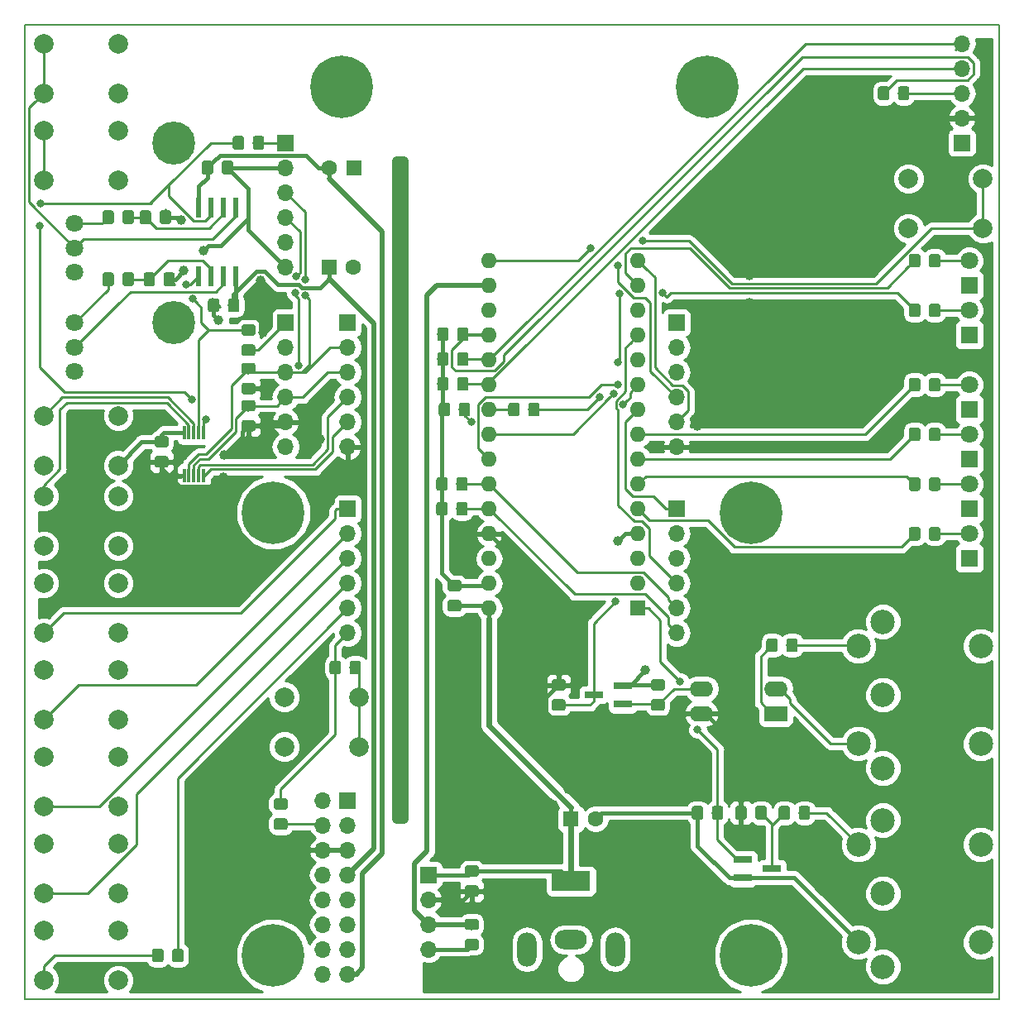
<source format=gbr>
%TF.GenerationSoftware,KiCad,Pcbnew,(5.0.0)*%
%TF.CreationDate,2018-12-31T00:25:57+01:00*%
%TF.ProjectId,Kicad-Midi2CV,4B696361642D4D6964693243562E6B69,rev?*%
%TF.SameCoordinates,Original*%
%TF.FileFunction,Copper,L1,Top,Signal*%
%TF.FilePolarity,Positive*%
%FSLAX46Y46*%
G04 Gerber Fmt 4.6, Leading zero omitted, Abs format (unit mm)*
G04 Created by KiCad (PCBNEW (5.0.0)) date 12/31/18 00:25:57*
%MOMM*%
%LPD*%
G01*
G04 APERTURE LIST*
%ADD10C,1.000000*%
%ADD11C,0.150000*%
%ADD12R,1.600000X1.600000*%
%ADD13O,1.600000X1.600000*%
%ADD14R,0.550000X2.000000*%
%ADD15C,2.000000*%
%ADD16C,4.400000*%
%ADD17C,0.700000*%
%ADD18C,6.400000*%
%ADD19C,0.800000*%
%ADD20C,1.600000*%
%ADD21C,1.150000*%
%ADD22R,1.800000X1.800000*%
%ADD23C,1.800000*%
%ADD24O,1.700000X1.700000*%
%ADD25R,1.700000X1.700000*%
%ADD26R,1.900000X0.800000*%
%ADD27R,2.400000X1.600000*%
%ADD28O,2.400000X1.600000*%
%ADD29R,0.300000X1.400000*%
%ADD30R,4.000000X2.000000*%
%ADD31O,3.300000X2.000000*%
%ADD32O,2.000000X3.500000*%
%ADD33C,2.500000*%
%ADD34C,1.000000*%
%ADD35C,0.250000*%
%ADD36C,0.500000*%
%ADD37C,0.400000*%
%ADD38C,0.600000*%
%ADD39C,0.254000*%
G04 APERTURE END LIST*
D10*
X63500000Y-106680000D02*
X63500000Y-39370000D01*
X64135000Y-106680000D02*
X63500000Y-106680000D01*
X64135000Y-39370000D02*
X64135000Y-106680000D01*
X63500000Y-39370000D02*
X64135000Y-39370000D01*
D11*
X25400000Y-125095000D02*
X25400000Y-25400000D01*
X125095000Y-125095000D02*
X25400000Y-125095000D01*
X125095000Y-25400000D02*
X125095000Y-125095000D01*
X25400000Y-25400000D02*
X125095000Y-25400000D01*
D12*
X88138000Y-85090000D03*
D13*
X72898000Y-52070000D03*
X88138000Y-82550000D03*
X72898000Y-54610000D03*
X88138000Y-80010000D03*
X72898000Y-57150000D03*
X88138000Y-77470000D03*
X72898000Y-59690000D03*
X88138000Y-74930000D03*
X72898000Y-62230000D03*
X88138000Y-72390000D03*
X72898000Y-64770000D03*
X88138000Y-69850000D03*
X72898000Y-67310000D03*
X88138000Y-67310000D03*
X72898000Y-69850000D03*
X88138000Y-64770000D03*
X72898000Y-72390000D03*
X88138000Y-62230000D03*
X72898000Y-74930000D03*
X88138000Y-59690000D03*
X72898000Y-77470000D03*
X88138000Y-57150000D03*
X72898000Y-80010000D03*
X88138000Y-54610000D03*
X72898000Y-82550000D03*
X88138000Y-52070000D03*
X72898000Y-85090000D03*
X88138000Y-49530000D03*
X72898000Y-49530000D03*
D14*
X46990000Y-51125000D03*
X45720000Y-51125000D03*
X44450000Y-51125000D03*
X43180000Y-51125000D03*
X43180000Y-44125000D03*
X44450000Y-44125000D03*
X45720000Y-44125000D03*
X46990000Y-44125000D03*
D15*
X27305000Y-36195000D03*
X27305000Y-41275000D03*
X34925000Y-36195000D03*
X34925000Y-41275000D03*
D16*
X40640000Y-37465000D03*
D17*
X42290000Y-37465000D03*
X41806726Y-38631726D03*
X40640000Y-39115000D03*
X39473274Y-38631726D03*
X38990000Y-37465000D03*
X39473274Y-36298274D03*
X40640000Y-35815000D03*
X41806726Y-36298274D03*
D18*
X99695000Y-120650000D03*
D19*
X102095000Y-120650000D03*
X101392056Y-122347056D03*
X99695000Y-123050000D03*
X97997944Y-122347056D03*
X97295000Y-120650000D03*
X97997944Y-118952944D03*
X99695000Y-118250000D03*
X101392056Y-118952944D03*
D18*
X95250000Y-31750000D03*
D19*
X97650000Y-31750000D03*
X96947056Y-33447056D03*
X95250000Y-34150000D03*
X93552944Y-33447056D03*
X92850000Y-31750000D03*
X93552944Y-30052944D03*
X95250000Y-29350000D03*
X96947056Y-30052944D03*
X101392056Y-73613944D03*
X99695000Y-72911000D03*
X97997944Y-73613944D03*
X97295000Y-75311000D03*
X97997944Y-77008056D03*
X99695000Y-77711000D03*
X101392056Y-77008056D03*
X102095000Y-75311000D03*
D18*
X99695000Y-75311000D03*
D19*
X52497056Y-118952944D03*
X50800000Y-118250000D03*
X49102944Y-118952944D03*
X48400000Y-120650000D03*
X49102944Y-122347056D03*
X50800000Y-123050000D03*
X52497056Y-122347056D03*
X53200000Y-120650000D03*
D18*
X50800000Y-120650000D03*
X50800000Y-75311000D03*
D19*
X53200000Y-75311000D03*
X52497056Y-77008056D03*
X50800000Y-77711000D03*
X49102944Y-77008056D03*
X48400000Y-75311000D03*
X49102944Y-73613944D03*
X50800000Y-72911000D03*
X52497056Y-73613944D03*
D12*
X81280000Y-106680000D03*
D20*
X83780000Y-106680000D03*
D11*
G36*
X69816505Y-82221204D02*
X69840773Y-82224804D01*
X69864572Y-82230765D01*
X69887671Y-82239030D01*
X69909850Y-82249520D01*
X69930893Y-82262132D01*
X69950599Y-82276747D01*
X69968777Y-82293223D01*
X69985253Y-82311401D01*
X69999868Y-82331107D01*
X70012480Y-82352150D01*
X70022970Y-82374329D01*
X70031235Y-82397428D01*
X70037196Y-82421227D01*
X70040796Y-82445495D01*
X70042000Y-82469999D01*
X70042000Y-83120001D01*
X70040796Y-83144505D01*
X70037196Y-83168773D01*
X70031235Y-83192572D01*
X70022970Y-83215671D01*
X70012480Y-83237850D01*
X69999868Y-83258893D01*
X69985253Y-83278599D01*
X69968777Y-83296777D01*
X69950599Y-83313253D01*
X69930893Y-83327868D01*
X69909850Y-83340480D01*
X69887671Y-83350970D01*
X69864572Y-83359235D01*
X69840773Y-83365196D01*
X69816505Y-83368796D01*
X69792001Y-83370000D01*
X68891999Y-83370000D01*
X68867495Y-83368796D01*
X68843227Y-83365196D01*
X68819428Y-83359235D01*
X68796329Y-83350970D01*
X68774150Y-83340480D01*
X68753107Y-83327868D01*
X68733401Y-83313253D01*
X68715223Y-83296777D01*
X68698747Y-83278599D01*
X68684132Y-83258893D01*
X68671520Y-83237850D01*
X68661030Y-83215671D01*
X68652765Y-83192572D01*
X68646804Y-83168773D01*
X68643204Y-83144505D01*
X68642000Y-83120001D01*
X68642000Y-82469999D01*
X68643204Y-82445495D01*
X68646804Y-82421227D01*
X68652765Y-82397428D01*
X68661030Y-82374329D01*
X68671520Y-82352150D01*
X68684132Y-82331107D01*
X68698747Y-82311401D01*
X68715223Y-82293223D01*
X68733401Y-82276747D01*
X68753107Y-82262132D01*
X68774150Y-82249520D01*
X68796329Y-82239030D01*
X68819428Y-82230765D01*
X68843227Y-82224804D01*
X68867495Y-82221204D01*
X68891999Y-82220000D01*
X69792001Y-82220000D01*
X69816505Y-82221204D01*
X69816505Y-82221204D01*
G37*
D21*
X69342000Y-82795000D03*
D11*
G36*
X69816505Y-84271204D02*
X69840773Y-84274804D01*
X69864572Y-84280765D01*
X69887671Y-84289030D01*
X69909850Y-84299520D01*
X69930893Y-84312132D01*
X69950599Y-84326747D01*
X69968777Y-84343223D01*
X69985253Y-84361401D01*
X69999868Y-84381107D01*
X70012480Y-84402150D01*
X70022970Y-84424329D01*
X70031235Y-84447428D01*
X70037196Y-84471227D01*
X70040796Y-84495495D01*
X70042000Y-84519999D01*
X70042000Y-85170001D01*
X70040796Y-85194505D01*
X70037196Y-85218773D01*
X70031235Y-85242572D01*
X70022970Y-85265671D01*
X70012480Y-85287850D01*
X69999868Y-85308893D01*
X69985253Y-85328599D01*
X69968777Y-85346777D01*
X69950599Y-85363253D01*
X69930893Y-85377868D01*
X69909850Y-85390480D01*
X69887671Y-85400970D01*
X69864572Y-85409235D01*
X69840773Y-85415196D01*
X69816505Y-85418796D01*
X69792001Y-85420000D01*
X68891999Y-85420000D01*
X68867495Y-85418796D01*
X68843227Y-85415196D01*
X68819428Y-85409235D01*
X68796329Y-85400970D01*
X68774150Y-85390480D01*
X68753107Y-85377868D01*
X68733401Y-85363253D01*
X68715223Y-85346777D01*
X68698747Y-85328599D01*
X68684132Y-85308893D01*
X68671520Y-85287850D01*
X68661030Y-85265671D01*
X68652765Y-85242572D01*
X68646804Y-85218773D01*
X68643204Y-85194505D01*
X68642000Y-85170001D01*
X68642000Y-84519999D01*
X68643204Y-84495495D01*
X68646804Y-84471227D01*
X68652765Y-84447428D01*
X68661030Y-84424329D01*
X68671520Y-84402150D01*
X68684132Y-84381107D01*
X68698747Y-84361401D01*
X68715223Y-84343223D01*
X68733401Y-84326747D01*
X68753107Y-84312132D01*
X68774150Y-84299520D01*
X68796329Y-84289030D01*
X68819428Y-84280765D01*
X68843227Y-84274804D01*
X68867495Y-84271204D01*
X68891999Y-84270000D01*
X69792001Y-84270000D01*
X69816505Y-84271204D01*
X69816505Y-84271204D01*
G37*
D21*
X69342000Y-84845000D03*
D11*
G36*
X39844505Y-67489204D02*
X39868773Y-67492804D01*
X39892572Y-67498765D01*
X39915671Y-67507030D01*
X39937850Y-67517520D01*
X39958893Y-67530132D01*
X39978599Y-67544747D01*
X39996777Y-67561223D01*
X40013253Y-67579401D01*
X40027868Y-67599107D01*
X40040480Y-67620150D01*
X40050970Y-67642329D01*
X40059235Y-67665428D01*
X40065196Y-67689227D01*
X40068796Y-67713495D01*
X40070000Y-67737999D01*
X40070000Y-68388001D01*
X40068796Y-68412505D01*
X40065196Y-68436773D01*
X40059235Y-68460572D01*
X40050970Y-68483671D01*
X40040480Y-68505850D01*
X40027868Y-68526893D01*
X40013253Y-68546599D01*
X39996777Y-68564777D01*
X39978599Y-68581253D01*
X39958893Y-68595868D01*
X39937850Y-68608480D01*
X39915671Y-68618970D01*
X39892572Y-68627235D01*
X39868773Y-68633196D01*
X39844505Y-68636796D01*
X39820001Y-68638000D01*
X38919999Y-68638000D01*
X38895495Y-68636796D01*
X38871227Y-68633196D01*
X38847428Y-68627235D01*
X38824329Y-68618970D01*
X38802150Y-68608480D01*
X38781107Y-68595868D01*
X38761401Y-68581253D01*
X38743223Y-68564777D01*
X38726747Y-68546599D01*
X38712132Y-68526893D01*
X38699520Y-68505850D01*
X38689030Y-68483671D01*
X38680765Y-68460572D01*
X38674804Y-68436773D01*
X38671204Y-68412505D01*
X38670000Y-68388001D01*
X38670000Y-67737999D01*
X38671204Y-67713495D01*
X38674804Y-67689227D01*
X38680765Y-67665428D01*
X38689030Y-67642329D01*
X38699520Y-67620150D01*
X38712132Y-67599107D01*
X38726747Y-67579401D01*
X38743223Y-67561223D01*
X38761401Y-67544747D01*
X38781107Y-67530132D01*
X38802150Y-67517520D01*
X38824329Y-67507030D01*
X38847428Y-67498765D01*
X38871227Y-67492804D01*
X38895495Y-67489204D01*
X38919999Y-67488000D01*
X39820001Y-67488000D01*
X39844505Y-67489204D01*
X39844505Y-67489204D01*
G37*
D21*
X39370000Y-68063000D03*
D11*
G36*
X39844505Y-69539204D02*
X39868773Y-69542804D01*
X39892572Y-69548765D01*
X39915671Y-69557030D01*
X39937850Y-69567520D01*
X39958893Y-69580132D01*
X39978599Y-69594747D01*
X39996777Y-69611223D01*
X40013253Y-69629401D01*
X40027868Y-69649107D01*
X40040480Y-69670150D01*
X40050970Y-69692329D01*
X40059235Y-69715428D01*
X40065196Y-69739227D01*
X40068796Y-69763495D01*
X40070000Y-69787999D01*
X40070000Y-70438001D01*
X40068796Y-70462505D01*
X40065196Y-70486773D01*
X40059235Y-70510572D01*
X40050970Y-70533671D01*
X40040480Y-70555850D01*
X40027868Y-70576893D01*
X40013253Y-70596599D01*
X39996777Y-70614777D01*
X39978599Y-70631253D01*
X39958893Y-70645868D01*
X39937850Y-70658480D01*
X39915671Y-70668970D01*
X39892572Y-70677235D01*
X39868773Y-70683196D01*
X39844505Y-70686796D01*
X39820001Y-70688000D01*
X38919999Y-70688000D01*
X38895495Y-70686796D01*
X38871227Y-70683196D01*
X38847428Y-70677235D01*
X38824329Y-70668970D01*
X38802150Y-70658480D01*
X38781107Y-70645868D01*
X38761401Y-70631253D01*
X38743223Y-70614777D01*
X38726747Y-70596599D01*
X38712132Y-70576893D01*
X38699520Y-70555850D01*
X38689030Y-70533671D01*
X38680765Y-70510572D01*
X38674804Y-70486773D01*
X38671204Y-70462505D01*
X38670000Y-70438001D01*
X38670000Y-69787999D01*
X38671204Y-69763495D01*
X38674804Y-69739227D01*
X38680765Y-69715428D01*
X38689030Y-69692329D01*
X38699520Y-69670150D01*
X38712132Y-69649107D01*
X38726747Y-69629401D01*
X38743223Y-69611223D01*
X38761401Y-69594747D01*
X38781107Y-69580132D01*
X38802150Y-69567520D01*
X38824329Y-69557030D01*
X38847428Y-69548765D01*
X38871227Y-69542804D01*
X38895495Y-69539204D01*
X38919999Y-69538000D01*
X39820001Y-69538000D01*
X39844505Y-69539204D01*
X39844505Y-69539204D01*
G37*
D21*
X39370000Y-70113000D03*
D11*
G36*
X47094505Y-53403204D02*
X47118773Y-53406804D01*
X47142572Y-53412765D01*
X47165671Y-53421030D01*
X47187850Y-53431520D01*
X47208893Y-53444132D01*
X47228599Y-53458747D01*
X47246777Y-53475223D01*
X47263253Y-53493401D01*
X47277868Y-53513107D01*
X47290480Y-53534150D01*
X47300970Y-53556329D01*
X47309235Y-53579428D01*
X47315196Y-53603227D01*
X47318796Y-53627495D01*
X47320000Y-53651999D01*
X47320000Y-54552001D01*
X47318796Y-54576505D01*
X47315196Y-54600773D01*
X47309235Y-54624572D01*
X47300970Y-54647671D01*
X47290480Y-54669850D01*
X47277868Y-54690893D01*
X47263253Y-54710599D01*
X47246777Y-54728777D01*
X47228599Y-54745253D01*
X47208893Y-54759868D01*
X47187850Y-54772480D01*
X47165671Y-54782970D01*
X47142572Y-54791235D01*
X47118773Y-54797196D01*
X47094505Y-54800796D01*
X47070001Y-54802000D01*
X46419999Y-54802000D01*
X46395495Y-54800796D01*
X46371227Y-54797196D01*
X46347428Y-54791235D01*
X46324329Y-54782970D01*
X46302150Y-54772480D01*
X46281107Y-54759868D01*
X46261401Y-54745253D01*
X46243223Y-54728777D01*
X46226747Y-54710599D01*
X46212132Y-54690893D01*
X46199520Y-54669850D01*
X46189030Y-54647671D01*
X46180765Y-54624572D01*
X46174804Y-54600773D01*
X46171204Y-54576505D01*
X46170000Y-54552001D01*
X46170000Y-53651999D01*
X46171204Y-53627495D01*
X46174804Y-53603227D01*
X46180765Y-53579428D01*
X46189030Y-53556329D01*
X46199520Y-53534150D01*
X46212132Y-53513107D01*
X46226747Y-53493401D01*
X46243223Y-53475223D01*
X46261401Y-53458747D01*
X46281107Y-53444132D01*
X46302150Y-53431520D01*
X46324329Y-53421030D01*
X46347428Y-53412765D01*
X46371227Y-53406804D01*
X46395495Y-53403204D01*
X46419999Y-53402000D01*
X47070001Y-53402000D01*
X47094505Y-53403204D01*
X47094505Y-53403204D01*
G37*
D21*
X46745000Y-54102000D03*
D11*
G36*
X45044505Y-53403204D02*
X45068773Y-53406804D01*
X45092572Y-53412765D01*
X45115671Y-53421030D01*
X45137850Y-53431520D01*
X45158893Y-53444132D01*
X45178599Y-53458747D01*
X45196777Y-53475223D01*
X45213253Y-53493401D01*
X45227868Y-53513107D01*
X45240480Y-53534150D01*
X45250970Y-53556329D01*
X45259235Y-53579428D01*
X45265196Y-53603227D01*
X45268796Y-53627495D01*
X45270000Y-53651999D01*
X45270000Y-54552001D01*
X45268796Y-54576505D01*
X45265196Y-54600773D01*
X45259235Y-54624572D01*
X45250970Y-54647671D01*
X45240480Y-54669850D01*
X45227868Y-54690893D01*
X45213253Y-54710599D01*
X45196777Y-54728777D01*
X45178599Y-54745253D01*
X45158893Y-54759868D01*
X45137850Y-54772480D01*
X45115671Y-54782970D01*
X45092572Y-54791235D01*
X45068773Y-54797196D01*
X45044505Y-54800796D01*
X45020001Y-54802000D01*
X44369999Y-54802000D01*
X44345495Y-54800796D01*
X44321227Y-54797196D01*
X44297428Y-54791235D01*
X44274329Y-54782970D01*
X44252150Y-54772480D01*
X44231107Y-54759868D01*
X44211401Y-54745253D01*
X44193223Y-54728777D01*
X44176747Y-54710599D01*
X44162132Y-54690893D01*
X44149520Y-54669850D01*
X44139030Y-54647671D01*
X44130765Y-54624572D01*
X44124804Y-54600773D01*
X44121204Y-54576505D01*
X44120000Y-54552001D01*
X44120000Y-53651999D01*
X44121204Y-53627495D01*
X44124804Y-53603227D01*
X44130765Y-53579428D01*
X44139030Y-53556329D01*
X44149520Y-53534150D01*
X44162132Y-53513107D01*
X44176747Y-53493401D01*
X44193223Y-53475223D01*
X44211401Y-53458747D01*
X44231107Y-53444132D01*
X44252150Y-53431520D01*
X44274329Y-53421030D01*
X44297428Y-53412765D01*
X44321227Y-53406804D01*
X44345495Y-53403204D01*
X44369999Y-53402000D01*
X45020001Y-53402000D01*
X45044505Y-53403204D01*
X45044505Y-53403204D01*
G37*
D21*
X44695000Y-54102000D03*
D11*
G36*
X46459505Y-39306204D02*
X46483773Y-39309804D01*
X46507572Y-39315765D01*
X46530671Y-39324030D01*
X46552850Y-39334520D01*
X46573893Y-39347132D01*
X46593599Y-39361747D01*
X46611777Y-39378223D01*
X46628253Y-39396401D01*
X46642868Y-39416107D01*
X46655480Y-39437150D01*
X46665970Y-39459329D01*
X46674235Y-39482428D01*
X46680196Y-39506227D01*
X46683796Y-39530495D01*
X46685000Y-39554999D01*
X46685000Y-40455001D01*
X46683796Y-40479505D01*
X46680196Y-40503773D01*
X46674235Y-40527572D01*
X46665970Y-40550671D01*
X46655480Y-40572850D01*
X46642868Y-40593893D01*
X46628253Y-40613599D01*
X46611777Y-40631777D01*
X46593599Y-40648253D01*
X46573893Y-40662868D01*
X46552850Y-40675480D01*
X46530671Y-40685970D01*
X46507572Y-40694235D01*
X46483773Y-40700196D01*
X46459505Y-40703796D01*
X46435001Y-40705000D01*
X45784999Y-40705000D01*
X45760495Y-40703796D01*
X45736227Y-40700196D01*
X45712428Y-40694235D01*
X45689329Y-40685970D01*
X45667150Y-40675480D01*
X45646107Y-40662868D01*
X45626401Y-40648253D01*
X45608223Y-40631777D01*
X45591747Y-40613599D01*
X45577132Y-40593893D01*
X45564520Y-40572850D01*
X45554030Y-40550671D01*
X45545765Y-40527572D01*
X45539804Y-40503773D01*
X45536204Y-40479505D01*
X45535000Y-40455001D01*
X45535000Y-39554999D01*
X45536204Y-39530495D01*
X45539804Y-39506227D01*
X45545765Y-39482428D01*
X45554030Y-39459329D01*
X45564520Y-39437150D01*
X45577132Y-39416107D01*
X45591747Y-39396401D01*
X45608223Y-39378223D01*
X45626401Y-39361747D01*
X45646107Y-39347132D01*
X45667150Y-39334520D01*
X45689329Y-39324030D01*
X45712428Y-39315765D01*
X45736227Y-39309804D01*
X45760495Y-39306204D01*
X45784999Y-39305000D01*
X46435001Y-39305000D01*
X46459505Y-39306204D01*
X46459505Y-39306204D01*
G37*
D21*
X46110000Y-40005000D03*
D11*
G36*
X44409505Y-39306204D02*
X44433773Y-39309804D01*
X44457572Y-39315765D01*
X44480671Y-39324030D01*
X44502850Y-39334520D01*
X44523893Y-39347132D01*
X44543599Y-39361747D01*
X44561777Y-39378223D01*
X44578253Y-39396401D01*
X44592868Y-39416107D01*
X44605480Y-39437150D01*
X44615970Y-39459329D01*
X44624235Y-39482428D01*
X44630196Y-39506227D01*
X44633796Y-39530495D01*
X44635000Y-39554999D01*
X44635000Y-40455001D01*
X44633796Y-40479505D01*
X44630196Y-40503773D01*
X44624235Y-40527572D01*
X44615970Y-40550671D01*
X44605480Y-40572850D01*
X44592868Y-40593893D01*
X44578253Y-40613599D01*
X44561777Y-40631777D01*
X44543599Y-40648253D01*
X44523893Y-40662868D01*
X44502850Y-40675480D01*
X44480671Y-40685970D01*
X44457572Y-40694235D01*
X44433773Y-40700196D01*
X44409505Y-40703796D01*
X44385001Y-40705000D01*
X43734999Y-40705000D01*
X43710495Y-40703796D01*
X43686227Y-40700196D01*
X43662428Y-40694235D01*
X43639329Y-40685970D01*
X43617150Y-40675480D01*
X43596107Y-40662868D01*
X43576401Y-40648253D01*
X43558223Y-40631777D01*
X43541747Y-40613599D01*
X43527132Y-40593893D01*
X43514520Y-40572850D01*
X43504030Y-40550671D01*
X43495765Y-40527572D01*
X43489804Y-40503773D01*
X43486204Y-40479505D01*
X43485000Y-40455001D01*
X43485000Y-39554999D01*
X43486204Y-39530495D01*
X43489804Y-39506227D01*
X43495765Y-39482428D01*
X43504030Y-39459329D01*
X43514520Y-39437150D01*
X43527132Y-39416107D01*
X43541747Y-39396401D01*
X43558223Y-39378223D01*
X43576401Y-39361747D01*
X43596107Y-39347132D01*
X43617150Y-39334520D01*
X43639329Y-39324030D01*
X43662428Y-39315765D01*
X43686227Y-39309804D01*
X43710495Y-39306204D01*
X43734999Y-39305000D01*
X44385001Y-39305000D01*
X44409505Y-39306204D01*
X44409505Y-39306204D01*
G37*
D21*
X44060000Y-40005000D03*
D22*
X122047000Y-80009999D03*
D23*
X122047000Y-77469999D03*
X122047000Y-72384285D03*
D22*
X122047000Y-74924285D03*
X122047000Y-69838571D03*
D23*
X122047000Y-67298571D03*
X122047000Y-62212857D03*
D22*
X122047000Y-64752857D03*
X122047000Y-57150000D03*
D23*
X122047000Y-54610000D03*
X122047000Y-49530000D03*
D22*
X122047000Y-52070000D03*
D24*
X52070000Y-50165000D03*
X52070000Y-47625000D03*
X52070000Y-45085000D03*
X52070000Y-42545000D03*
X52070000Y-40005000D03*
D25*
X52070000Y-37465000D03*
X52070000Y-55880000D03*
D24*
X52070000Y-58420000D03*
X52070000Y-60960000D03*
X52070000Y-63500000D03*
X52070000Y-66040000D03*
X52070000Y-68580000D03*
D26*
X98830000Y-110810000D03*
X98830000Y-112710000D03*
X101830000Y-111760000D03*
X83590000Y-93980000D03*
X86590000Y-93030000D03*
X86590000Y-94930000D03*
D11*
G36*
X34249505Y-44386204D02*
X34273773Y-44389804D01*
X34297572Y-44395765D01*
X34320671Y-44404030D01*
X34342850Y-44414520D01*
X34363893Y-44427132D01*
X34383599Y-44441747D01*
X34401777Y-44458223D01*
X34418253Y-44476401D01*
X34432868Y-44496107D01*
X34445480Y-44517150D01*
X34455970Y-44539329D01*
X34464235Y-44562428D01*
X34470196Y-44586227D01*
X34473796Y-44610495D01*
X34475000Y-44634999D01*
X34475000Y-45535001D01*
X34473796Y-45559505D01*
X34470196Y-45583773D01*
X34464235Y-45607572D01*
X34455970Y-45630671D01*
X34445480Y-45652850D01*
X34432868Y-45673893D01*
X34418253Y-45693599D01*
X34401777Y-45711777D01*
X34383599Y-45728253D01*
X34363893Y-45742868D01*
X34342850Y-45755480D01*
X34320671Y-45765970D01*
X34297572Y-45774235D01*
X34273773Y-45780196D01*
X34249505Y-45783796D01*
X34225001Y-45785000D01*
X33574999Y-45785000D01*
X33550495Y-45783796D01*
X33526227Y-45780196D01*
X33502428Y-45774235D01*
X33479329Y-45765970D01*
X33457150Y-45755480D01*
X33436107Y-45742868D01*
X33416401Y-45728253D01*
X33398223Y-45711777D01*
X33381747Y-45693599D01*
X33367132Y-45673893D01*
X33354520Y-45652850D01*
X33344030Y-45630671D01*
X33335765Y-45607572D01*
X33329804Y-45583773D01*
X33326204Y-45559505D01*
X33325000Y-45535001D01*
X33325000Y-44634999D01*
X33326204Y-44610495D01*
X33329804Y-44586227D01*
X33335765Y-44562428D01*
X33344030Y-44539329D01*
X33354520Y-44517150D01*
X33367132Y-44496107D01*
X33381747Y-44476401D01*
X33398223Y-44458223D01*
X33416401Y-44441747D01*
X33436107Y-44427132D01*
X33457150Y-44414520D01*
X33479329Y-44404030D01*
X33502428Y-44395765D01*
X33526227Y-44389804D01*
X33550495Y-44386204D01*
X33574999Y-44385000D01*
X34225001Y-44385000D01*
X34249505Y-44386204D01*
X34249505Y-44386204D01*
G37*
D21*
X33900000Y-45085000D03*
D11*
G36*
X36299505Y-44386204D02*
X36323773Y-44389804D01*
X36347572Y-44395765D01*
X36370671Y-44404030D01*
X36392850Y-44414520D01*
X36413893Y-44427132D01*
X36433599Y-44441747D01*
X36451777Y-44458223D01*
X36468253Y-44476401D01*
X36482868Y-44496107D01*
X36495480Y-44517150D01*
X36505970Y-44539329D01*
X36514235Y-44562428D01*
X36520196Y-44586227D01*
X36523796Y-44610495D01*
X36525000Y-44634999D01*
X36525000Y-45535001D01*
X36523796Y-45559505D01*
X36520196Y-45583773D01*
X36514235Y-45607572D01*
X36505970Y-45630671D01*
X36495480Y-45652850D01*
X36482868Y-45673893D01*
X36468253Y-45693599D01*
X36451777Y-45711777D01*
X36433599Y-45728253D01*
X36413893Y-45742868D01*
X36392850Y-45755480D01*
X36370671Y-45765970D01*
X36347572Y-45774235D01*
X36323773Y-45780196D01*
X36299505Y-45783796D01*
X36275001Y-45785000D01*
X35624999Y-45785000D01*
X35600495Y-45783796D01*
X35576227Y-45780196D01*
X35552428Y-45774235D01*
X35529329Y-45765970D01*
X35507150Y-45755480D01*
X35486107Y-45742868D01*
X35466401Y-45728253D01*
X35448223Y-45711777D01*
X35431747Y-45693599D01*
X35417132Y-45673893D01*
X35404520Y-45652850D01*
X35394030Y-45630671D01*
X35385765Y-45607572D01*
X35379804Y-45583773D01*
X35376204Y-45559505D01*
X35375000Y-45535001D01*
X35375000Y-44634999D01*
X35376204Y-44610495D01*
X35379804Y-44586227D01*
X35385765Y-44562428D01*
X35394030Y-44539329D01*
X35404520Y-44517150D01*
X35417132Y-44496107D01*
X35431747Y-44476401D01*
X35448223Y-44458223D01*
X35466401Y-44441747D01*
X35486107Y-44427132D01*
X35507150Y-44414520D01*
X35529329Y-44404030D01*
X35552428Y-44395765D01*
X35576227Y-44389804D01*
X35600495Y-44386204D01*
X35624999Y-44385000D01*
X36275001Y-44385000D01*
X36299505Y-44386204D01*
X36299505Y-44386204D01*
G37*
D21*
X35950000Y-45085000D03*
D11*
G36*
X36299505Y-50736204D02*
X36323773Y-50739804D01*
X36347572Y-50745765D01*
X36370671Y-50754030D01*
X36392850Y-50764520D01*
X36413893Y-50777132D01*
X36433599Y-50791747D01*
X36451777Y-50808223D01*
X36468253Y-50826401D01*
X36482868Y-50846107D01*
X36495480Y-50867150D01*
X36505970Y-50889329D01*
X36514235Y-50912428D01*
X36520196Y-50936227D01*
X36523796Y-50960495D01*
X36525000Y-50984999D01*
X36525000Y-51885001D01*
X36523796Y-51909505D01*
X36520196Y-51933773D01*
X36514235Y-51957572D01*
X36505970Y-51980671D01*
X36495480Y-52002850D01*
X36482868Y-52023893D01*
X36468253Y-52043599D01*
X36451777Y-52061777D01*
X36433599Y-52078253D01*
X36413893Y-52092868D01*
X36392850Y-52105480D01*
X36370671Y-52115970D01*
X36347572Y-52124235D01*
X36323773Y-52130196D01*
X36299505Y-52133796D01*
X36275001Y-52135000D01*
X35624999Y-52135000D01*
X35600495Y-52133796D01*
X35576227Y-52130196D01*
X35552428Y-52124235D01*
X35529329Y-52115970D01*
X35507150Y-52105480D01*
X35486107Y-52092868D01*
X35466401Y-52078253D01*
X35448223Y-52061777D01*
X35431747Y-52043599D01*
X35417132Y-52023893D01*
X35404520Y-52002850D01*
X35394030Y-51980671D01*
X35385765Y-51957572D01*
X35379804Y-51933773D01*
X35376204Y-51909505D01*
X35375000Y-51885001D01*
X35375000Y-50984999D01*
X35376204Y-50960495D01*
X35379804Y-50936227D01*
X35385765Y-50912428D01*
X35394030Y-50889329D01*
X35404520Y-50867150D01*
X35417132Y-50846107D01*
X35431747Y-50826401D01*
X35448223Y-50808223D01*
X35466401Y-50791747D01*
X35486107Y-50777132D01*
X35507150Y-50764520D01*
X35529329Y-50754030D01*
X35552428Y-50745765D01*
X35576227Y-50739804D01*
X35600495Y-50736204D01*
X35624999Y-50735000D01*
X36275001Y-50735000D01*
X36299505Y-50736204D01*
X36299505Y-50736204D01*
G37*
D21*
X35950000Y-51435000D03*
D11*
G36*
X34249505Y-50736204D02*
X34273773Y-50739804D01*
X34297572Y-50745765D01*
X34320671Y-50754030D01*
X34342850Y-50764520D01*
X34363893Y-50777132D01*
X34383599Y-50791747D01*
X34401777Y-50808223D01*
X34418253Y-50826401D01*
X34432868Y-50846107D01*
X34445480Y-50867150D01*
X34455970Y-50889329D01*
X34464235Y-50912428D01*
X34470196Y-50936227D01*
X34473796Y-50960495D01*
X34475000Y-50984999D01*
X34475000Y-51885001D01*
X34473796Y-51909505D01*
X34470196Y-51933773D01*
X34464235Y-51957572D01*
X34455970Y-51980671D01*
X34445480Y-52002850D01*
X34432868Y-52023893D01*
X34418253Y-52043599D01*
X34401777Y-52061777D01*
X34383599Y-52078253D01*
X34363893Y-52092868D01*
X34342850Y-52105480D01*
X34320671Y-52115970D01*
X34297572Y-52124235D01*
X34273773Y-52130196D01*
X34249505Y-52133796D01*
X34225001Y-52135000D01*
X33574999Y-52135000D01*
X33550495Y-52133796D01*
X33526227Y-52130196D01*
X33502428Y-52124235D01*
X33479329Y-52115970D01*
X33457150Y-52105480D01*
X33436107Y-52092868D01*
X33416401Y-52078253D01*
X33398223Y-52061777D01*
X33381747Y-52043599D01*
X33367132Y-52023893D01*
X33354520Y-52002850D01*
X33344030Y-51980671D01*
X33335765Y-51957572D01*
X33329804Y-51933773D01*
X33326204Y-51909505D01*
X33325000Y-51885001D01*
X33325000Y-50984999D01*
X33326204Y-50960495D01*
X33329804Y-50936227D01*
X33335765Y-50912428D01*
X33344030Y-50889329D01*
X33354520Y-50867150D01*
X33367132Y-50846107D01*
X33381747Y-50826401D01*
X33398223Y-50808223D01*
X33416401Y-50791747D01*
X33436107Y-50777132D01*
X33457150Y-50764520D01*
X33479329Y-50754030D01*
X33502428Y-50745765D01*
X33526227Y-50739804D01*
X33550495Y-50736204D01*
X33574999Y-50735000D01*
X34225001Y-50735000D01*
X34249505Y-50736204D01*
X34249505Y-50736204D01*
G37*
D21*
X33900000Y-51435000D03*
D11*
G36*
X71594505Y-111431204D02*
X71618773Y-111434804D01*
X71642572Y-111440765D01*
X71665671Y-111449030D01*
X71687850Y-111459520D01*
X71708893Y-111472132D01*
X71728599Y-111486747D01*
X71746777Y-111503223D01*
X71763253Y-111521401D01*
X71777868Y-111541107D01*
X71790480Y-111562150D01*
X71800970Y-111584329D01*
X71809235Y-111607428D01*
X71815196Y-111631227D01*
X71818796Y-111655495D01*
X71820000Y-111679999D01*
X71820000Y-112330001D01*
X71818796Y-112354505D01*
X71815196Y-112378773D01*
X71809235Y-112402572D01*
X71800970Y-112425671D01*
X71790480Y-112447850D01*
X71777868Y-112468893D01*
X71763253Y-112488599D01*
X71746777Y-112506777D01*
X71728599Y-112523253D01*
X71708893Y-112537868D01*
X71687850Y-112550480D01*
X71665671Y-112560970D01*
X71642572Y-112569235D01*
X71618773Y-112575196D01*
X71594505Y-112578796D01*
X71570001Y-112580000D01*
X70669999Y-112580000D01*
X70645495Y-112578796D01*
X70621227Y-112575196D01*
X70597428Y-112569235D01*
X70574329Y-112560970D01*
X70552150Y-112550480D01*
X70531107Y-112537868D01*
X70511401Y-112523253D01*
X70493223Y-112506777D01*
X70476747Y-112488599D01*
X70462132Y-112468893D01*
X70449520Y-112447850D01*
X70439030Y-112425671D01*
X70430765Y-112402572D01*
X70424804Y-112378773D01*
X70421204Y-112354505D01*
X70420000Y-112330001D01*
X70420000Y-111679999D01*
X70421204Y-111655495D01*
X70424804Y-111631227D01*
X70430765Y-111607428D01*
X70439030Y-111584329D01*
X70449520Y-111562150D01*
X70462132Y-111541107D01*
X70476747Y-111521401D01*
X70493223Y-111503223D01*
X70511401Y-111486747D01*
X70531107Y-111472132D01*
X70552150Y-111459520D01*
X70574329Y-111449030D01*
X70597428Y-111440765D01*
X70621227Y-111434804D01*
X70645495Y-111431204D01*
X70669999Y-111430000D01*
X71570001Y-111430000D01*
X71594505Y-111431204D01*
X71594505Y-111431204D01*
G37*
D21*
X71120000Y-112005000D03*
D11*
G36*
X71594505Y-113481204D02*
X71618773Y-113484804D01*
X71642572Y-113490765D01*
X71665671Y-113499030D01*
X71687850Y-113509520D01*
X71708893Y-113522132D01*
X71728599Y-113536747D01*
X71746777Y-113553223D01*
X71763253Y-113571401D01*
X71777868Y-113591107D01*
X71790480Y-113612150D01*
X71800970Y-113634329D01*
X71809235Y-113657428D01*
X71815196Y-113681227D01*
X71818796Y-113705495D01*
X71820000Y-113729999D01*
X71820000Y-114380001D01*
X71818796Y-114404505D01*
X71815196Y-114428773D01*
X71809235Y-114452572D01*
X71800970Y-114475671D01*
X71790480Y-114497850D01*
X71777868Y-114518893D01*
X71763253Y-114538599D01*
X71746777Y-114556777D01*
X71728599Y-114573253D01*
X71708893Y-114587868D01*
X71687850Y-114600480D01*
X71665671Y-114610970D01*
X71642572Y-114619235D01*
X71618773Y-114625196D01*
X71594505Y-114628796D01*
X71570001Y-114630000D01*
X70669999Y-114630000D01*
X70645495Y-114628796D01*
X70621227Y-114625196D01*
X70597428Y-114619235D01*
X70574329Y-114610970D01*
X70552150Y-114600480D01*
X70531107Y-114587868D01*
X70511401Y-114573253D01*
X70493223Y-114556777D01*
X70476747Y-114538599D01*
X70462132Y-114518893D01*
X70449520Y-114497850D01*
X70439030Y-114475671D01*
X70430765Y-114452572D01*
X70424804Y-114428773D01*
X70421204Y-114404505D01*
X70420000Y-114380001D01*
X70420000Y-113729999D01*
X70421204Y-113705495D01*
X70424804Y-113681227D01*
X70430765Y-113657428D01*
X70439030Y-113634329D01*
X70449520Y-113612150D01*
X70462132Y-113591107D01*
X70476747Y-113571401D01*
X70493223Y-113553223D01*
X70511401Y-113536747D01*
X70531107Y-113522132D01*
X70552150Y-113509520D01*
X70574329Y-113499030D01*
X70597428Y-113490765D01*
X70621227Y-113484804D01*
X70645495Y-113481204D01*
X70669999Y-113480000D01*
X71570001Y-113480000D01*
X71594505Y-113481204D01*
X71594505Y-113481204D01*
G37*
D21*
X71120000Y-114055000D03*
D11*
G36*
X40109505Y-44386204D02*
X40133773Y-44389804D01*
X40157572Y-44395765D01*
X40180671Y-44404030D01*
X40202850Y-44414520D01*
X40223893Y-44427132D01*
X40243599Y-44441747D01*
X40261777Y-44458223D01*
X40278253Y-44476401D01*
X40292868Y-44496107D01*
X40305480Y-44517150D01*
X40315970Y-44539329D01*
X40324235Y-44562428D01*
X40330196Y-44586227D01*
X40333796Y-44610495D01*
X40335000Y-44634999D01*
X40335000Y-45535001D01*
X40333796Y-45559505D01*
X40330196Y-45583773D01*
X40324235Y-45607572D01*
X40315970Y-45630671D01*
X40305480Y-45652850D01*
X40292868Y-45673893D01*
X40278253Y-45693599D01*
X40261777Y-45711777D01*
X40243599Y-45728253D01*
X40223893Y-45742868D01*
X40202850Y-45755480D01*
X40180671Y-45765970D01*
X40157572Y-45774235D01*
X40133773Y-45780196D01*
X40109505Y-45783796D01*
X40085001Y-45785000D01*
X39434999Y-45785000D01*
X39410495Y-45783796D01*
X39386227Y-45780196D01*
X39362428Y-45774235D01*
X39339329Y-45765970D01*
X39317150Y-45755480D01*
X39296107Y-45742868D01*
X39276401Y-45728253D01*
X39258223Y-45711777D01*
X39241747Y-45693599D01*
X39227132Y-45673893D01*
X39214520Y-45652850D01*
X39204030Y-45630671D01*
X39195765Y-45607572D01*
X39189804Y-45583773D01*
X39186204Y-45559505D01*
X39185000Y-45535001D01*
X39185000Y-44634999D01*
X39186204Y-44610495D01*
X39189804Y-44586227D01*
X39195765Y-44562428D01*
X39204030Y-44539329D01*
X39214520Y-44517150D01*
X39227132Y-44496107D01*
X39241747Y-44476401D01*
X39258223Y-44458223D01*
X39276401Y-44441747D01*
X39296107Y-44427132D01*
X39317150Y-44414520D01*
X39339329Y-44404030D01*
X39362428Y-44395765D01*
X39386227Y-44389804D01*
X39410495Y-44386204D01*
X39434999Y-44385000D01*
X40085001Y-44385000D01*
X40109505Y-44386204D01*
X40109505Y-44386204D01*
G37*
D21*
X39760000Y-45085000D03*
D11*
G36*
X38059505Y-44386204D02*
X38083773Y-44389804D01*
X38107572Y-44395765D01*
X38130671Y-44404030D01*
X38152850Y-44414520D01*
X38173893Y-44427132D01*
X38193599Y-44441747D01*
X38211777Y-44458223D01*
X38228253Y-44476401D01*
X38242868Y-44496107D01*
X38255480Y-44517150D01*
X38265970Y-44539329D01*
X38274235Y-44562428D01*
X38280196Y-44586227D01*
X38283796Y-44610495D01*
X38285000Y-44634999D01*
X38285000Y-45535001D01*
X38283796Y-45559505D01*
X38280196Y-45583773D01*
X38274235Y-45607572D01*
X38265970Y-45630671D01*
X38255480Y-45652850D01*
X38242868Y-45673893D01*
X38228253Y-45693599D01*
X38211777Y-45711777D01*
X38193599Y-45728253D01*
X38173893Y-45742868D01*
X38152850Y-45755480D01*
X38130671Y-45765970D01*
X38107572Y-45774235D01*
X38083773Y-45780196D01*
X38059505Y-45783796D01*
X38035001Y-45785000D01*
X37384999Y-45785000D01*
X37360495Y-45783796D01*
X37336227Y-45780196D01*
X37312428Y-45774235D01*
X37289329Y-45765970D01*
X37267150Y-45755480D01*
X37246107Y-45742868D01*
X37226401Y-45728253D01*
X37208223Y-45711777D01*
X37191747Y-45693599D01*
X37177132Y-45673893D01*
X37164520Y-45652850D01*
X37154030Y-45630671D01*
X37145765Y-45607572D01*
X37139804Y-45583773D01*
X37136204Y-45559505D01*
X37135000Y-45535001D01*
X37135000Y-44634999D01*
X37136204Y-44610495D01*
X37139804Y-44586227D01*
X37145765Y-44562428D01*
X37154030Y-44539329D01*
X37164520Y-44517150D01*
X37177132Y-44496107D01*
X37191747Y-44476401D01*
X37208223Y-44458223D01*
X37226401Y-44441747D01*
X37246107Y-44427132D01*
X37267150Y-44414520D01*
X37289329Y-44404030D01*
X37312428Y-44395765D01*
X37336227Y-44389804D01*
X37360495Y-44386204D01*
X37384999Y-44385000D01*
X38035001Y-44385000D01*
X38059505Y-44386204D01*
X38059505Y-44386204D01*
G37*
D21*
X37710000Y-45085000D03*
D11*
G36*
X38449505Y-50736204D02*
X38473773Y-50739804D01*
X38497572Y-50745765D01*
X38520671Y-50754030D01*
X38542850Y-50764520D01*
X38563893Y-50777132D01*
X38583599Y-50791747D01*
X38601777Y-50808223D01*
X38618253Y-50826401D01*
X38632868Y-50846107D01*
X38645480Y-50867150D01*
X38655970Y-50889329D01*
X38664235Y-50912428D01*
X38670196Y-50936227D01*
X38673796Y-50960495D01*
X38675000Y-50984999D01*
X38675000Y-51885001D01*
X38673796Y-51909505D01*
X38670196Y-51933773D01*
X38664235Y-51957572D01*
X38655970Y-51980671D01*
X38645480Y-52002850D01*
X38632868Y-52023893D01*
X38618253Y-52043599D01*
X38601777Y-52061777D01*
X38583599Y-52078253D01*
X38563893Y-52092868D01*
X38542850Y-52105480D01*
X38520671Y-52115970D01*
X38497572Y-52124235D01*
X38473773Y-52130196D01*
X38449505Y-52133796D01*
X38425001Y-52135000D01*
X37774999Y-52135000D01*
X37750495Y-52133796D01*
X37726227Y-52130196D01*
X37702428Y-52124235D01*
X37679329Y-52115970D01*
X37657150Y-52105480D01*
X37636107Y-52092868D01*
X37616401Y-52078253D01*
X37598223Y-52061777D01*
X37581747Y-52043599D01*
X37567132Y-52023893D01*
X37554520Y-52002850D01*
X37544030Y-51980671D01*
X37535765Y-51957572D01*
X37529804Y-51933773D01*
X37526204Y-51909505D01*
X37525000Y-51885001D01*
X37525000Y-50984999D01*
X37526204Y-50960495D01*
X37529804Y-50936227D01*
X37535765Y-50912428D01*
X37544030Y-50889329D01*
X37554520Y-50867150D01*
X37567132Y-50846107D01*
X37581747Y-50826401D01*
X37598223Y-50808223D01*
X37616401Y-50791747D01*
X37636107Y-50777132D01*
X37657150Y-50764520D01*
X37679329Y-50754030D01*
X37702428Y-50745765D01*
X37726227Y-50739804D01*
X37750495Y-50736204D01*
X37774999Y-50735000D01*
X38425001Y-50735000D01*
X38449505Y-50736204D01*
X38449505Y-50736204D01*
G37*
D21*
X38100000Y-51435000D03*
D11*
G36*
X40499505Y-50736204D02*
X40523773Y-50739804D01*
X40547572Y-50745765D01*
X40570671Y-50754030D01*
X40592850Y-50764520D01*
X40613893Y-50777132D01*
X40633599Y-50791747D01*
X40651777Y-50808223D01*
X40668253Y-50826401D01*
X40682868Y-50846107D01*
X40695480Y-50867150D01*
X40705970Y-50889329D01*
X40714235Y-50912428D01*
X40720196Y-50936227D01*
X40723796Y-50960495D01*
X40725000Y-50984999D01*
X40725000Y-51885001D01*
X40723796Y-51909505D01*
X40720196Y-51933773D01*
X40714235Y-51957572D01*
X40705970Y-51980671D01*
X40695480Y-52002850D01*
X40682868Y-52023893D01*
X40668253Y-52043599D01*
X40651777Y-52061777D01*
X40633599Y-52078253D01*
X40613893Y-52092868D01*
X40592850Y-52105480D01*
X40570671Y-52115970D01*
X40547572Y-52124235D01*
X40523773Y-52130196D01*
X40499505Y-52133796D01*
X40475001Y-52135000D01*
X39824999Y-52135000D01*
X39800495Y-52133796D01*
X39776227Y-52130196D01*
X39752428Y-52124235D01*
X39729329Y-52115970D01*
X39707150Y-52105480D01*
X39686107Y-52092868D01*
X39666401Y-52078253D01*
X39648223Y-52061777D01*
X39631747Y-52043599D01*
X39617132Y-52023893D01*
X39604520Y-52002850D01*
X39594030Y-51980671D01*
X39585765Y-51957572D01*
X39579804Y-51933773D01*
X39576204Y-51909505D01*
X39575000Y-51885001D01*
X39575000Y-50984999D01*
X39576204Y-50960495D01*
X39579804Y-50936227D01*
X39585765Y-50912428D01*
X39594030Y-50889329D01*
X39604520Y-50867150D01*
X39617132Y-50846107D01*
X39631747Y-50826401D01*
X39648223Y-50808223D01*
X39666401Y-50791747D01*
X39686107Y-50777132D01*
X39707150Y-50764520D01*
X39729329Y-50754030D01*
X39752428Y-50745765D01*
X39776227Y-50739804D01*
X39800495Y-50736204D01*
X39824999Y-50735000D01*
X40475001Y-50735000D01*
X40499505Y-50736204D01*
X40499505Y-50736204D01*
G37*
D21*
X40150000Y-51435000D03*
D11*
G36*
X101069505Y-105346204D02*
X101093773Y-105349804D01*
X101117572Y-105355765D01*
X101140671Y-105364030D01*
X101162850Y-105374520D01*
X101183893Y-105387132D01*
X101203599Y-105401747D01*
X101221777Y-105418223D01*
X101238253Y-105436401D01*
X101252868Y-105456107D01*
X101265480Y-105477150D01*
X101275970Y-105499329D01*
X101284235Y-105522428D01*
X101290196Y-105546227D01*
X101293796Y-105570495D01*
X101295000Y-105594999D01*
X101295000Y-106495001D01*
X101293796Y-106519505D01*
X101290196Y-106543773D01*
X101284235Y-106567572D01*
X101275970Y-106590671D01*
X101265480Y-106612850D01*
X101252868Y-106633893D01*
X101238253Y-106653599D01*
X101221777Y-106671777D01*
X101203599Y-106688253D01*
X101183893Y-106702868D01*
X101162850Y-106715480D01*
X101140671Y-106725970D01*
X101117572Y-106734235D01*
X101093773Y-106740196D01*
X101069505Y-106743796D01*
X101045001Y-106745000D01*
X100394999Y-106745000D01*
X100370495Y-106743796D01*
X100346227Y-106740196D01*
X100322428Y-106734235D01*
X100299329Y-106725970D01*
X100277150Y-106715480D01*
X100256107Y-106702868D01*
X100236401Y-106688253D01*
X100218223Y-106671777D01*
X100201747Y-106653599D01*
X100187132Y-106633893D01*
X100174520Y-106612850D01*
X100164030Y-106590671D01*
X100155765Y-106567572D01*
X100149804Y-106543773D01*
X100146204Y-106519505D01*
X100145000Y-106495001D01*
X100145000Y-105594999D01*
X100146204Y-105570495D01*
X100149804Y-105546227D01*
X100155765Y-105522428D01*
X100164030Y-105499329D01*
X100174520Y-105477150D01*
X100187132Y-105456107D01*
X100201747Y-105436401D01*
X100218223Y-105418223D01*
X100236401Y-105401747D01*
X100256107Y-105387132D01*
X100277150Y-105374520D01*
X100299329Y-105364030D01*
X100322428Y-105355765D01*
X100346227Y-105349804D01*
X100370495Y-105346204D01*
X100394999Y-105345000D01*
X101045001Y-105345000D01*
X101069505Y-105346204D01*
X101069505Y-105346204D01*
G37*
D21*
X100720000Y-106045000D03*
D11*
G36*
X99019505Y-105346204D02*
X99043773Y-105349804D01*
X99067572Y-105355765D01*
X99090671Y-105364030D01*
X99112850Y-105374520D01*
X99133893Y-105387132D01*
X99153599Y-105401747D01*
X99171777Y-105418223D01*
X99188253Y-105436401D01*
X99202868Y-105456107D01*
X99215480Y-105477150D01*
X99225970Y-105499329D01*
X99234235Y-105522428D01*
X99240196Y-105546227D01*
X99243796Y-105570495D01*
X99245000Y-105594999D01*
X99245000Y-106495001D01*
X99243796Y-106519505D01*
X99240196Y-106543773D01*
X99234235Y-106567572D01*
X99225970Y-106590671D01*
X99215480Y-106612850D01*
X99202868Y-106633893D01*
X99188253Y-106653599D01*
X99171777Y-106671777D01*
X99153599Y-106688253D01*
X99133893Y-106702868D01*
X99112850Y-106715480D01*
X99090671Y-106725970D01*
X99067572Y-106734235D01*
X99043773Y-106740196D01*
X99019505Y-106743796D01*
X98995001Y-106745000D01*
X98344999Y-106745000D01*
X98320495Y-106743796D01*
X98296227Y-106740196D01*
X98272428Y-106734235D01*
X98249329Y-106725970D01*
X98227150Y-106715480D01*
X98206107Y-106702868D01*
X98186401Y-106688253D01*
X98168223Y-106671777D01*
X98151747Y-106653599D01*
X98137132Y-106633893D01*
X98124520Y-106612850D01*
X98114030Y-106590671D01*
X98105765Y-106567572D01*
X98099804Y-106543773D01*
X98096204Y-106519505D01*
X98095000Y-106495001D01*
X98095000Y-105594999D01*
X98096204Y-105570495D01*
X98099804Y-105546227D01*
X98105765Y-105522428D01*
X98114030Y-105499329D01*
X98124520Y-105477150D01*
X98137132Y-105456107D01*
X98151747Y-105436401D01*
X98168223Y-105418223D01*
X98186401Y-105401747D01*
X98206107Y-105387132D01*
X98227150Y-105374520D01*
X98249329Y-105364030D01*
X98272428Y-105355765D01*
X98296227Y-105349804D01*
X98320495Y-105346204D01*
X98344999Y-105345000D01*
X98995001Y-105345000D01*
X99019505Y-105346204D01*
X99019505Y-105346204D01*
G37*
D21*
X98670000Y-106045000D03*
D11*
G36*
X105514505Y-105346204D02*
X105538773Y-105349804D01*
X105562572Y-105355765D01*
X105585671Y-105364030D01*
X105607850Y-105374520D01*
X105628893Y-105387132D01*
X105648599Y-105401747D01*
X105666777Y-105418223D01*
X105683253Y-105436401D01*
X105697868Y-105456107D01*
X105710480Y-105477150D01*
X105720970Y-105499329D01*
X105729235Y-105522428D01*
X105735196Y-105546227D01*
X105738796Y-105570495D01*
X105740000Y-105594999D01*
X105740000Y-106495001D01*
X105738796Y-106519505D01*
X105735196Y-106543773D01*
X105729235Y-106567572D01*
X105720970Y-106590671D01*
X105710480Y-106612850D01*
X105697868Y-106633893D01*
X105683253Y-106653599D01*
X105666777Y-106671777D01*
X105648599Y-106688253D01*
X105628893Y-106702868D01*
X105607850Y-106715480D01*
X105585671Y-106725970D01*
X105562572Y-106734235D01*
X105538773Y-106740196D01*
X105514505Y-106743796D01*
X105490001Y-106745000D01*
X104839999Y-106745000D01*
X104815495Y-106743796D01*
X104791227Y-106740196D01*
X104767428Y-106734235D01*
X104744329Y-106725970D01*
X104722150Y-106715480D01*
X104701107Y-106702868D01*
X104681401Y-106688253D01*
X104663223Y-106671777D01*
X104646747Y-106653599D01*
X104632132Y-106633893D01*
X104619520Y-106612850D01*
X104609030Y-106590671D01*
X104600765Y-106567572D01*
X104594804Y-106543773D01*
X104591204Y-106519505D01*
X104590000Y-106495001D01*
X104590000Y-105594999D01*
X104591204Y-105570495D01*
X104594804Y-105546227D01*
X104600765Y-105522428D01*
X104609030Y-105499329D01*
X104619520Y-105477150D01*
X104632132Y-105456107D01*
X104646747Y-105436401D01*
X104663223Y-105418223D01*
X104681401Y-105401747D01*
X104701107Y-105387132D01*
X104722150Y-105374520D01*
X104744329Y-105364030D01*
X104767428Y-105355765D01*
X104791227Y-105349804D01*
X104815495Y-105346204D01*
X104839999Y-105345000D01*
X105490001Y-105345000D01*
X105514505Y-105346204D01*
X105514505Y-105346204D01*
G37*
D21*
X105165000Y-106045000D03*
D11*
G36*
X103464505Y-105346204D02*
X103488773Y-105349804D01*
X103512572Y-105355765D01*
X103535671Y-105364030D01*
X103557850Y-105374520D01*
X103578893Y-105387132D01*
X103598599Y-105401747D01*
X103616777Y-105418223D01*
X103633253Y-105436401D01*
X103647868Y-105456107D01*
X103660480Y-105477150D01*
X103670970Y-105499329D01*
X103679235Y-105522428D01*
X103685196Y-105546227D01*
X103688796Y-105570495D01*
X103690000Y-105594999D01*
X103690000Y-106495001D01*
X103688796Y-106519505D01*
X103685196Y-106543773D01*
X103679235Y-106567572D01*
X103670970Y-106590671D01*
X103660480Y-106612850D01*
X103647868Y-106633893D01*
X103633253Y-106653599D01*
X103616777Y-106671777D01*
X103598599Y-106688253D01*
X103578893Y-106702868D01*
X103557850Y-106715480D01*
X103535671Y-106725970D01*
X103512572Y-106734235D01*
X103488773Y-106740196D01*
X103464505Y-106743796D01*
X103440001Y-106745000D01*
X102789999Y-106745000D01*
X102765495Y-106743796D01*
X102741227Y-106740196D01*
X102717428Y-106734235D01*
X102694329Y-106725970D01*
X102672150Y-106715480D01*
X102651107Y-106702868D01*
X102631401Y-106688253D01*
X102613223Y-106671777D01*
X102596747Y-106653599D01*
X102582132Y-106633893D01*
X102569520Y-106612850D01*
X102559030Y-106590671D01*
X102550765Y-106567572D01*
X102544804Y-106543773D01*
X102541204Y-106519505D01*
X102540000Y-106495001D01*
X102540000Y-105594999D01*
X102541204Y-105570495D01*
X102544804Y-105546227D01*
X102550765Y-105522428D01*
X102559030Y-105499329D01*
X102569520Y-105477150D01*
X102582132Y-105456107D01*
X102596747Y-105436401D01*
X102613223Y-105418223D01*
X102631401Y-105401747D01*
X102651107Y-105387132D01*
X102672150Y-105374520D01*
X102694329Y-105364030D01*
X102717428Y-105355765D01*
X102741227Y-105349804D01*
X102765495Y-105346204D01*
X102789999Y-105345000D01*
X103440001Y-105345000D01*
X103464505Y-105346204D01*
X103464505Y-105346204D01*
G37*
D21*
X103115000Y-106045000D03*
D11*
G36*
X41379505Y-119951204D02*
X41403773Y-119954804D01*
X41427572Y-119960765D01*
X41450671Y-119969030D01*
X41472850Y-119979520D01*
X41493893Y-119992132D01*
X41513599Y-120006747D01*
X41531777Y-120023223D01*
X41548253Y-120041401D01*
X41562868Y-120061107D01*
X41575480Y-120082150D01*
X41585970Y-120104329D01*
X41594235Y-120127428D01*
X41600196Y-120151227D01*
X41603796Y-120175495D01*
X41605000Y-120199999D01*
X41605000Y-121100001D01*
X41603796Y-121124505D01*
X41600196Y-121148773D01*
X41594235Y-121172572D01*
X41585970Y-121195671D01*
X41575480Y-121217850D01*
X41562868Y-121238893D01*
X41548253Y-121258599D01*
X41531777Y-121276777D01*
X41513599Y-121293253D01*
X41493893Y-121307868D01*
X41472850Y-121320480D01*
X41450671Y-121330970D01*
X41427572Y-121339235D01*
X41403773Y-121345196D01*
X41379505Y-121348796D01*
X41355001Y-121350000D01*
X40704999Y-121350000D01*
X40680495Y-121348796D01*
X40656227Y-121345196D01*
X40632428Y-121339235D01*
X40609329Y-121330970D01*
X40587150Y-121320480D01*
X40566107Y-121307868D01*
X40546401Y-121293253D01*
X40528223Y-121276777D01*
X40511747Y-121258599D01*
X40497132Y-121238893D01*
X40484520Y-121217850D01*
X40474030Y-121195671D01*
X40465765Y-121172572D01*
X40459804Y-121148773D01*
X40456204Y-121124505D01*
X40455000Y-121100001D01*
X40455000Y-120199999D01*
X40456204Y-120175495D01*
X40459804Y-120151227D01*
X40465765Y-120127428D01*
X40474030Y-120104329D01*
X40484520Y-120082150D01*
X40497132Y-120061107D01*
X40511747Y-120041401D01*
X40528223Y-120023223D01*
X40546401Y-120006747D01*
X40566107Y-119992132D01*
X40587150Y-119979520D01*
X40609329Y-119969030D01*
X40632428Y-119960765D01*
X40656227Y-119954804D01*
X40680495Y-119951204D01*
X40704999Y-119950000D01*
X41355001Y-119950000D01*
X41379505Y-119951204D01*
X41379505Y-119951204D01*
G37*
D21*
X41030000Y-120650000D03*
D11*
G36*
X39329505Y-119951204D02*
X39353773Y-119954804D01*
X39377572Y-119960765D01*
X39400671Y-119969030D01*
X39422850Y-119979520D01*
X39443893Y-119992132D01*
X39463599Y-120006747D01*
X39481777Y-120023223D01*
X39498253Y-120041401D01*
X39512868Y-120061107D01*
X39525480Y-120082150D01*
X39535970Y-120104329D01*
X39544235Y-120127428D01*
X39550196Y-120151227D01*
X39553796Y-120175495D01*
X39555000Y-120199999D01*
X39555000Y-121100001D01*
X39553796Y-121124505D01*
X39550196Y-121148773D01*
X39544235Y-121172572D01*
X39535970Y-121195671D01*
X39525480Y-121217850D01*
X39512868Y-121238893D01*
X39498253Y-121258599D01*
X39481777Y-121276777D01*
X39463599Y-121293253D01*
X39443893Y-121307868D01*
X39422850Y-121320480D01*
X39400671Y-121330970D01*
X39377572Y-121339235D01*
X39353773Y-121345196D01*
X39329505Y-121348796D01*
X39305001Y-121350000D01*
X38654999Y-121350000D01*
X38630495Y-121348796D01*
X38606227Y-121345196D01*
X38582428Y-121339235D01*
X38559329Y-121330970D01*
X38537150Y-121320480D01*
X38516107Y-121307868D01*
X38496401Y-121293253D01*
X38478223Y-121276777D01*
X38461747Y-121258599D01*
X38447132Y-121238893D01*
X38434520Y-121217850D01*
X38424030Y-121195671D01*
X38415765Y-121172572D01*
X38409804Y-121148773D01*
X38406204Y-121124505D01*
X38405000Y-121100001D01*
X38405000Y-120199999D01*
X38406204Y-120175495D01*
X38409804Y-120151227D01*
X38415765Y-120127428D01*
X38424030Y-120104329D01*
X38434520Y-120082150D01*
X38447132Y-120061107D01*
X38461747Y-120041401D01*
X38478223Y-120023223D01*
X38496401Y-120006747D01*
X38516107Y-119992132D01*
X38537150Y-119979520D01*
X38559329Y-119969030D01*
X38582428Y-119960765D01*
X38606227Y-119954804D01*
X38630495Y-119951204D01*
X38654999Y-119950000D01*
X39305001Y-119950000D01*
X39329505Y-119951204D01*
X39329505Y-119951204D01*
G37*
D21*
X38980000Y-120650000D03*
D11*
G36*
X96624505Y-105346204D02*
X96648773Y-105349804D01*
X96672572Y-105355765D01*
X96695671Y-105364030D01*
X96717850Y-105374520D01*
X96738893Y-105387132D01*
X96758599Y-105401747D01*
X96776777Y-105418223D01*
X96793253Y-105436401D01*
X96807868Y-105456107D01*
X96820480Y-105477150D01*
X96830970Y-105499329D01*
X96839235Y-105522428D01*
X96845196Y-105546227D01*
X96848796Y-105570495D01*
X96850000Y-105594999D01*
X96850000Y-106495001D01*
X96848796Y-106519505D01*
X96845196Y-106543773D01*
X96839235Y-106567572D01*
X96830970Y-106590671D01*
X96820480Y-106612850D01*
X96807868Y-106633893D01*
X96793253Y-106653599D01*
X96776777Y-106671777D01*
X96758599Y-106688253D01*
X96738893Y-106702868D01*
X96717850Y-106715480D01*
X96695671Y-106725970D01*
X96672572Y-106734235D01*
X96648773Y-106740196D01*
X96624505Y-106743796D01*
X96600001Y-106745000D01*
X95949999Y-106745000D01*
X95925495Y-106743796D01*
X95901227Y-106740196D01*
X95877428Y-106734235D01*
X95854329Y-106725970D01*
X95832150Y-106715480D01*
X95811107Y-106702868D01*
X95791401Y-106688253D01*
X95773223Y-106671777D01*
X95756747Y-106653599D01*
X95742132Y-106633893D01*
X95729520Y-106612850D01*
X95719030Y-106590671D01*
X95710765Y-106567572D01*
X95704804Y-106543773D01*
X95701204Y-106519505D01*
X95700000Y-106495001D01*
X95700000Y-105594999D01*
X95701204Y-105570495D01*
X95704804Y-105546227D01*
X95710765Y-105522428D01*
X95719030Y-105499329D01*
X95729520Y-105477150D01*
X95742132Y-105456107D01*
X95756747Y-105436401D01*
X95773223Y-105418223D01*
X95791401Y-105401747D01*
X95811107Y-105387132D01*
X95832150Y-105374520D01*
X95854329Y-105364030D01*
X95877428Y-105355765D01*
X95901227Y-105349804D01*
X95925495Y-105346204D01*
X95949999Y-105345000D01*
X96600001Y-105345000D01*
X96624505Y-105346204D01*
X96624505Y-105346204D01*
G37*
D21*
X96275000Y-106045000D03*
D11*
G36*
X94574505Y-105346204D02*
X94598773Y-105349804D01*
X94622572Y-105355765D01*
X94645671Y-105364030D01*
X94667850Y-105374520D01*
X94688893Y-105387132D01*
X94708599Y-105401747D01*
X94726777Y-105418223D01*
X94743253Y-105436401D01*
X94757868Y-105456107D01*
X94770480Y-105477150D01*
X94780970Y-105499329D01*
X94789235Y-105522428D01*
X94795196Y-105546227D01*
X94798796Y-105570495D01*
X94800000Y-105594999D01*
X94800000Y-106495001D01*
X94798796Y-106519505D01*
X94795196Y-106543773D01*
X94789235Y-106567572D01*
X94780970Y-106590671D01*
X94770480Y-106612850D01*
X94757868Y-106633893D01*
X94743253Y-106653599D01*
X94726777Y-106671777D01*
X94708599Y-106688253D01*
X94688893Y-106702868D01*
X94667850Y-106715480D01*
X94645671Y-106725970D01*
X94622572Y-106734235D01*
X94598773Y-106740196D01*
X94574505Y-106743796D01*
X94550001Y-106745000D01*
X93899999Y-106745000D01*
X93875495Y-106743796D01*
X93851227Y-106740196D01*
X93827428Y-106734235D01*
X93804329Y-106725970D01*
X93782150Y-106715480D01*
X93761107Y-106702868D01*
X93741401Y-106688253D01*
X93723223Y-106671777D01*
X93706747Y-106653599D01*
X93692132Y-106633893D01*
X93679520Y-106612850D01*
X93669030Y-106590671D01*
X93660765Y-106567572D01*
X93654804Y-106543773D01*
X93651204Y-106519505D01*
X93650000Y-106495001D01*
X93650000Y-105594999D01*
X93651204Y-105570495D01*
X93654804Y-105546227D01*
X93660765Y-105522428D01*
X93669030Y-105499329D01*
X93679520Y-105477150D01*
X93692132Y-105456107D01*
X93706747Y-105436401D01*
X93723223Y-105418223D01*
X93741401Y-105401747D01*
X93761107Y-105387132D01*
X93782150Y-105374520D01*
X93804329Y-105364030D01*
X93827428Y-105355765D01*
X93851227Y-105349804D01*
X93875495Y-105346204D01*
X93899999Y-105345000D01*
X94550001Y-105345000D01*
X94574505Y-105346204D01*
X94574505Y-105346204D01*
G37*
D21*
X94225000Y-106045000D03*
D11*
G36*
X70462505Y-71691204D02*
X70486773Y-71694804D01*
X70510572Y-71700765D01*
X70533671Y-71709030D01*
X70555850Y-71719520D01*
X70576893Y-71732132D01*
X70596599Y-71746747D01*
X70614777Y-71763223D01*
X70631253Y-71781401D01*
X70645868Y-71801107D01*
X70658480Y-71822150D01*
X70668970Y-71844329D01*
X70677235Y-71867428D01*
X70683196Y-71891227D01*
X70686796Y-71915495D01*
X70688000Y-71939999D01*
X70688000Y-72840001D01*
X70686796Y-72864505D01*
X70683196Y-72888773D01*
X70677235Y-72912572D01*
X70668970Y-72935671D01*
X70658480Y-72957850D01*
X70645868Y-72978893D01*
X70631253Y-72998599D01*
X70614777Y-73016777D01*
X70596599Y-73033253D01*
X70576893Y-73047868D01*
X70555850Y-73060480D01*
X70533671Y-73070970D01*
X70510572Y-73079235D01*
X70486773Y-73085196D01*
X70462505Y-73088796D01*
X70438001Y-73090000D01*
X69787999Y-73090000D01*
X69763495Y-73088796D01*
X69739227Y-73085196D01*
X69715428Y-73079235D01*
X69692329Y-73070970D01*
X69670150Y-73060480D01*
X69649107Y-73047868D01*
X69629401Y-73033253D01*
X69611223Y-73016777D01*
X69594747Y-72998599D01*
X69580132Y-72978893D01*
X69567520Y-72957850D01*
X69557030Y-72935671D01*
X69548765Y-72912572D01*
X69542804Y-72888773D01*
X69539204Y-72864505D01*
X69538000Y-72840001D01*
X69538000Y-71939999D01*
X69539204Y-71915495D01*
X69542804Y-71891227D01*
X69548765Y-71867428D01*
X69557030Y-71844329D01*
X69567520Y-71822150D01*
X69580132Y-71801107D01*
X69594747Y-71781401D01*
X69611223Y-71763223D01*
X69629401Y-71746747D01*
X69649107Y-71732132D01*
X69670150Y-71719520D01*
X69692329Y-71709030D01*
X69715428Y-71700765D01*
X69739227Y-71694804D01*
X69763495Y-71691204D01*
X69787999Y-71690000D01*
X70438001Y-71690000D01*
X70462505Y-71691204D01*
X70462505Y-71691204D01*
G37*
D21*
X70113000Y-72390000D03*
D11*
G36*
X68412505Y-71691204D02*
X68436773Y-71694804D01*
X68460572Y-71700765D01*
X68483671Y-71709030D01*
X68505850Y-71719520D01*
X68526893Y-71732132D01*
X68546599Y-71746747D01*
X68564777Y-71763223D01*
X68581253Y-71781401D01*
X68595868Y-71801107D01*
X68608480Y-71822150D01*
X68618970Y-71844329D01*
X68627235Y-71867428D01*
X68633196Y-71891227D01*
X68636796Y-71915495D01*
X68638000Y-71939999D01*
X68638000Y-72840001D01*
X68636796Y-72864505D01*
X68633196Y-72888773D01*
X68627235Y-72912572D01*
X68618970Y-72935671D01*
X68608480Y-72957850D01*
X68595868Y-72978893D01*
X68581253Y-72998599D01*
X68564777Y-73016777D01*
X68546599Y-73033253D01*
X68526893Y-73047868D01*
X68505850Y-73060480D01*
X68483671Y-73070970D01*
X68460572Y-73079235D01*
X68436773Y-73085196D01*
X68412505Y-73088796D01*
X68388001Y-73090000D01*
X67737999Y-73090000D01*
X67713495Y-73088796D01*
X67689227Y-73085196D01*
X67665428Y-73079235D01*
X67642329Y-73070970D01*
X67620150Y-73060480D01*
X67599107Y-73047868D01*
X67579401Y-73033253D01*
X67561223Y-73016777D01*
X67544747Y-72998599D01*
X67530132Y-72978893D01*
X67517520Y-72957850D01*
X67507030Y-72935671D01*
X67498765Y-72912572D01*
X67492804Y-72888773D01*
X67489204Y-72864505D01*
X67488000Y-72840001D01*
X67488000Y-71939999D01*
X67489204Y-71915495D01*
X67492804Y-71891227D01*
X67498765Y-71867428D01*
X67507030Y-71844329D01*
X67517520Y-71822150D01*
X67530132Y-71801107D01*
X67544747Y-71781401D01*
X67561223Y-71763223D01*
X67579401Y-71746747D01*
X67599107Y-71732132D01*
X67620150Y-71719520D01*
X67642329Y-71709030D01*
X67665428Y-71700765D01*
X67689227Y-71694804D01*
X67713495Y-71691204D01*
X67737999Y-71690000D01*
X68388001Y-71690000D01*
X68412505Y-71691204D01*
X68412505Y-71691204D01*
G37*
D21*
X68063000Y-72390000D03*
D11*
G36*
X48734505Y-65856204D02*
X48758773Y-65859804D01*
X48782572Y-65865765D01*
X48805671Y-65874030D01*
X48827850Y-65884520D01*
X48848893Y-65897132D01*
X48868599Y-65911747D01*
X48886777Y-65928223D01*
X48903253Y-65946401D01*
X48917868Y-65966107D01*
X48930480Y-65987150D01*
X48940970Y-66009329D01*
X48949235Y-66032428D01*
X48955196Y-66056227D01*
X48958796Y-66080495D01*
X48960000Y-66104999D01*
X48960000Y-66755001D01*
X48958796Y-66779505D01*
X48955196Y-66803773D01*
X48949235Y-66827572D01*
X48940970Y-66850671D01*
X48930480Y-66872850D01*
X48917868Y-66893893D01*
X48903253Y-66913599D01*
X48886777Y-66931777D01*
X48868599Y-66948253D01*
X48848893Y-66962868D01*
X48827850Y-66975480D01*
X48805671Y-66985970D01*
X48782572Y-66994235D01*
X48758773Y-67000196D01*
X48734505Y-67003796D01*
X48710001Y-67005000D01*
X47809999Y-67005000D01*
X47785495Y-67003796D01*
X47761227Y-67000196D01*
X47737428Y-66994235D01*
X47714329Y-66985970D01*
X47692150Y-66975480D01*
X47671107Y-66962868D01*
X47651401Y-66948253D01*
X47633223Y-66931777D01*
X47616747Y-66913599D01*
X47602132Y-66893893D01*
X47589520Y-66872850D01*
X47579030Y-66850671D01*
X47570765Y-66827572D01*
X47564804Y-66803773D01*
X47561204Y-66779505D01*
X47560000Y-66755001D01*
X47560000Y-66104999D01*
X47561204Y-66080495D01*
X47564804Y-66056227D01*
X47570765Y-66032428D01*
X47579030Y-66009329D01*
X47589520Y-65987150D01*
X47602132Y-65966107D01*
X47616747Y-65946401D01*
X47633223Y-65928223D01*
X47651401Y-65911747D01*
X47671107Y-65897132D01*
X47692150Y-65884520D01*
X47714329Y-65874030D01*
X47737428Y-65865765D01*
X47761227Y-65859804D01*
X47785495Y-65856204D01*
X47809999Y-65855000D01*
X48710001Y-65855000D01*
X48734505Y-65856204D01*
X48734505Y-65856204D01*
G37*
D21*
X48260000Y-66430000D03*
D11*
G36*
X48734505Y-63806204D02*
X48758773Y-63809804D01*
X48782572Y-63815765D01*
X48805671Y-63824030D01*
X48827850Y-63834520D01*
X48848893Y-63847132D01*
X48868599Y-63861747D01*
X48886777Y-63878223D01*
X48903253Y-63896401D01*
X48917868Y-63916107D01*
X48930480Y-63937150D01*
X48940970Y-63959329D01*
X48949235Y-63982428D01*
X48955196Y-64006227D01*
X48958796Y-64030495D01*
X48960000Y-64054999D01*
X48960000Y-64705001D01*
X48958796Y-64729505D01*
X48955196Y-64753773D01*
X48949235Y-64777572D01*
X48940970Y-64800671D01*
X48930480Y-64822850D01*
X48917868Y-64843893D01*
X48903253Y-64863599D01*
X48886777Y-64881777D01*
X48868599Y-64898253D01*
X48848893Y-64912868D01*
X48827850Y-64925480D01*
X48805671Y-64935970D01*
X48782572Y-64944235D01*
X48758773Y-64950196D01*
X48734505Y-64953796D01*
X48710001Y-64955000D01*
X47809999Y-64955000D01*
X47785495Y-64953796D01*
X47761227Y-64950196D01*
X47737428Y-64944235D01*
X47714329Y-64935970D01*
X47692150Y-64925480D01*
X47671107Y-64912868D01*
X47651401Y-64898253D01*
X47633223Y-64881777D01*
X47616747Y-64863599D01*
X47602132Y-64843893D01*
X47589520Y-64822850D01*
X47579030Y-64800671D01*
X47570765Y-64777572D01*
X47564804Y-64753773D01*
X47561204Y-64729505D01*
X47560000Y-64705001D01*
X47560000Y-64054999D01*
X47561204Y-64030495D01*
X47564804Y-64006227D01*
X47570765Y-63982428D01*
X47579030Y-63959329D01*
X47589520Y-63937150D01*
X47602132Y-63916107D01*
X47616747Y-63896401D01*
X47633223Y-63878223D01*
X47651401Y-63861747D01*
X47671107Y-63847132D01*
X47692150Y-63834520D01*
X47714329Y-63824030D01*
X47737428Y-63815765D01*
X47761227Y-63809804D01*
X47785495Y-63806204D01*
X47809999Y-63805000D01*
X48710001Y-63805000D01*
X48734505Y-63806204D01*
X48734505Y-63806204D01*
G37*
D21*
X48260000Y-64380000D03*
D11*
G36*
X48734505Y-59996204D02*
X48758773Y-59999804D01*
X48782572Y-60005765D01*
X48805671Y-60014030D01*
X48827850Y-60024520D01*
X48848893Y-60037132D01*
X48868599Y-60051747D01*
X48886777Y-60068223D01*
X48903253Y-60086401D01*
X48917868Y-60106107D01*
X48930480Y-60127150D01*
X48940970Y-60149329D01*
X48949235Y-60172428D01*
X48955196Y-60196227D01*
X48958796Y-60220495D01*
X48960000Y-60244999D01*
X48960000Y-60895001D01*
X48958796Y-60919505D01*
X48955196Y-60943773D01*
X48949235Y-60967572D01*
X48940970Y-60990671D01*
X48930480Y-61012850D01*
X48917868Y-61033893D01*
X48903253Y-61053599D01*
X48886777Y-61071777D01*
X48868599Y-61088253D01*
X48848893Y-61102868D01*
X48827850Y-61115480D01*
X48805671Y-61125970D01*
X48782572Y-61134235D01*
X48758773Y-61140196D01*
X48734505Y-61143796D01*
X48710001Y-61145000D01*
X47809999Y-61145000D01*
X47785495Y-61143796D01*
X47761227Y-61140196D01*
X47737428Y-61134235D01*
X47714329Y-61125970D01*
X47692150Y-61115480D01*
X47671107Y-61102868D01*
X47651401Y-61088253D01*
X47633223Y-61071777D01*
X47616747Y-61053599D01*
X47602132Y-61033893D01*
X47589520Y-61012850D01*
X47579030Y-60990671D01*
X47570765Y-60967572D01*
X47564804Y-60943773D01*
X47561204Y-60919505D01*
X47560000Y-60895001D01*
X47560000Y-60244999D01*
X47561204Y-60220495D01*
X47564804Y-60196227D01*
X47570765Y-60172428D01*
X47579030Y-60149329D01*
X47589520Y-60127150D01*
X47602132Y-60106107D01*
X47616747Y-60086401D01*
X47633223Y-60068223D01*
X47651401Y-60051747D01*
X47671107Y-60037132D01*
X47692150Y-60024520D01*
X47714329Y-60014030D01*
X47737428Y-60005765D01*
X47761227Y-59999804D01*
X47785495Y-59996204D01*
X47809999Y-59995000D01*
X48710001Y-59995000D01*
X48734505Y-59996204D01*
X48734505Y-59996204D01*
G37*
D21*
X48260000Y-60570000D03*
D11*
G36*
X48734505Y-62046204D02*
X48758773Y-62049804D01*
X48782572Y-62055765D01*
X48805671Y-62064030D01*
X48827850Y-62074520D01*
X48848893Y-62087132D01*
X48868599Y-62101747D01*
X48886777Y-62118223D01*
X48903253Y-62136401D01*
X48917868Y-62156107D01*
X48930480Y-62177150D01*
X48940970Y-62199329D01*
X48949235Y-62222428D01*
X48955196Y-62246227D01*
X48958796Y-62270495D01*
X48960000Y-62294999D01*
X48960000Y-62945001D01*
X48958796Y-62969505D01*
X48955196Y-62993773D01*
X48949235Y-63017572D01*
X48940970Y-63040671D01*
X48930480Y-63062850D01*
X48917868Y-63083893D01*
X48903253Y-63103599D01*
X48886777Y-63121777D01*
X48868599Y-63138253D01*
X48848893Y-63152868D01*
X48827850Y-63165480D01*
X48805671Y-63175970D01*
X48782572Y-63184235D01*
X48758773Y-63190196D01*
X48734505Y-63193796D01*
X48710001Y-63195000D01*
X47809999Y-63195000D01*
X47785495Y-63193796D01*
X47761227Y-63190196D01*
X47737428Y-63184235D01*
X47714329Y-63175970D01*
X47692150Y-63165480D01*
X47671107Y-63152868D01*
X47651401Y-63138253D01*
X47633223Y-63121777D01*
X47616747Y-63103599D01*
X47602132Y-63083893D01*
X47589520Y-63062850D01*
X47579030Y-63040671D01*
X47570765Y-63017572D01*
X47564804Y-62993773D01*
X47561204Y-62969505D01*
X47560000Y-62945001D01*
X47560000Y-62294999D01*
X47561204Y-62270495D01*
X47564804Y-62246227D01*
X47570765Y-62222428D01*
X47579030Y-62199329D01*
X47589520Y-62177150D01*
X47602132Y-62156107D01*
X47616747Y-62136401D01*
X47633223Y-62118223D01*
X47651401Y-62101747D01*
X47671107Y-62087132D01*
X47692150Y-62074520D01*
X47714329Y-62064030D01*
X47737428Y-62055765D01*
X47761227Y-62049804D01*
X47785495Y-62046204D01*
X47809999Y-62045000D01*
X48710001Y-62045000D01*
X48734505Y-62046204D01*
X48734505Y-62046204D01*
G37*
D21*
X48260000Y-62620000D03*
D11*
G36*
X80484505Y-94431204D02*
X80508773Y-94434804D01*
X80532572Y-94440765D01*
X80555671Y-94449030D01*
X80577850Y-94459520D01*
X80598893Y-94472132D01*
X80618599Y-94486747D01*
X80636777Y-94503223D01*
X80653253Y-94521401D01*
X80667868Y-94541107D01*
X80680480Y-94562150D01*
X80690970Y-94584329D01*
X80699235Y-94607428D01*
X80705196Y-94631227D01*
X80708796Y-94655495D01*
X80710000Y-94679999D01*
X80710000Y-95330001D01*
X80708796Y-95354505D01*
X80705196Y-95378773D01*
X80699235Y-95402572D01*
X80690970Y-95425671D01*
X80680480Y-95447850D01*
X80667868Y-95468893D01*
X80653253Y-95488599D01*
X80636777Y-95506777D01*
X80618599Y-95523253D01*
X80598893Y-95537868D01*
X80577850Y-95550480D01*
X80555671Y-95560970D01*
X80532572Y-95569235D01*
X80508773Y-95575196D01*
X80484505Y-95578796D01*
X80460001Y-95580000D01*
X79559999Y-95580000D01*
X79535495Y-95578796D01*
X79511227Y-95575196D01*
X79487428Y-95569235D01*
X79464329Y-95560970D01*
X79442150Y-95550480D01*
X79421107Y-95537868D01*
X79401401Y-95523253D01*
X79383223Y-95506777D01*
X79366747Y-95488599D01*
X79352132Y-95468893D01*
X79339520Y-95447850D01*
X79329030Y-95425671D01*
X79320765Y-95402572D01*
X79314804Y-95378773D01*
X79311204Y-95354505D01*
X79310000Y-95330001D01*
X79310000Y-94679999D01*
X79311204Y-94655495D01*
X79314804Y-94631227D01*
X79320765Y-94607428D01*
X79329030Y-94584329D01*
X79339520Y-94562150D01*
X79352132Y-94541107D01*
X79366747Y-94521401D01*
X79383223Y-94503223D01*
X79401401Y-94486747D01*
X79421107Y-94472132D01*
X79442150Y-94459520D01*
X79464329Y-94449030D01*
X79487428Y-94440765D01*
X79511227Y-94434804D01*
X79535495Y-94431204D01*
X79559999Y-94430000D01*
X80460001Y-94430000D01*
X80484505Y-94431204D01*
X80484505Y-94431204D01*
G37*
D21*
X80010000Y-95005000D03*
D11*
G36*
X80484505Y-92381204D02*
X80508773Y-92384804D01*
X80532572Y-92390765D01*
X80555671Y-92399030D01*
X80577850Y-92409520D01*
X80598893Y-92422132D01*
X80618599Y-92436747D01*
X80636777Y-92453223D01*
X80653253Y-92471401D01*
X80667868Y-92491107D01*
X80680480Y-92512150D01*
X80690970Y-92534329D01*
X80699235Y-92557428D01*
X80705196Y-92581227D01*
X80708796Y-92605495D01*
X80710000Y-92629999D01*
X80710000Y-93280001D01*
X80708796Y-93304505D01*
X80705196Y-93328773D01*
X80699235Y-93352572D01*
X80690970Y-93375671D01*
X80680480Y-93397850D01*
X80667868Y-93418893D01*
X80653253Y-93438599D01*
X80636777Y-93456777D01*
X80618599Y-93473253D01*
X80598893Y-93487868D01*
X80577850Y-93500480D01*
X80555671Y-93510970D01*
X80532572Y-93519235D01*
X80508773Y-93525196D01*
X80484505Y-93528796D01*
X80460001Y-93530000D01*
X79559999Y-93530000D01*
X79535495Y-93528796D01*
X79511227Y-93525196D01*
X79487428Y-93519235D01*
X79464329Y-93510970D01*
X79442150Y-93500480D01*
X79421107Y-93487868D01*
X79401401Y-93473253D01*
X79383223Y-93456777D01*
X79366747Y-93438599D01*
X79352132Y-93418893D01*
X79339520Y-93397850D01*
X79329030Y-93375671D01*
X79320765Y-93352572D01*
X79314804Y-93328773D01*
X79311204Y-93304505D01*
X79310000Y-93280001D01*
X79310000Y-92629999D01*
X79311204Y-92605495D01*
X79314804Y-92581227D01*
X79320765Y-92557428D01*
X79329030Y-92534329D01*
X79339520Y-92512150D01*
X79352132Y-92491107D01*
X79366747Y-92471401D01*
X79383223Y-92453223D01*
X79401401Y-92436747D01*
X79421107Y-92422132D01*
X79442150Y-92409520D01*
X79464329Y-92399030D01*
X79487428Y-92390765D01*
X79511227Y-92384804D01*
X79535495Y-92381204D01*
X79559999Y-92380000D01*
X80460001Y-92380000D01*
X80484505Y-92381204D01*
X80484505Y-92381204D01*
G37*
D21*
X80010000Y-92955000D03*
D11*
G36*
X102194505Y-88201204D02*
X102218773Y-88204804D01*
X102242572Y-88210765D01*
X102265671Y-88219030D01*
X102287850Y-88229520D01*
X102308893Y-88242132D01*
X102328599Y-88256747D01*
X102346777Y-88273223D01*
X102363253Y-88291401D01*
X102377868Y-88311107D01*
X102390480Y-88332150D01*
X102400970Y-88354329D01*
X102409235Y-88377428D01*
X102415196Y-88401227D01*
X102418796Y-88425495D01*
X102420000Y-88449999D01*
X102420000Y-89350001D01*
X102418796Y-89374505D01*
X102415196Y-89398773D01*
X102409235Y-89422572D01*
X102400970Y-89445671D01*
X102390480Y-89467850D01*
X102377868Y-89488893D01*
X102363253Y-89508599D01*
X102346777Y-89526777D01*
X102328599Y-89543253D01*
X102308893Y-89557868D01*
X102287850Y-89570480D01*
X102265671Y-89580970D01*
X102242572Y-89589235D01*
X102218773Y-89595196D01*
X102194505Y-89598796D01*
X102170001Y-89600000D01*
X101519999Y-89600000D01*
X101495495Y-89598796D01*
X101471227Y-89595196D01*
X101447428Y-89589235D01*
X101424329Y-89580970D01*
X101402150Y-89570480D01*
X101381107Y-89557868D01*
X101361401Y-89543253D01*
X101343223Y-89526777D01*
X101326747Y-89508599D01*
X101312132Y-89488893D01*
X101299520Y-89467850D01*
X101289030Y-89445671D01*
X101280765Y-89422572D01*
X101274804Y-89398773D01*
X101271204Y-89374505D01*
X101270000Y-89350001D01*
X101270000Y-88449999D01*
X101271204Y-88425495D01*
X101274804Y-88401227D01*
X101280765Y-88377428D01*
X101289030Y-88354329D01*
X101299520Y-88332150D01*
X101312132Y-88311107D01*
X101326747Y-88291401D01*
X101343223Y-88273223D01*
X101361401Y-88256747D01*
X101381107Y-88242132D01*
X101402150Y-88229520D01*
X101424329Y-88219030D01*
X101447428Y-88210765D01*
X101471227Y-88204804D01*
X101495495Y-88201204D01*
X101519999Y-88200000D01*
X102170001Y-88200000D01*
X102194505Y-88201204D01*
X102194505Y-88201204D01*
G37*
D21*
X101845000Y-88900000D03*
D11*
G36*
X104244505Y-88201204D02*
X104268773Y-88204804D01*
X104292572Y-88210765D01*
X104315671Y-88219030D01*
X104337850Y-88229520D01*
X104358893Y-88242132D01*
X104378599Y-88256747D01*
X104396777Y-88273223D01*
X104413253Y-88291401D01*
X104427868Y-88311107D01*
X104440480Y-88332150D01*
X104450970Y-88354329D01*
X104459235Y-88377428D01*
X104465196Y-88401227D01*
X104468796Y-88425495D01*
X104470000Y-88449999D01*
X104470000Y-89350001D01*
X104468796Y-89374505D01*
X104465196Y-89398773D01*
X104459235Y-89422572D01*
X104450970Y-89445671D01*
X104440480Y-89467850D01*
X104427868Y-89488893D01*
X104413253Y-89508599D01*
X104396777Y-89526777D01*
X104378599Y-89543253D01*
X104358893Y-89557868D01*
X104337850Y-89570480D01*
X104315671Y-89580970D01*
X104292572Y-89589235D01*
X104268773Y-89595196D01*
X104244505Y-89598796D01*
X104220001Y-89600000D01*
X103569999Y-89600000D01*
X103545495Y-89598796D01*
X103521227Y-89595196D01*
X103497428Y-89589235D01*
X103474329Y-89580970D01*
X103452150Y-89570480D01*
X103431107Y-89557868D01*
X103411401Y-89543253D01*
X103393223Y-89526777D01*
X103376747Y-89508599D01*
X103362132Y-89488893D01*
X103349520Y-89467850D01*
X103339030Y-89445671D01*
X103330765Y-89422572D01*
X103324804Y-89398773D01*
X103321204Y-89374505D01*
X103320000Y-89350001D01*
X103320000Y-88449999D01*
X103321204Y-88425495D01*
X103324804Y-88401227D01*
X103330765Y-88377428D01*
X103339030Y-88354329D01*
X103349520Y-88332150D01*
X103362132Y-88311107D01*
X103376747Y-88291401D01*
X103393223Y-88273223D01*
X103411401Y-88256747D01*
X103431107Y-88242132D01*
X103452150Y-88229520D01*
X103474329Y-88219030D01*
X103497428Y-88210765D01*
X103521227Y-88204804D01*
X103545495Y-88201204D01*
X103569999Y-88200000D01*
X104220001Y-88200000D01*
X104244505Y-88201204D01*
X104244505Y-88201204D01*
G37*
D21*
X103895000Y-88900000D03*
D11*
G36*
X90644505Y-94431204D02*
X90668773Y-94434804D01*
X90692572Y-94440765D01*
X90715671Y-94449030D01*
X90737850Y-94459520D01*
X90758893Y-94472132D01*
X90778599Y-94486747D01*
X90796777Y-94503223D01*
X90813253Y-94521401D01*
X90827868Y-94541107D01*
X90840480Y-94562150D01*
X90850970Y-94584329D01*
X90859235Y-94607428D01*
X90865196Y-94631227D01*
X90868796Y-94655495D01*
X90870000Y-94679999D01*
X90870000Y-95330001D01*
X90868796Y-95354505D01*
X90865196Y-95378773D01*
X90859235Y-95402572D01*
X90850970Y-95425671D01*
X90840480Y-95447850D01*
X90827868Y-95468893D01*
X90813253Y-95488599D01*
X90796777Y-95506777D01*
X90778599Y-95523253D01*
X90758893Y-95537868D01*
X90737850Y-95550480D01*
X90715671Y-95560970D01*
X90692572Y-95569235D01*
X90668773Y-95575196D01*
X90644505Y-95578796D01*
X90620001Y-95580000D01*
X89719999Y-95580000D01*
X89695495Y-95578796D01*
X89671227Y-95575196D01*
X89647428Y-95569235D01*
X89624329Y-95560970D01*
X89602150Y-95550480D01*
X89581107Y-95537868D01*
X89561401Y-95523253D01*
X89543223Y-95506777D01*
X89526747Y-95488599D01*
X89512132Y-95468893D01*
X89499520Y-95447850D01*
X89489030Y-95425671D01*
X89480765Y-95402572D01*
X89474804Y-95378773D01*
X89471204Y-95354505D01*
X89470000Y-95330001D01*
X89470000Y-94679999D01*
X89471204Y-94655495D01*
X89474804Y-94631227D01*
X89480765Y-94607428D01*
X89489030Y-94584329D01*
X89499520Y-94562150D01*
X89512132Y-94541107D01*
X89526747Y-94521401D01*
X89543223Y-94503223D01*
X89561401Y-94486747D01*
X89581107Y-94472132D01*
X89602150Y-94459520D01*
X89624329Y-94449030D01*
X89647428Y-94440765D01*
X89671227Y-94434804D01*
X89695495Y-94431204D01*
X89719999Y-94430000D01*
X90620001Y-94430000D01*
X90644505Y-94431204D01*
X90644505Y-94431204D01*
G37*
D21*
X90170000Y-95005000D03*
D11*
G36*
X90644505Y-92381204D02*
X90668773Y-92384804D01*
X90692572Y-92390765D01*
X90715671Y-92399030D01*
X90737850Y-92409520D01*
X90758893Y-92422132D01*
X90778599Y-92436747D01*
X90796777Y-92453223D01*
X90813253Y-92471401D01*
X90827868Y-92491107D01*
X90840480Y-92512150D01*
X90850970Y-92534329D01*
X90859235Y-92557428D01*
X90865196Y-92581227D01*
X90868796Y-92605495D01*
X90870000Y-92629999D01*
X90870000Y-93280001D01*
X90868796Y-93304505D01*
X90865196Y-93328773D01*
X90859235Y-93352572D01*
X90850970Y-93375671D01*
X90840480Y-93397850D01*
X90827868Y-93418893D01*
X90813253Y-93438599D01*
X90796777Y-93456777D01*
X90778599Y-93473253D01*
X90758893Y-93487868D01*
X90737850Y-93500480D01*
X90715671Y-93510970D01*
X90692572Y-93519235D01*
X90668773Y-93525196D01*
X90644505Y-93528796D01*
X90620001Y-93530000D01*
X89719999Y-93530000D01*
X89695495Y-93528796D01*
X89671227Y-93525196D01*
X89647428Y-93519235D01*
X89624329Y-93510970D01*
X89602150Y-93500480D01*
X89581107Y-93487868D01*
X89561401Y-93473253D01*
X89543223Y-93456777D01*
X89526747Y-93438599D01*
X89512132Y-93418893D01*
X89499520Y-93397850D01*
X89489030Y-93375671D01*
X89480765Y-93352572D01*
X89474804Y-93328773D01*
X89471204Y-93304505D01*
X89470000Y-93280001D01*
X89470000Y-92629999D01*
X89471204Y-92605495D01*
X89474804Y-92581227D01*
X89480765Y-92557428D01*
X89489030Y-92534329D01*
X89499520Y-92512150D01*
X89512132Y-92491107D01*
X89526747Y-92471401D01*
X89543223Y-92453223D01*
X89561401Y-92436747D01*
X89581107Y-92422132D01*
X89602150Y-92409520D01*
X89624329Y-92399030D01*
X89647428Y-92390765D01*
X89671227Y-92384804D01*
X89695495Y-92381204D01*
X89719999Y-92380000D01*
X90620001Y-92380000D01*
X90644505Y-92381204D01*
X90644505Y-92381204D01*
G37*
D21*
X90170000Y-92955000D03*
D11*
G36*
X47584505Y-36766204D02*
X47608773Y-36769804D01*
X47632572Y-36775765D01*
X47655671Y-36784030D01*
X47677850Y-36794520D01*
X47698893Y-36807132D01*
X47718599Y-36821747D01*
X47736777Y-36838223D01*
X47753253Y-36856401D01*
X47767868Y-36876107D01*
X47780480Y-36897150D01*
X47790970Y-36919329D01*
X47799235Y-36942428D01*
X47805196Y-36966227D01*
X47808796Y-36990495D01*
X47810000Y-37014999D01*
X47810000Y-37915001D01*
X47808796Y-37939505D01*
X47805196Y-37963773D01*
X47799235Y-37987572D01*
X47790970Y-38010671D01*
X47780480Y-38032850D01*
X47767868Y-38053893D01*
X47753253Y-38073599D01*
X47736777Y-38091777D01*
X47718599Y-38108253D01*
X47698893Y-38122868D01*
X47677850Y-38135480D01*
X47655671Y-38145970D01*
X47632572Y-38154235D01*
X47608773Y-38160196D01*
X47584505Y-38163796D01*
X47560001Y-38165000D01*
X46909999Y-38165000D01*
X46885495Y-38163796D01*
X46861227Y-38160196D01*
X46837428Y-38154235D01*
X46814329Y-38145970D01*
X46792150Y-38135480D01*
X46771107Y-38122868D01*
X46751401Y-38108253D01*
X46733223Y-38091777D01*
X46716747Y-38073599D01*
X46702132Y-38053893D01*
X46689520Y-38032850D01*
X46679030Y-38010671D01*
X46670765Y-37987572D01*
X46664804Y-37963773D01*
X46661204Y-37939505D01*
X46660000Y-37915001D01*
X46660000Y-37014999D01*
X46661204Y-36990495D01*
X46664804Y-36966227D01*
X46670765Y-36942428D01*
X46679030Y-36919329D01*
X46689520Y-36897150D01*
X46702132Y-36876107D01*
X46716747Y-36856401D01*
X46733223Y-36838223D01*
X46751401Y-36821747D01*
X46771107Y-36807132D01*
X46792150Y-36794520D01*
X46814329Y-36784030D01*
X46837428Y-36775765D01*
X46861227Y-36769804D01*
X46885495Y-36766204D01*
X46909999Y-36765000D01*
X47560001Y-36765000D01*
X47584505Y-36766204D01*
X47584505Y-36766204D01*
G37*
D21*
X47235000Y-37465000D03*
D11*
G36*
X49634505Y-36766204D02*
X49658773Y-36769804D01*
X49682572Y-36775765D01*
X49705671Y-36784030D01*
X49727850Y-36794520D01*
X49748893Y-36807132D01*
X49768599Y-36821747D01*
X49786777Y-36838223D01*
X49803253Y-36856401D01*
X49817868Y-36876107D01*
X49830480Y-36897150D01*
X49840970Y-36919329D01*
X49849235Y-36942428D01*
X49855196Y-36966227D01*
X49858796Y-36990495D01*
X49860000Y-37014999D01*
X49860000Y-37915001D01*
X49858796Y-37939505D01*
X49855196Y-37963773D01*
X49849235Y-37987572D01*
X49840970Y-38010671D01*
X49830480Y-38032850D01*
X49817868Y-38053893D01*
X49803253Y-38073599D01*
X49786777Y-38091777D01*
X49768599Y-38108253D01*
X49748893Y-38122868D01*
X49727850Y-38135480D01*
X49705671Y-38145970D01*
X49682572Y-38154235D01*
X49658773Y-38160196D01*
X49634505Y-38163796D01*
X49610001Y-38165000D01*
X48959999Y-38165000D01*
X48935495Y-38163796D01*
X48911227Y-38160196D01*
X48887428Y-38154235D01*
X48864329Y-38145970D01*
X48842150Y-38135480D01*
X48821107Y-38122868D01*
X48801401Y-38108253D01*
X48783223Y-38091777D01*
X48766747Y-38073599D01*
X48752132Y-38053893D01*
X48739520Y-38032850D01*
X48729030Y-38010671D01*
X48720765Y-37987572D01*
X48714804Y-37963773D01*
X48711204Y-37939505D01*
X48710000Y-37915001D01*
X48710000Y-37014999D01*
X48711204Y-36990495D01*
X48714804Y-36966227D01*
X48720765Y-36942428D01*
X48729030Y-36919329D01*
X48739520Y-36897150D01*
X48752132Y-36876107D01*
X48766747Y-36856401D01*
X48783223Y-36838223D01*
X48801401Y-36821747D01*
X48821107Y-36807132D01*
X48842150Y-36794520D01*
X48864329Y-36784030D01*
X48887428Y-36775765D01*
X48911227Y-36769804D01*
X48935495Y-36766204D01*
X48959999Y-36765000D01*
X49610001Y-36765000D01*
X49634505Y-36766204D01*
X49634505Y-36766204D01*
G37*
D21*
X49285000Y-37465000D03*
D11*
G36*
X48734505Y-58109204D02*
X48758773Y-58112804D01*
X48782572Y-58118765D01*
X48805671Y-58127030D01*
X48827850Y-58137520D01*
X48848893Y-58150132D01*
X48868599Y-58164747D01*
X48886777Y-58181223D01*
X48903253Y-58199401D01*
X48917868Y-58219107D01*
X48930480Y-58240150D01*
X48940970Y-58262329D01*
X48949235Y-58285428D01*
X48955196Y-58309227D01*
X48958796Y-58333495D01*
X48960000Y-58357999D01*
X48960000Y-59008001D01*
X48958796Y-59032505D01*
X48955196Y-59056773D01*
X48949235Y-59080572D01*
X48940970Y-59103671D01*
X48930480Y-59125850D01*
X48917868Y-59146893D01*
X48903253Y-59166599D01*
X48886777Y-59184777D01*
X48868599Y-59201253D01*
X48848893Y-59215868D01*
X48827850Y-59228480D01*
X48805671Y-59238970D01*
X48782572Y-59247235D01*
X48758773Y-59253196D01*
X48734505Y-59256796D01*
X48710001Y-59258000D01*
X47809999Y-59258000D01*
X47785495Y-59256796D01*
X47761227Y-59253196D01*
X47737428Y-59247235D01*
X47714329Y-59238970D01*
X47692150Y-59228480D01*
X47671107Y-59215868D01*
X47651401Y-59201253D01*
X47633223Y-59184777D01*
X47616747Y-59166599D01*
X47602132Y-59146893D01*
X47589520Y-59125850D01*
X47579030Y-59103671D01*
X47570765Y-59080572D01*
X47564804Y-59056773D01*
X47561204Y-59032505D01*
X47560000Y-59008001D01*
X47560000Y-58357999D01*
X47561204Y-58333495D01*
X47564804Y-58309227D01*
X47570765Y-58285428D01*
X47579030Y-58262329D01*
X47589520Y-58240150D01*
X47602132Y-58219107D01*
X47616747Y-58199401D01*
X47633223Y-58181223D01*
X47651401Y-58164747D01*
X47671107Y-58150132D01*
X47692150Y-58137520D01*
X47714329Y-58127030D01*
X47737428Y-58118765D01*
X47761227Y-58112804D01*
X47785495Y-58109204D01*
X47809999Y-58108000D01*
X48710001Y-58108000D01*
X48734505Y-58109204D01*
X48734505Y-58109204D01*
G37*
D21*
X48260000Y-58683000D03*
D11*
G36*
X48734505Y-56059204D02*
X48758773Y-56062804D01*
X48782572Y-56068765D01*
X48805671Y-56077030D01*
X48827850Y-56087520D01*
X48848893Y-56100132D01*
X48868599Y-56114747D01*
X48886777Y-56131223D01*
X48903253Y-56149401D01*
X48917868Y-56169107D01*
X48930480Y-56190150D01*
X48940970Y-56212329D01*
X48949235Y-56235428D01*
X48955196Y-56259227D01*
X48958796Y-56283495D01*
X48960000Y-56307999D01*
X48960000Y-56958001D01*
X48958796Y-56982505D01*
X48955196Y-57006773D01*
X48949235Y-57030572D01*
X48940970Y-57053671D01*
X48930480Y-57075850D01*
X48917868Y-57096893D01*
X48903253Y-57116599D01*
X48886777Y-57134777D01*
X48868599Y-57151253D01*
X48848893Y-57165868D01*
X48827850Y-57178480D01*
X48805671Y-57188970D01*
X48782572Y-57197235D01*
X48758773Y-57203196D01*
X48734505Y-57206796D01*
X48710001Y-57208000D01*
X47809999Y-57208000D01*
X47785495Y-57206796D01*
X47761227Y-57203196D01*
X47737428Y-57197235D01*
X47714329Y-57188970D01*
X47692150Y-57178480D01*
X47671107Y-57165868D01*
X47651401Y-57151253D01*
X47633223Y-57134777D01*
X47616747Y-57116599D01*
X47602132Y-57096893D01*
X47589520Y-57075850D01*
X47579030Y-57053671D01*
X47570765Y-57030572D01*
X47564804Y-57006773D01*
X47561204Y-56982505D01*
X47560000Y-56958001D01*
X47560000Y-56307999D01*
X47561204Y-56283495D01*
X47564804Y-56259227D01*
X47570765Y-56235428D01*
X47579030Y-56212329D01*
X47589520Y-56190150D01*
X47602132Y-56169107D01*
X47616747Y-56149401D01*
X47633223Y-56131223D01*
X47651401Y-56114747D01*
X47671107Y-56100132D01*
X47692150Y-56087520D01*
X47714329Y-56077030D01*
X47737428Y-56068765D01*
X47761227Y-56062804D01*
X47785495Y-56059204D01*
X47809999Y-56058000D01*
X48710001Y-56058000D01*
X48734505Y-56059204D01*
X48734505Y-56059204D01*
G37*
D21*
X48260000Y-56633000D03*
D11*
G36*
X116799505Y-76788346D02*
X116823773Y-76791946D01*
X116847572Y-76797907D01*
X116870671Y-76806172D01*
X116892850Y-76816662D01*
X116913893Y-76829274D01*
X116933599Y-76843889D01*
X116951777Y-76860365D01*
X116968253Y-76878543D01*
X116982868Y-76898249D01*
X116995480Y-76919292D01*
X117005970Y-76941471D01*
X117014235Y-76964570D01*
X117020196Y-76988369D01*
X117023796Y-77012637D01*
X117025000Y-77037141D01*
X117025000Y-77937143D01*
X117023796Y-77961647D01*
X117020196Y-77985915D01*
X117014235Y-78009714D01*
X117005970Y-78032813D01*
X116995480Y-78054992D01*
X116982868Y-78076035D01*
X116968253Y-78095741D01*
X116951777Y-78113919D01*
X116933599Y-78130395D01*
X116913893Y-78145010D01*
X116892850Y-78157622D01*
X116870671Y-78168112D01*
X116847572Y-78176377D01*
X116823773Y-78182338D01*
X116799505Y-78185938D01*
X116775001Y-78187142D01*
X116124999Y-78187142D01*
X116100495Y-78185938D01*
X116076227Y-78182338D01*
X116052428Y-78176377D01*
X116029329Y-78168112D01*
X116007150Y-78157622D01*
X115986107Y-78145010D01*
X115966401Y-78130395D01*
X115948223Y-78113919D01*
X115931747Y-78095741D01*
X115917132Y-78076035D01*
X115904520Y-78054992D01*
X115894030Y-78032813D01*
X115885765Y-78009714D01*
X115879804Y-77985915D01*
X115876204Y-77961647D01*
X115875000Y-77937143D01*
X115875000Y-77037141D01*
X115876204Y-77012637D01*
X115879804Y-76988369D01*
X115885765Y-76964570D01*
X115894030Y-76941471D01*
X115904520Y-76919292D01*
X115917132Y-76898249D01*
X115931747Y-76878543D01*
X115948223Y-76860365D01*
X115966401Y-76843889D01*
X115986107Y-76829274D01*
X116007150Y-76816662D01*
X116029329Y-76806172D01*
X116052428Y-76797907D01*
X116076227Y-76791946D01*
X116100495Y-76788346D01*
X116124999Y-76787142D01*
X116775001Y-76787142D01*
X116799505Y-76788346D01*
X116799505Y-76788346D01*
G37*
D21*
X116450000Y-77487142D03*
D11*
G36*
X118849505Y-76788346D02*
X118873773Y-76791946D01*
X118897572Y-76797907D01*
X118920671Y-76806172D01*
X118942850Y-76816662D01*
X118963893Y-76829274D01*
X118983599Y-76843889D01*
X119001777Y-76860365D01*
X119018253Y-76878543D01*
X119032868Y-76898249D01*
X119045480Y-76919292D01*
X119055970Y-76941471D01*
X119064235Y-76964570D01*
X119070196Y-76988369D01*
X119073796Y-77012637D01*
X119075000Y-77037141D01*
X119075000Y-77937143D01*
X119073796Y-77961647D01*
X119070196Y-77985915D01*
X119064235Y-78009714D01*
X119055970Y-78032813D01*
X119045480Y-78054992D01*
X119032868Y-78076035D01*
X119018253Y-78095741D01*
X119001777Y-78113919D01*
X118983599Y-78130395D01*
X118963893Y-78145010D01*
X118942850Y-78157622D01*
X118920671Y-78168112D01*
X118897572Y-78176377D01*
X118873773Y-78182338D01*
X118849505Y-78185938D01*
X118825001Y-78187142D01*
X118174999Y-78187142D01*
X118150495Y-78185938D01*
X118126227Y-78182338D01*
X118102428Y-78176377D01*
X118079329Y-78168112D01*
X118057150Y-78157622D01*
X118036107Y-78145010D01*
X118016401Y-78130395D01*
X117998223Y-78113919D01*
X117981747Y-78095741D01*
X117967132Y-78076035D01*
X117954520Y-78054992D01*
X117944030Y-78032813D01*
X117935765Y-78009714D01*
X117929804Y-77985915D01*
X117926204Y-77961647D01*
X117925000Y-77937143D01*
X117925000Y-77037141D01*
X117926204Y-77012637D01*
X117929804Y-76988369D01*
X117935765Y-76964570D01*
X117944030Y-76941471D01*
X117954520Y-76919292D01*
X117967132Y-76898249D01*
X117981747Y-76878543D01*
X117998223Y-76860365D01*
X118016401Y-76843889D01*
X118036107Y-76829274D01*
X118057150Y-76816662D01*
X118079329Y-76806172D01*
X118102428Y-76797907D01*
X118126227Y-76791946D01*
X118150495Y-76788346D01*
X118174999Y-76787142D01*
X118825001Y-76787142D01*
X118849505Y-76788346D01*
X118849505Y-76788346D01*
G37*
D21*
X118500000Y-77487142D03*
D11*
G36*
X118849505Y-71702632D02*
X118873773Y-71706232D01*
X118897572Y-71712193D01*
X118920671Y-71720458D01*
X118942850Y-71730948D01*
X118963893Y-71743560D01*
X118983599Y-71758175D01*
X119001777Y-71774651D01*
X119018253Y-71792829D01*
X119032868Y-71812535D01*
X119045480Y-71833578D01*
X119055970Y-71855757D01*
X119064235Y-71878856D01*
X119070196Y-71902655D01*
X119073796Y-71926923D01*
X119075000Y-71951427D01*
X119075000Y-72851429D01*
X119073796Y-72875933D01*
X119070196Y-72900201D01*
X119064235Y-72924000D01*
X119055970Y-72947099D01*
X119045480Y-72969278D01*
X119032868Y-72990321D01*
X119018253Y-73010027D01*
X119001777Y-73028205D01*
X118983599Y-73044681D01*
X118963893Y-73059296D01*
X118942850Y-73071908D01*
X118920671Y-73082398D01*
X118897572Y-73090663D01*
X118873773Y-73096624D01*
X118849505Y-73100224D01*
X118825001Y-73101428D01*
X118174999Y-73101428D01*
X118150495Y-73100224D01*
X118126227Y-73096624D01*
X118102428Y-73090663D01*
X118079329Y-73082398D01*
X118057150Y-73071908D01*
X118036107Y-73059296D01*
X118016401Y-73044681D01*
X117998223Y-73028205D01*
X117981747Y-73010027D01*
X117967132Y-72990321D01*
X117954520Y-72969278D01*
X117944030Y-72947099D01*
X117935765Y-72924000D01*
X117929804Y-72900201D01*
X117926204Y-72875933D01*
X117925000Y-72851429D01*
X117925000Y-71951427D01*
X117926204Y-71926923D01*
X117929804Y-71902655D01*
X117935765Y-71878856D01*
X117944030Y-71855757D01*
X117954520Y-71833578D01*
X117967132Y-71812535D01*
X117981747Y-71792829D01*
X117998223Y-71774651D01*
X118016401Y-71758175D01*
X118036107Y-71743560D01*
X118057150Y-71730948D01*
X118079329Y-71720458D01*
X118102428Y-71712193D01*
X118126227Y-71706232D01*
X118150495Y-71702632D01*
X118174999Y-71701428D01*
X118825001Y-71701428D01*
X118849505Y-71702632D01*
X118849505Y-71702632D01*
G37*
D21*
X118500000Y-72401428D03*
D11*
G36*
X116799505Y-71702632D02*
X116823773Y-71706232D01*
X116847572Y-71712193D01*
X116870671Y-71720458D01*
X116892850Y-71730948D01*
X116913893Y-71743560D01*
X116933599Y-71758175D01*
X116951777Y-71774651D01*
X116968253Y-71792829D01*
X116982868Y-71812535D01*
X116995480Y-71833578D01*
X117005970Y-71855757D01*
X117014235Y-71878856D01*
X117020196Y-71902655D01*
X117023796Y-71926923D01*
X117025000Y-71951427D01*
X117025000Y-72851429D01*
X117023796Y-72875933D01*
X117020196Y-72900201D01*
X117014235Y-72924000D01*
X117005970Y-72947099D01*
X116995480Y-72969278D01*
X116982868Y-72990321D01*
X116968253Y-73010027D01*
X116951777Y-73028205D01*
X116933599Y-73044681D01*
X116913893Y-73059296D01*
X116892850Y-73071908D01*
X116870671Y-73082398D01*
X116847572Y-73090663D01*
X116823773Y-73096624D01*
X116799505Y-73100224D01*
X116775001Y-73101428D01*
X116124999Y-73101428D01*
X116100495Y-73100224D01*
X116076227Y-73096624D01*
X116052428Y-73090663D01*
X116029329Y-73082398D01*
X116007150Y-73071908D01*
X115986107Y-73059296D01*
X115966401Y-73044681D01*
X115948223Y-73028205D01*
X115931747Y-73010027D01*
X115917132Y-72990321D01*
X115904520Y-72969278D01*
X115894030Y-72947099D01*
X115885765Y-72924000D01*
X115879804Y-72900201D01*
X115876204Y-72875933D01*
X115875000Y-72851429D01*
X115875000Y-71951427D01*
X115876204Y-71926923D01*
X115879804Y-71902655D01*
X115885765Y-71878856D01*
X115894030Y-71855757D01*
X115904520Y-71833578D01*
X115917132Y-71812535D01*
X115931747Y-71792829D01*
X115948223Y-71774651D01*
X115966401Y-71758175D01*
X115986107Y-71743560D01*
X116007150Y-71730948D01*
X116029329Y-71720458D01*
X116052428Y-71712193D01*
X116076227Y-71706232D01*
X116100495Y-71702632D01*
X116124999Y-71701428D01*
X116775001Y-71701428D01*
X116799505Y-71702632D01*
X116799505Y-71702632D01*
G37*
D21*
X116450000Y-72401428D03*
D11*
G36*
X118849505Y-66616918D02*
X118873773Y-66620518D01*
X118897572Y-66626479D01*
X118920671Y-66634744D01*
X118942850Y-66645234D01*
X118963893Y-66657846D01*
X118983599Y-66672461D01*
X119001777Y-66688937D01*
X119018253Y-66707115D01*
X119032868Y-66726821D01*
X119045480Y-66747864D01*
X119055970Y-66770043D01*
X119064235Y-66793142D01*
X119070196Y-66816941D01*
X119073796Y-66841209D01*
X119075000Y-66865713D01*
X119075000Y-67765715D01*
X119073796Y-67790219D01*
X119070196Y-67814487D01*
X119064235Y-67838286D01*
X119055970Y-67861385D01*
X119045480Y-67883564D01*
X119032868Y-67904607D01*
X119018253Y-67924313D01*
X119001777Y-67942491D01*
X118983599Y-67958967D01*
X118963893Y-67973582D01*
X118942850Y-67986194D01*
X118920671Y-67996684D01*
X118897572Y-68004949D01*
X118873773Y-68010910D01*
X118849505Y-68014510D01*
X118825001Y-68015714D01*
X118174999Y-68015714D01*
X118150495Y-68014510D01*
X118126227Y-68010910D01*
X118102428Y-68004949D01*
X118079329Y-67996684D01*
X118057150Y-67986194D01*
X118036107Y-67973582D01*
X118016401Y-67958967D01*
X117998223Y-67942491D01*
X117981747Y-67924313D01*
X117967132Y-67904607D01*
X117954520Y-67883564D01*
X117944030Y-67861385D01*
X117935765Y-67838286D01*
X117929804Y-67814487D01*
X117926204Y-67790219D01*
X117925000Y-67765715D01*
X117925000Y-66865713D01*
X117926204Y-66841209D01*
X117929804Y-66816941D01*
X117935765Y-66793142D01*
X117944030Y-66770043D01*
X117954520Y-66747864D01*
X117967132Y-66726821D01*
X117981747Y-66707115D01*
X117998223Y-66688937D01*
X118016401Y-66672461D01*
X118036107Y-66657846D01*
X118057150Y-66645234D01*
X118079329Y-66634744D01*
X118102428Y-66626479D01*
X118126227Y-66620518D01*
X118150495Y-66616918D01*
X118174999Y-66615714D01*
X118825001Y-66615714D01*
X118849505Y-66616918D01*
X118849505Y-66616918D01*
G37*
D21*
X118500000Y-67315714D03*
D11*
G36*
X116799505Y-66616918D02*
X116823773Y-66620518D01*
X116847572Y-66626479D01*
X116870671Y-66634744D01*
X116892850Y-66645234D01*
X116913893Y-66657846D01*
X116933599Y-66672461D01*
X116951777Y-66688937D01*
X116968253Y-66707115D01*
X116982868Y-66726821D01*
X116995480Y-66747864D01*
X117005970Y-66770043D01*
X117014235Y-66793142D01*
X117020196Y-66816941D01*
X117023796Y-66841209D01*
X117025000Y-66865713D01*
X117025000Y-67765715D01*
X117023796Y-67790219D01*
X117020196Y-67814487D01*
X117014235Y-67838286D01*
X117005970Y-67861385D01*
X116995480Y-67883564D01*
X116982868Y-67904607D01*
X116968253Y-67924313D01*
X116951777Y-67942491D01*
X116933599Y-67958967D01*
X116913893Y-67973582D01*
X116892850Y-67986194D01*
X116870671Y-67996684D01*
X116847572Y-68004949D01*
X116823773Y-68010910D01*
X116799505Y-68014510D01*
X116775001Y-68015714D01*
X116124999Y-68015714D01*
X116100495Y-68014510D01*
X116076227Y-68010910D01*
X116052428Y-68004949D01*
X116029329Y-67996684D01*
X116007150Y-67986194D01*
X115986107Y-67973582D01*
X115966401Y-67958967D01*
X115948223Y-67942491D01*
X115931747Y-67924313D01*
X115917132Y-67904607D01*
X115904520Y-67883564D01*
X115894030Y-67861385D01*
X115885765Y-67838286D01*
X115879804Y-67814487D01*
X115876204Y-67790219D01*
X115875000Y-67765715D01*
X115875000Y-66865713D01*
X115876204Y-66841209D01*
X115879804Y-66816941D01*
X115885765Y-66793142D01*
X115894030Y-66770043D01*
X115904520Y-66747864D01*
X115917132Y-66726821D01*
X115931747Y-66707115D01*
X115948223Y-66688937D01*
X115966401Y-66672461D01*
X115986107Y-66657846D01*
X116007150Y-66645234D01*
X116029329Y-66634744D01*
X116052428Y-66626479D01*
X116076227Y-66620518D01*
X116100495Y-66616918D01*
X116124999Y-66615714D01*
X116775001Y-66615714D01*
X116799505Y-66616918D01*
X116799505Y-66616918D01*
G37*
D21*
X116450000Y-67315714D03*
D11*
G36*
X116799505Y-61531204D02*
X116823773Y-61534804D01*
X116847572Y-61540765D01*
X116870671Y-61549030D01*
X116892850Y-61559520D01*
X116913893Y-61572132D01*
X116933599Y-61586747D01*
X116951777Y-61603223D01*
X116968253Y-61621401D01*
X116982868Y-61641107D01*
X116995480Y-61662150D01*
X117005970Y-61684329D01*
X117014235Y-61707428D01*
X117020196Y-61731227D01*
X117023796Y-61755495D01*
X117025000Y-61779999D01*
X117025000Y-62680001D01*
X117023796Y-62704505D01*
X117020196Y-62728773D01*
X117014235Y-62752572D01*
X117005970Y-62775671D01*
X116995480Y-62797850D01*
X116982868Y-62818893D01*
X116968253Y-62838599D01*
X116951777Y-62856777D01*
X116933599Y-62873253D01*
X116913893Y-62887868D01*
X116892850Y-62900480D01*
X116870671Y-62910970D01*
X116847572Y-62919235D01*
X116823773Y-62925196D01*
X116799505Y-62928796D01*
X116775001Y-62930000D01*
X116124999Y-62930000D01*
X116100495Y-62928796D01*
X116076227Y-62925196D01*
X116052428Y-62919235D01*
X116029329Y-62910970D01*
X116007150Y-62900480D01*
X115986107Y-62887868D01*
X115966401Y-62873253D01*
X115948223Y-62856777D01*
X115931747Y-62838599D01*
X115917132Y-62818893D01*
X115904520Y-62797850D01*
X115894030Y-62775671D01*
X115885765Y-62752572D01*
X115879804Y-62728773D01*
X115876204Y-62704505D01*
X115875000Y-62680001D01*
X115875000Y-61779999D01*
X115876204Y-61755495D01*
X115879804Y-61731227D01*
X115885765Y-61707428D01*
X115894030Y-61684329D01*
X115904520Y-61662150D01*
X115917132Y-61641107D01*
X115931747Y-61621401D01*
X115948223Y-61603223D01*
X115966401Y-61586747D01*
X115986107Y-61572132D01*
X116007150Y-61559520D01*
X116029329Y-61549030D01*
X116052428Y-61540765D01*
X116076227Y-61534804D01*
X116100495Y-61531204D01*
X116124999Y-61530000D01*
X116775001Y-61530000D01*
X116799505Y-61531204D01*
X116799505Y-61531204D01*
G37*
D21*
X116450000Y-62230000D03*
D11*
G36*
X118849505Y-61531204D02*
X118873773Y-61534804D01*
X118897572Y-61540765D01*
X118920671Y-61549030D01*
X118942850Y-61559520D01*
X118963893Y-61572132D01*
X118983599Y-61586747D01*
X119001777Y-61603223D01*
X119018253Y-61621401D01*
X119032868Y-61641107D01*
X119045480Y-61662150D01*
X119055970Y-61684329D01*
X119064235Y-61707428D01*
X119070196Y-61731227D01*
X119073796Y-61755495D01*
X119075000Y-61779999D01*
X119075000Y-62680001D01*
X119073796Y-62704505D01*
X119070196Y-62728773D01*
X119064235Y-62752572D01*
X119055970Y-62775671D01*
X119045480Y-62797850D01*
X119032868Y-62818893D01*
X119018253Y-62838599D01*
X119001777Y-62856777D01*
X118983599Y-62873253D01*
X118963893Y-62887868D01*
X118942850Y-62900480D01*
X118920671Y-62910970D01*
X118897572Y-62919235D01*
X118873773Y-62925196D01*
X118849505Y-62928796D01*
X118825001Y-62930000D01*
X118174999Y-62930000D01*
X118150495Y-62928796D01*
X118126227Y-62925196D01*
X118102428Y-62919235D01*
X118079329Y-62910970D01*
X118057150Y-62900480D01*
X118036107Y-62887868D01*
X118016401Y-62873253D01*
X117998223Y-62856777D01*
X117981747Y-62838599D01*
X117967132Y-62818893D01*
X117954520Y-62797850D01*
X117944030Y-62775671D01*
X117935765Y-62752572D01*
X117929804Y-62728773D01*
X117926204Y-62704505D01*
X117925000Y-62680001D01*
X117925000Y-61779999D01*
X117926204Y-61755495D01*
X117929804Y-61731227D01*
X117935765Y-61707428D01*
X117944030Y-61684329D01*
X117954520Y-61662150D01*
X117967132Y-61641107D01*
X117981747Y-61621401D01*
X117998223Y-61603223D01*
X118016401Y-61586747D01*
X118036107Y-61572132D01*
X118057150Y-61559520D01*
X118079329Y-61549030D01*
X118102428Y-61540765D01*
X118126227Y-61534804D01*
X118150495Y-61531204D01*
X118174999Y-61530000D01*
X118825001Y-61530000D01*
X118849505Y-61531204D01*
X118849505Y-61531204D01*
G37*
D21*
X118500000Y-62230000D03*
D11*
G36*
X116799505Y-53911204D02*
X116823773Y-53914804D01*
X116847572Y-53920765D01*
X116870671Y-53929030D01*
X116892850Y-53939520D01*
X116913893Y-53952132D01*
X116933599Y-53966747D01*
X116951777Y-53983223D01*
X116968253Y-54001401D01*
X116982868Y-54021107D01*
X116995480Y-54042150D01*
X117005970Y-54064329D01*
X117014235Y-54087428D01*
X117020196Y-54111227D01*
X117023796Y-54135495D01*
X117025000Y-54159999D01*
X117025000Y-55060001D01*
X117023796Y-55084505D01*
X117020196Y-55108773D01*
X117014235Y-55132572D01*
X117005970Y-55155671D01*
X116995480Y-55177850D01*
X116982868Y-55198893D01*
X116968253Y-55218599D01*
X116951777Y-55236777D01*
X116933599Y-55253253D01*
X116913893Y-55267868D01*
X116892850Y-55280480D01*
X116870671Y-55290970D01*
X116847572Y-55299235D01*
X116823773Y-55305196D01*
X116799505Y-55308796D01*
X116775001Y-55310000D01*
X116124999Y-55310000D01*
X116100495Y-55308796D01*
X116076227Y-55305196D01*
X116052428Y-55299235D01*
X116029329Y-55290970D01*
X116007150Y-55280480D01*
X115986107Y-55267868D01*
X115966401Y-55253253D01*
X115948223Y-55236777D01*
X115931747Y-55218599D01*
X115917132Y-55198893D01*
X115904520Y-55177850D01*
X115894030Y-55155671D01*
X115885765Y-55132572D01*
X115879804Y-55108773D01*
X115876204Y-55084505D01*
X115875000Y-55060001D01*
X115875000Y-54159999D01*
X115876204Y-54135495D01*
X115879804Y-54111227D01*
X115885765Y-54087428D01*
X115894030Y-54064329D01*
X115904520Y-54042150D01*
X115917132Y-54021107D01*
X115931747Y-54001401D01*
X115948223Y-53983223D01*
X115966401Y-53966747D01*
X115986107Y-53952132D01*
X116007150Y-53939520D01*
X116029329Y-53929030D01*
X116052428Y-53920765D01*
X116076227Y-53914804D01*
X116100495Y-53911204D01*
X116124999Y-53910000D01*
X116775001Y-53910000D01*
X116799505Y-53911204D01*
X116799505Y-53911204D01*
G37*
D21*
X116450000Y-54610000D03*
D11*
G36*
X118849505Y-53911204D02*
X118873773Y-53914804D01*
X118897572Y-53920765D01*
X118920671Y-53929030D01*
X118942850Y-53939520D01*
X118963893Y-53952132D01*
X118983599Y-53966747D01*
X119001777Y-53983223D01*
X119018253Y-54001401D01*
X119032868Y-54021107D01*
X119045480Y-54042150D01*
X119055970Y-54064329D01*
X119064235Y-54087428D01*
X119070196Y-54111227D01*
X119073796Y-54135495D01*
X119075000Y-54159999D01*
X119075000Y-55060001D01*
X119073796Y-55084505D01*
X119070196Y-55108773D01*
X119064235Y-55132572D01*
X119055970Y-55155671D01*
X119045480Y-55177850D01*
X119032868Y-55198893D01*
X119018253Y-55218599D01*
X119001777Y-55236777D01*
X118983599Y-55253253D01*
X118963893Y-55267868D01*
X118942850Y-55280480D01*
X118920671Y-55290970D01*
X118897572Y-55299235D01*
X118873773Y-55305196D01*
X118849505Y-55308796D01*
X118825001Y-55310000D01*
X118174999Y-55310000D01*
X118150495Y-55308796D01*
X118126227Y-55305196D01*
X118102428Y-55299235D01*
X118079329Y-55290970D01*
X118057150Y-55280480D01*
X118036107Y-55267868D01*
X118016401Y-55253253D01*
X117998223Y-55236777D01*
X117981747Y-55218599D01*
X117967132Y-55198893D01*
X117954520Y-55177850D01*
X117944030Y-55155671D01*
X117935765Y-55132572D01*
X117929804Y-55108773D01*
X117926204Y-55084505D01*
X117925000Y-55060001D01*
X117925000Y-54159999D01*
X117926204Y-54135495D01*
X117929804Y-54111227D01*
X117935765Y-54087428D01*
X117944030Y-54064329D01*
X117954520Y-54042150D01*
X117967132Y-54021107D01*
X117981747Y-54001401D01*
X117998223Y-53983223D01*
X118016401Y-53966747D01*
X118036107Y-53952132D01*
X118057150Y-53939520D01*
X118079329Y-53929030D01*
X118102428Y-53920765D01*
X118126227Y-53914804D01*
X118150495Y-53911204D01*
X118174999Y-53910000D01*
X118825001Y-53910000D01*
X118849505Y-53911204D01*
X118849505Y-53911204D01*
G37*
D21*
X118500000Y-54610000D03*
D11*
G36*
X116799505Y-48831204D02*
X116823773Y-48834804D01*
X116847572Y-48840765D01*
X116870671Y-48849030D01*
X116892850Y-48859520D01*
X116913893Y-48872132D01*
X116933599Y-48886747D01*
X116951777Y-48903223D01*
X116968253Y-48921401D01*
X116982868Y-48941107D01*
X116995480Y-48962150D01*
X117005970Y-48984329D01*
X117014235Y-49007428D01*
X117020196Y-49031227D01*
X117023796Y-49055495D01*
X117025000Y-49079999D01*
X117025000Y-49980001D01*
X117023796Y-50004505D01*
X117020196Y-50028773D01*
X117014235Y-50052572D01*
X117005970Y-50075671D01*
X116995480Y-50097850D01*
X116982868Y-50118893D01*
X116968253Y-50138599D01*
X116951777Y-50156777D01*
X116933599Y-50173253D01*
X116913893Y-50187868D01*
X116892850Y-50200480D01*
X116870671Y-50210970D01*
X116847572Y-50219235D01*
X116823773Y-50225196D01*
X116799505Y-50228796D01*
X116775001Y-50230000D01*
X116124999Y-50230000D01*
X116100495Y-50228796D01*
X116076227Y-50225196D01*
X116052428Y-50219235D01*
X116029329Y-50210970D01*
X116007150Y-50200480D01*
X115986107Y-50187868D01*
X115966401Y-50173253D01*
X115948223Y-50156777D01*
X115931747Y-50138599D01*
X115917132Y-50118893D01*
X115904520Y-50097850D01*
X115894030Y-50075671D01*
X115885765Y-50052572D01*
X115879804Y-50028773D01*
X115876204Y-50004505D01*
X115875000Y-49980001D01*
X115875000Y-49079999D01*
X115876204Y-49055495D01*
X115879804Y-49031227D01*
X115885765Y-49007428D01*
X115894030Y-48984329D01*
X115904520Y-48962150D01*
X115917132Y-48941107D01*
X115931747Y-48921401D01*
X115948223Y-48903223D01*
X115966401Y-48886747D01*
X115986107Y-48872132D01*
X116007150Y-48859520D01*
X116029329Y-48849030D01*
X116052428Y-48840765D01*
X116076227Y-48834804D01*
X116100495Y-48831204D01*
X116124999Y-48830000D01*
X116775001Y-48830000D01*
X116799505Y-48831204D01*
X116799505Y-48831204D01*
G37*
D21*
X116450000Y-49530000D03*
D11*
G36*
X118849505Y-48831204D02*
X118873773Y-48834804D01*
X118897572Y-48840765D01*
X118920671Y-48849030D01*
X118942850Y-48859520D01*
X118963893Y-48872132D01*
X118983599Y-48886747D01*
X119001777Y-48903223D01*
X119018253Y-48921401D01*
X119032868Y-48941107D01*
X119045480Y-48962150D01*
X119055970Y-48984329D01*
X119064235Y-49007428D01*
X119070196Y-49031227D01*
X119073796Y-49055495D01*
X119075000Y-49079999D01*
X119075000Y-49980001D01*
X119073796Y-50004505D01*
X119070196Y-50028773D01*
X119064235Y-50052572D01*
X119055970Y-50075671D01*
X119045480Y-50097850D01*
X119032868Y-50118893D01*
X119018253Y-50138599D01*
X119001777Y-50156777D01*
X118983599Y-50173253D01*
X118963893Y-50187868D01*
X118942850Y-50200480D01*
X118920671Y-50210970D01*
X118897572Y-50219235D01*
X118873773Y-50225196D01*
X118849505Y-50228796D01*
X118825001Y-50230000D01*
X118174999Y-50230000D01*
X118150495Y-50228796D01*
X118126227Y-50225196D01*
X118102428Y-50219235D01*
X118079329Y-50210970D01*
X118057150Y-50200480D01*
X118036107Y-50187868D01*
X118016401Y-50173253D01*
X117998223Y-50156777D01*
X117981747Y-50138599D01*
X117967132Y-50118893D01*
X117954520Y-50097850D01*
X117944030Y-50075671D01*
X117935765Y-50052572D01*
X117929804Y-50028773D01*
X117926204Y-50004505D01*
X117925000Y-49980001D01*
X117925000Y-49079999D01*
X117926204Y-49055495D01*
X117929804Y-49031227D01*
X117935765Y-49007428D01*
X117944030Y-48984329D01*
X117954520Y-48962150D01*
X117967132Y-48941107D01*
X117981747Y-48921401D01*
X117998223Y-48903223D01*
X118016401Y-48886747D01*
X118036107Y-48872132D01*
X118057150Y-48859520D01*
X118079329Y-48849030D01*
X118102428Y-48840765D01*
X118126227Y-48834804D01*
X118150495Y-48831204D01*
X118174999Y-48830000D01*
X118825001Y-48830000D01*
X118849505Y-48831204D01*
X118849505Y-48831204D01*
G37*
D21*
X118500000Y-49530000D03*
D11*
G36*
X115674505Y-31686204D02*
X115698773Y-31689804D01*
X115722572Y-31695765D01*
X115745671Y-31704030D01*
X115767850Y-31714520D01*
X115788893Y-31727132D01*
X115808599Y-31741747D01*
X115826777Y-31758223D01*
X115843253Y-31776401D01*
X115857868Y-31796107D01*
X115870480Y-31817150D01*
X115880970Y-31839329D01*
X115889235Y-31862428D01*
X115895196Y-31886227D01*
X115898796Y-31910495D01*
X115900000Y-31934999D01*
X115900000Y-32835001D01*
X115898796Y-32859505D01*
X115895196Y-32883773D01*
X115889235Y-32907572D01*
X115880970Y-32930671D01*
X115870480Y-32952850D01*
X115857868Y-32973893D01*
X115843253Y-32993599D01*
X115826777Y-33011777D01*
X115808599Y-33028253D01*
X115788893Y-33042868D01*
X115767850Y-33055480D01*
X115745671Y-33065970D01*
X115722572Y-33074235D01*
X115698773Y-33080196D01*
X115674505Y-33083796D01*
X115650001Y-33085000D01*
X114999999Y-33085000D01*
X114975495Y-33083796D01*
X114951227Y-33080196D01*
X114927428Y-33074235D01*
X114904329Y-33065970D01*
X114882150Y-33055480D01*
X114861107Y-33042868D01*
X114841401Y-33028253D01*
X114823223Y-33011777D01*
X114806747Y-32993599D01*
X114792132Y-32973893D01*
X114779520Y-32952850D01*
X114769030Y-32930671D01*
X114760765Y-32907572D01*
X114754804Y-32883773D01*
X114751204Y-32859505D01*
X114750000Y-32835001D01*
X114750000Y-31934999D01*
X114751204Y-31910495D01*
X114754804Y-31886227D01*
X114760765Y-31862428D01*
X114769030Y-31839329D01*
X114779520Y-31817150D01*
X114792132Y-31796107D01*
X114806747Y-31776401D01*
X114823223Y-31758223D01*
X114841401Y-31741747D01*
X114861107Y-31727132D01*
X114882150Y-31714520D01*
X114904329Y-31704030D01*
X114927428Y-31695765D01*
X114951227Y-31689804D01*
X114975495Y-31686204D01*
X114999999Y-31685000D01*
X115650001Y-31685000D01*
X115674505Y-31686204D01*
X115674505Y-31686204D01*
G37*
D21*
X115325000Y-32385000D03*
D11*
G36*
X113624505Y-31686204D02*
X113648773Y-31689804D01*
X113672572Y-31695765D01*
X113695671Y-31704030D01*
X113717850Y-31714520D01*
X113738893Y-31727132D01*
X113758599Y-31741747D01*
X113776777Y-31758223D01*
X113793253Y-31776401D01*
X113807868Y-31796107D01*
X113820480Y-31817150D01*
X113830970Y-31839329D01*
X113839235Y-31862428D01*
X113845196Y-31886227D01*
X113848796Y-31910495D01*
X113850000Y-31934999D01*
X113850000Y-32835001D01*
X113848796Y-32859505D01*
X113845196Y-32883773D01*
X113839235Y-32907572D01*
X113830970Y-32930671D01*
X113820480Y-32952850D01*
X113807868Y-32973893D01*
X113793253Y-32993599D01*
X113776777Y-33011777D01*
X113758599Y-33028253D01*
X113738893Y-33042868D01*
X113717850Y-33055480D01*
X113695671Y-33065970D01*
X113672572Y-33074235D01*
X113648773Y-33080196D01*
X113624505Y-33083796D01*
X113600001Y-33085000D01*
X112949999Y-33085000D01*
X112925495Y-33083796D01*
X112901227Y-33080196D01*
X112877428Y-33074235D01*
X112854329Y-33065970D01*
X112832150Y-33055480D01*
X112811107Y-33042868D01*
X112791401Y-33028253D01*
X112773223Y-33011777D01*
X112756747Y-32993599D01*
X112742132Y-32973893D01*
X112729520Y-32952850D01*
X112719030Y-32930671D01*
X112710765Y-32907572D01*
X112704804Y-32883773D01*
X112701204Y-32859505D01*
X112700000Y-32835001D01*
X112700000Y-31934999D01*
X112701204Y-31910495D01*
X112704804Y-31886227D01*
X112710765Y-31862428D01*
X112719030Y-31839329D01*
X112729520Y-31817150D01*
X112742132Y-31796107D01*
X112756747Y-31776401D01*
X112773223Y-31758223D01*
X112791401Y-31741747D01*
X112811107Y-31727132D01*
X112832150Y-31714520D01*
X112854329Y-31704030D01*
X112877428Y-31695765D01*
X112901227Y-31689804D01*
X112925495Y-31686204D01*
X112949999Y-31685000D01*
X113600001Y-31685000D01*
X113624505Y-31686204D01*
X113624505Y-31686204D01*
G37*
D21*
X113275000Y-32385000D03*
D23*
X30480000Y-50720000D03*
X30480000Y-48220000D03*
X30480000Y-45720000D03*
X30480000Y-55880000D03*
X30480000Y-58380000D03*
X30480000Y-60880000D03*
D27*
X102235000Y-95885000D03*
D28*
X94615000Y-93345000D03*
X102235000Y-93345000D03*
X94615000Y-95885000D03*
D29*
X41672000Y-71542000D03*
X42172000Y-71542000D03*
X42672000Y-71542000D03*
X43172000Y-71542000D03*
X43672000Y-71542000D03*
X43672000Y-67142000D03*
X43172000Y-67142000D03*
X42672000Y-67142000D03*
X42172000Y-67142000D03*
X41672000Y-67142000D03*
D15*
X27305000Y-27305000D03*
X27305000Y-32385000D03*
X34925000Y-27305000D03*
X34925000Y-32385000D03*
X27305000Y-65405000D03*
X27305000Y-70485000D03*
X34925000Y-65405000D03*
X34925000Y-70485000D03*
X34925000Y-78740000D03*
X34925000Y-73660000D03*
X27305000Y-78740000D03*
X27305000Y-73660000D03*
X27305000Y-82550000D03*
X27305000Y-87630000D03*
X34925000Y-82550000D03*
X34925000Y-87630000D03*
X27305000Y-91440000D03*
X27305000Y-96520000D03*
X34925000Y-91440000D03*
X34925000Y-96520000D03*
D25*
X121285000Y-37465000D03*
D24*
X121285000Y-34925000D03*
X121285000Y-32385000D03*
X121285000Y-29845000D03*
X121285000Y-27305000D03*
D19*
X59482056Y-30052944D03*
X57785000Y-29350000D03*
X56087944Y-30052944D03*
X55385000Y-31750000D03*
X56087944Y-33447056D03*
X57785000Y-34150000D03*
X59482056Y-33447056D03*
X60185000Y-31750000D03*
D18*
X57785000Y-31750000D03*
D11*
G36*
X71594505Y-116901204D02*
X71618773Y-116904804D01*
X71642572Y-116910765D01*
X71665671Y-116919030D01*
X71687850Y-116929520D01*
X71708893Y-116942132D01*
X71728599Y-116956747D01*
X71746777Y-116973223D01*
X71763253Y-116991401D01*
X71777868Y-117011107D01*
X71790480Y-117032150D01*
X71800970Y-117054329D01*
X71809235Y-117077428D01*
X71815196Y-117101227D01*
X71818796Y-117125495D01*
X71820000Y-117149999D01*
X71820000Y-117800001D01*
X71818796Y-117824505D01*
X71815196Y-117848773D01*
X71809235Y-117872572D01*
X71800970Y-117895671D01*
X71790480Y-117917850D01*
X71777868Y-117938893D01*
X71763253Y-117958599D01*
X71746777Y-117976777D01*
X71728599Y-117993253D01*
X71708893Y-118007868D01*
X71687850Y-118020480D01*
X71665671Y-118030970D01*
X71642572Y-118039235D01*
X71618773Y-118045196D01*
X71594505Y-118048796D01*
X71570001Y-118050000D01*
X70669999Y-118050000D01*
X70645495Y-118048796D01*
X70621227Y-118045196D01*
X70597428Y-118039235D01*
X70574329Y-118030970D01*
X70552150Y-118020480D01*
X70531107Y-118007868D01*
X70511401Y-117993253D01*
X70493223Y-117976777D01*
X70476747Y-117958599D01*
X70462132Y-117938893D01*
X70449520Y-117917850D01*
X70439030Y-117895671D01*
X70430765Y-117872572D01*
X70424804Y-117848773D01*
X70421204Y-117824505D01*
X70420000Y-117800001D01*
X70420000Y-117149999D01*
X70421204Y-117125495D01*
X70424804Y-117101227D01*
X70430765Y-117077428D01*
X70439030Y-117054329D01*
X70449520Y-117032150D01*
X70462132Y-117011107D01*
X70476747Y-116991401D01*
X70493223Y-116973223D01*
X70511401Y-116956747D01*
X70531107Y-116942132D01*
X70552150Y-116929520D01*
X70574329Y-116919030D01*
X70597428Y-116910765D01*
X70621227Y-116904804D01*
X70645495Y-116901204D01*
X70669999Y-116900000D01*
X71570001Y-116900000D01*
X71594505Y-116901204D01*
X71594505Y-116901204D01*
G37*
D21*
X71120000Y-117475000D03*
D11*
G36*
X71594505Y-118951204D02*
X71618773Y-118954804D01*
X71642572Y-118960765D01*
X71665671Y-118969030D01*
X71687850Y-118979520D01*
X71708893Y-118992132D01*
X71728599Y-119006747D01*
X71746777Y-119023223D01*
X71763253Y-119041401D01*
X71777868Y-119061107D01*
X71790480Y-119082150D01*
X71800970Y-119104329D01*
X71809235Y-119127428D01*
X71815196Y-119151227D01*
X71818796Y-119175495D01*
X71820000Y-119199999D01*
X71820000Y-119850001D01*
X71818796Y-119874505D01*
X71815196Y-119898773D01*
X71809235Y-119922572D01*
X71800970Y-119945671D01*
X71790480Y-119967850D01*
X71777868Y-119988893D01*
X71763253Y-120008599D01*
X71746777Y-120026777D01*
X71728599Y-120043253D01*
X71708893Y-120057868D01*
X71687850Y-120070480D01*
X71665671Y-120080970D01*
X71642572Y-120089235D01*
X71618773Y-120095196D01*
X71594505Y-120098796D01*
X71570001Y-120100000D01*
X70669999Y-120100000D01*
X70645495Y-120098796D01*
X70621227Y-120095196D01*
X70597428Y-120089235D01*
X70574329Y-120080970D01*
X70552150Y-120070480D01*
X70531107Y-120057868D01*
X70511401Y-120043253D01*
X70493223Y-120026777D01*
X70476747Y-120008599D01*
X70462132Y-119988893D01*
X70449520Y-119967850D01*
X70439030Y-119945671D01*
X70430765Y-119922572D01*
X70424804Y-119898773D01*
X70421204Y-119874505D01*
X70420000Y-119850001D01*
X70420000Y-119199999D01*
X70421204Y-119175495D01*
X70424804Y-119151227D01*
X70430765Y-119127428D01*
X70439030Y-119104329D01*
X70449520Y-119082150D01*
X70462132Y-119061107D01*
X70476747Y-119041401D01*
X70493223Y-119023223D01*
X70511401Y-119006747D01*
X70531107Y-118992132D01*
X70552150Y-118979520D01*
X70574329Y-118969030D01*
X70597428Y-118960765D01*
X70621227Y-118954804D01*
X70645495Y-118951204D01*
X70669999Y-118950000D01*
X71570001Y-118950000D01*
X71594505Y-118951204D01*
X71594505Y-118951204D01*
G37*
D21*
X71120000Y-119525000D03*
D11*
G36*
X70555822Y-56371968D02*
X70580090Y-56375568D01*
X70603889Y-56381529D01*
X70626988Y-56389794D01*
X70649167Y-56400284D01*
X70670210Y-56412896D01*
X70689916Y-56427511D01*
X70708094Y-56443987D01*
X70724570Y-56462165D01*
X70739185Y-56481871D01*
X70751797Y-56502914D01*
X70762287Y-56525093D01*
X70770552Y-56548192D01*
X70776513Y-56571991D01*
X70780113Y-56596259D01*
X70781317Y-56620763D01*
X70781317Y-57520765D01*
X70780113Y-57545269D01*
X70776513Y-57569537D01*
X70770552Y-57593336D01*
X70762287Y-57616435D01*
X70751797Y-57638614D01*
X70739185Y-57659657D01*
X70724570Y-57679363D01*
X70708094Y-57697541D01*
X70689916Y-57714017D01*
X70670210Y-57728632D01*
X70649167Y-57741244D01*
X70626988Y-57751734D01*
X70603889Y-57759999D01*
X70580090Y-57765960D01*
X70555822Y-57769560D01*
X70531318Y-57770764D01*
X69881316Y-57770764D01*
X69856812Y-57769560D01*
X69832544Y-57765960D01*
X69808745Y-57759999D01*
X69785646Y-57751734D01*
X69763467Y-57741244D01*
X69742424Y-57728632D01*
X69722718Y-57714017D01*
X69704540Y-57697541D01*
X69688064Y-57679363D01*
X69673449Y-57659657D01*
X69660837Y-57638614D01*
X69650347Y-57616435D01*
X69642082Y-57593336D01*
X69636121Y-57569537D01*
X69632521Y-57545269D01*
X69631317Y-57520765D01*
X69631317Y-56620763D01*
X69632521Y-56596259D01*
X69636121Y-56571991D01*
X69642082Y-56548192D01*
X69650347Y-56525093D01*
X69660837Y-56502914D01*
X69673449Y-56481871D01*
X69688064Y-56462165D01*
X69704540Y-56443987D01*
X69722718Y-56427511D01*
X69742424Y-56412896D01*
X69763467Y-56400284D01*
X69785646Y-56389794D01*
X69808745Y-56381529D01*
X69832544Y-56375568D01*
X69856812Y-56371968D01*
X69881316Y-56370764D01*
X70531318Y-56370764D01*
X70555822Y-56371968D01*
X70555822Y-56371968D01*
G37*
D21*
X70206317Y-57070764D03*
D11*
G36*
X68505822Y-56371968D02*
X68530090Y-56375568D01*
X68553889Y-56381529D01*
X68576988Y-56389794D01*
X68599167Y-56400284D01*
X68620210Y-56412896D01*
X68639916Y-56427511D01*
X68658094Y-56443987D01*
X68674570Y-56462165D01*
X68689185Y-56481871D01*
X68701797Y-56502914D01*
X68712287Y-56525093D01*
X68720552Y-56548192D01*
X68726513Y-56571991D01*
X68730113Y-56596259D01*
X68731317Y-56620763D01*
X68731317Y-57520765D01*
X68730113Y-57545269D01*
X68726513Y-57569537D01*
X68720552Y-57593336D01*
X68712287Y-57616435D01*
X68701797Y-57638614D01*
X68689185Y-57659657D01*
X68674570Y-57679363D01*
X68658094Y-57697541D01*
X68639916Y-57714017D01*
X68620210Y-57728632D01*
X68599167Y-57741244D01*
X68576988Y-57751734D01*
X68553889Y-57759999D01*
X68530090Y-57765960D01*
X68505822Y-57769560D01*
X68481318Y-57770764D01*
X67831316Y-57770764D01*
X67806812Y-57769560D01*
X67782544Y-57765960D01*
X67758745Y-57759999D01*
X67735646Y-57751734D01*
X67713467Y-57741244D01*
X67692424Y-57728632D01*
X67672718Y-57714017D01*
X67654540Y-57697541D01*
X67638064Y-57679363D01*
X67623449Y-57659657D01*
X67610837Y-57638614D01*
X67600347Y-57616435D01*
X67592082Y-57593336D01*
X67586121Y-57569537D01*
X67582521Y-57545269D01*
X67581317Y-57520765D01*
X67581317Y-56620763D01*
X67582521Y-56596259D01*
X67586121Y-56571991D01*
X67592082Y-56548192D01*
X67600347Y-56525093D01*
X67610837Y-56502914D01*
X67623449Y-56481871D01*
X67638064Y-56462165D01*
X67654540Y-56443987D01*
X67672718Y-56427511D01*
X67692424Y-56412896D01*
X67713467Y-56400284D01*
X67735646Y-56389794D01*
X67758745Y-56381529D01*
X67782544Y-56375568D01*
X67806812Y-56371968D01*
X67831316Y-56370764D01*
X68481318Y-56370764D01*
X68505822Y-56371968D01*
X68505822Y-56371968D01*
G37*
D21*
X68156317Y-57070764D03*
D11*
G36*
X68505822Y-58911968D02*
X68530090Y-58915568D01*
X68553889Y-58921529D01*
X68576988Y-58929794D01*
X68599167Y-58940284D01*
X68620210Y-58952896D01*
X68639916Y-58967511D01*
X68658094Y-58983987D01*
X68674570Y-59002165D01*
X68689185Y-59021871D01*
X68701797Y-59042914D01*
X68712287Y-59065093D01*
X68720552Y-59088192D01*
X68726513Y-59111991D01*
X68730113Y-59136259D01*
X68731317Y-59160763D01*
X68731317Y-60060765D01*
X68730113Y-60085269D01*
X68726513Y-60109537D01*
X68720552Y-60133336D01*
X68712287Y-60156435D01*
X68701797Y-60178614D01*
X68689185Y-60199657D01*
X68674570Y-60219363D01*
X68658094Y-60237541D01*
X68639916Y-60254017D01*
X68620210Y-60268632D01*
X68599167Y-60281244D01*
X68576988Y-60291734D01*
X68553889Y-60299999D01*
X68530090Y-60305960D01*
X68505822Y-60309560D01*
X68481318Y-60310764D01*
X67831316Y-60310764D01*
X67806812Y-60309560D01*
X67782544Y-60305960D01*
X67758745Y-60299999D01*
X67735646Y-60291734D01*
X67713467Y-60281244D01*
X67692424Y-60268632D01*
X67672718Y-60254017D01*
X67654540Y-60237541D01*
X67638064Y-60219363D01*
X67623449Y-60199657D01*
X67610837Y-60178614D01*
X67600347Y-60156435D01*
X67592082Y-60133336D01*
X67586121Y-60109537D01*
X67582521Y-60085269D01*
X67581317Y-60060765D01*
X67581317Y-59160763D01*
X67582521Y-59136259D01*
X67586121Y-59111991D01*
X67592082Y-59088192D01*
X67600347Y-59065093D01*
X67610837Y-59042914D01*
X67623449Y-59021871D01*
X67638064Y-59002165D01*
X67654540Y-58983987D01*
X67672718Y-58967511D01*
X67692424Y-58952896D01*
X67713467Y-58940284D01*
X67735646Y-58929794D01*
X67758745Y-58921529D01*
X67782544Y-58915568D01*
X67806812Y-58911968D01*
X67831316Y-58910764D01*
X68481318Y-58910764D01*
X68505822Y-58911968D01*
X68505822Y-58911968D01*
G37*
D21*
X68156317Y-59610764D03*
D11*
G36*
X70555822Y-58911968D02*
X70580090Y-58915568D01*
X70603889Y-58921529D01*
X70626988Y-58929794D01*
X70649167Y-58940284D01*
X70670210Y-58952896D01*
X70689916Y-58967511D01*
X70708094Y-58983987D01*
X70724570Y-59002165D01*
X70739185Y-59021871D01*
X70751797Y-59042914D01*
X70762287Y-59065093D01*
X70770552Y-59088192D01*
X70776513Y-59111991D01*
X70780113Y-59136259D01*
X70781317Y-59160763D01*
X70781317Y-60060765D01*
X70780113Y-60085269D01*
X70776513Y-60109537D01*
X70770552Y-60133336D01*
X70762287Y-60156435D01*
X70751797Y-60178614D01*
X70739185Y-60199657D01*
X70724570Y-60219363D01*
X70708094Y-60237541D01*
X70689916Y-60254017D01*
X70670210Y-60268632D01*
X70649167Y-60281244D01*
X70626988Y-60291734D01*
X70603889Y-60299999D01*
X70580090Y-60305960D01*
X70555822Y-60309560D01*
X70531318Y-60310764D01*
X69881316Y-60310764D01*
X69856812Y-60309560D01*
X69832544Y-60305960D01*
X69808745Y-60299999D01*
X69785646Y-60291734D01*
X69763467Y-60281244D01*
X69742424Y-60268632D01*
X69722718Y-60254017D01*
X69704540Y-60237541D01*
X69688064Y-60219363D01*
X69673449Y-60199657D01*
X69660837Y-60178614D01*
X69650347Y-60156435D01*
X69642082Y-60133336D01*
X69636121Y-60109537D01*
X69632521Y-60085269D01*
X69631317Y-60060765D01*
X69631317Y-59160763D01*
X69632521Y-59136259D01*
X69636121Y-59111991D01*
X69642082Y-59088192D01*
X69650347Y-59065093D01*
X69660837Y-59042914D01*
X69673449Y-59021871D01*
X69688064Y-59002165D01*
X69704540Y-58983987D01*
X69722718Y-58967511D01*
X69742424Y-58952896D01*
X69763467Y-58940284D01*
X69785646Y-58929794D01*
X69808745Y-58921529D01*
X69832544Y-58915568D01*
X69856812Y-58911968D01*
X69881316Y-58910764D01*
X70531318Y-58910764D01*
X70555822Y-58911968D01*
X70555822Y-58911968D01*
G37*
D21*
X70206317Y-59610764D03*
D11*
G36*
X70555822Y-61451968D02*
X70580090Y-61455568D01*
X70603889Y-61461529D01*
X70626988Y-61469794D01*
X70649167Y-61480284D01*
X70670210Y-61492896D01*
X70689916Y-61507511D01*
X70708094Y-61523987D01*
X70724570Y-61542165D01*
X70739185Y-61561871D01*
X70751797Y-61582914D01*
X70762287Y-61605093D01*
X70770552Y-61628192D01*
X70776513Y-61651991D01*
X70780113Y-61676259D01*
X70781317Y-61700763D01*
X70781317Y-62600765D01*
X70780113Y-62625269D01*
X70776513Y-62649537D01*
X70770552Y-62673336D01*
X70762287Y-62696435D01*
X70751797Y-62718614D01*
X70739185Y-62739657D01*
X70724570Y-62759363D01*
X70708094Y-62777541D01*
X70689916Y-62794017D01*
X70670210Y-62808632D01*
X70649167Y-62821244D01*
X70626988Y-62831734D01*
X70603889Y-62839999D01*
X70580090Y-62845960D01*
X70555822Y-62849560D01*
X70531318Y-62850764D01*
X69881316Y-62850764D01*
X69856812Y-62849560D01*
X69832544Y-62845960D01*
X69808745Y-62839999D01*
X69785646Y-62831734D01*
X69763467Y-62821244D01*
X69742424Y-62808632D01*
X69722718Y-62794017D01*
X69704540Y-62777541D01*
X69688064Y-62759363D01*
X69673449Y-62739657D01*
X69660837Y-62718614D01*
X69650347Y-62696435D01*
X69642082Y-62673336D01*
X69636121Y-62649537D01*
X69632521Y-62625269D01*
X69631317Y-62600765D01*
X69631317Y-61700763D01*
X69632521Y-61676259D01*
X69636121Y-61651991D01*
X69642082Y-61628192D01*
X69650347Y-61605093D01*
X69660837Y-61582914D01*
X69673449Y-61561871D01*
X69688064Y-61542165D01*
X69704540Y-61523987D01*
X69722718Y-61507511D01*
X69742424Y-61492896D01*
X69763467Y-61480284D01*
X69785646Y-61469794D01*
X69808745Y-61461529D01*
X69832544Y-61455568D01*
X69856812Y-61451968D01*
X69881316Y-61450764D01*
X70531318Y-61450764D01*
X70555822Y-61451968D01*
X70555822Y-61451968D01*
G37*
D21*
X70206317Y-62150764D03*
D11*
G36*
X68505822Y-61451968D02*
X68530090Y-61455568D01*
X68553889Y-61461529D01*
X68576988Y-61469794D01*
X68599167Y-61480284D01*
X68620210Y-61492896D01*
X68639916Y-61507511D01*
X68658094Y-61523987D01*
X68674570Y-61542165D01*
X68689185Y-61561871D01*
X68701797Y-61582914D01*
X68712287Y-61605093D01*
X68720552Y-61628192D01*
X68726513Y-61651991D01*
X68730113Y-61676259D01*
X68731317Y-61700763D01*
X68731317Y-62600765D01*
X68730113Y-62625269D01*
X68726513Y-62649537D01*
X68720552Y-62673336D01*
X68712287Y-62696435D01*
X68701797Y-62718614D01*
X68689185Y-62739657D01*
X68674570Y-62759363D01*
X68658094Y-62777541D01*
X68639916Y-62794017D01*
X68620210Y-62808632D01*
X68599167Y-62821244D01*
X68576988Y-62831734D01*
X68553889Y-62839999D01*
X68530090Y-62845960D01*
X68505822Y-62849560D01*
X68481318Y-62850764D01*
X67831316Y-62850764D01*
X67806812Y-62849560D01*
X67782544Y-62845960D01*
X67758745Y-62839999D01*
X67735646Y-62831734D01*
X67713467Y-62821244D01*
X67692424Y-62808632D01*
X67672718Y-62794017D01*
X67654540Y-62777541D01*
X67638064Y-62759363D01*
X67623449Y-62739657D01*
X67610837Y-62718614D01*
X67600347Y-62696435D01*
X67592082Y-62673336D01*
X67586121Y-62649537D01*
X67582521Y-62625269D01*
X67581317Y-62600765D01*
X67581317Y-61700763D01*
X67582521Y-61676259D01*
X67586121Y-61651991D01*
X67592082Y-61628192D01*
X67600347Y-61605093D01*
X67610837Y-61582914D01*
X67623449Y-61561871D01*
X67638064Y-61542165D01*
X67654540Y-61523987D01*
X67672718Y-61507511D01*
X67692424Y-61492896D01*
X67713467Y-61480284D01*
X67735646Y-61469794D01*
X67758745Y-61461529D01*
X67782544Y-61455568D01*
X67806812Y-61451968D01*
X67831316Y-61450764D01*
X68481318Y-61450764D01*
X68505822Y-61451968D01*
X68505822Y-61451968D01*
G37*
D21*
X68156317Y-62150764D03*
D15*
X34925000Y-105410000D03*
X34925000Y-100330000D03*
X27305000Y-105410000D03*
X27305000Y-100330000D03*
X27305000Y-109220000D03*
X27305000Y-114300000D03*
X34925000Y-109220000D03*
X34925000Y-114300000D03*
D25*
X58420000Y-55880000D03*
D24*
X58420000Y-58420000D03*
X58420000Y-60960000D03*
X58420000Y-63500000D03*
X58420000Y-66040000D03*
X58420000Y-68580000D03*
X92075000Y-68580000D03*
X92075000Y-66040000D03*
X92075000Y-63500000D03*
X92075000Y-60960000D03*
X92075000Y-58420000D03*
D25*
X92075000Y-55880000D03*
D12*
X56515000Y-50165000D03*
D20*
X59015000Y-50165000D03*
X56555000Y-40005000D03*
D12*
X59055000Y-40005000D03*
D25*
X58420000Y-104775000D03*
D24*
X55880000Y-104775000D03*
X58420000Y-107315000D03*
X55880000Y-107315000D03*
X58420000Y-109855000D03*
X55880000Y-109855000D03*
X58420000Y-112395000D03*
X55880000Y-112395000D03*
X58420000Y-114935000D03*
X55880000Y-114935000D03*
X58420000Y-117475000D03*
X55880000Y-117475000D03*
X58420000Y-120015000D03*
X55880000Y-120015000D03*
X58420000Y-122555000D03*
X55880000Y-122555000D03*
D30*
X81280000Y-113030000D03*
D31*
X81280000Y-119030000D03*
D32*
X76780000Y-120030000D03*
X85780000Y-120030000D03*
D33*
X123205000Y-119300000D03*
X123205000Y-109300000D03*
X110705000Y-119300000D03*
X113205000Y-106800000D03*
X113205000Y-114300000D03*
X110705000Y-109300000D03*
X113205000Y-121800000D03*
D15*
X34925000Y-123190000D03*
X34925000Y-118110000D03*
X27305000Y-123190000D03*
X27305000Y-118110000D03*
D25*
X66675000Y-112395000D03*
D24*
X66675000Y-114935000D03*
X66675000Y-117475000D03*
X66675000Y-120015000D03*
D33*
X113205000Y-101480000D03*
X110705000Y-88980000D03*
X113205000Y-93980000D03*
X113205000Y-86480000D03*
X110705000Y-98980000D03*
X123205000Y-88980000D03*
X123205000Y-98980000D03*
D24*
X58420000Y-87630000D03*
X58420000Y-85090000D03*
X58420000Y-82550000D03*
X58420000Y-80010000D03*
X58420000Y-77470000D03*
D25*
X58420000Y-74930000D03*
X92075000Y-74930000D03*
D24*
X92075000Y-77470000D03*
X92075000Y-80010000D03*
X92075000Y-82550000D03*
X92075000Y-85090000D03*
X92075000Y-87630000D03*
D17*
X41806726Y-54713274D03*
X40640000Y-54230000D03*
X39473274Y-54713274D03*
X38990000Y-55880000D03*
X39473274Y-57046726D03*
X40640000Y-57530000D03*
X41806726Y-57046726D03*
X42290000Y-55880000D03*
D16*
X40640000Y-55880000D03*
D15*
X51918708Y-94202424D03*
X51918708Y-99282424D03*
X59538708Y-94202424D03*
X59538708Y-99282424D03*
X123444000Y-46228000D03*
X123444000Y-41148000D03*
X115824000Y-46228000D03*
X115824000Y-41148000D03*
D11*
G36*
X57490505Y-90487204D02*
X57514773Y-90490804D01*
X57538572Y-90496765D01*
X57561671Y-90505030D01*
X57583850Y-90515520D01*
X57604893Y-90528132D01*
X57624599Y-90542747D01*
X57642777Y-90559223D01*
X57659253Y-90577401D01*
X57673868Y-90597107D01*
X57686480Y-90618150D01*
X57696970Y-90640329D01*
X57705235Y-90663428D01*
X57711196Y-90687227D01*
X57714796Y-90711495D01*
X57716000Y-90735999D01*
X57716000Y-91636001D01*
X57714796Y-91660505D01*
X57711196Y-91684773D01*
X57705235Y-91708572D01*
X57696970Y-91731671D01*
X57686480Y-91753850D01*
X57673868Y-91774893D01*
X57659253Y-91794599D01*
X57642777Y-91812777D01*
X57624599Y-91829253D01*
X57604893Y-91843868D01*
X57583850Y-91856480D01*
X57561671Y-91866970D01*
X57538572Y-91875235D01*
X57514773Y-91881196D01*
X57490505Y-91884796D01*
X57466001Y-91886000D01*
X56815999Y-91886000D01*
X56791495Y-91884796D01*
X56767227Y-91881196D01*
X56743428Y-91875235D01*
X56720329Y-91866970D01*
X56698150Y-91856480D01*
X56677107Y-91843868D01*
X56657401Y-91829253D01*
X56639223Y-91812777D01*
X56622747Y-91794599D01*
X56608132Y-91774893D01*
X56595520Y-91753850D01*
X56585030Y-91731671D01*
X56576765Y-91708572D01*
X56570804Y-91684773D01*
X56567204Y-91660505D01*
X56566000Y-91636001D01*
X56566000Y-90735999D01*
X56567204Y-90711495D01*
X56570804Y-90687227D01*
X56576765Y-90663428D01*
X56585030Y-90640329D01*
X56595520Y-90618150D01*
X56608132Y-90597107D01*
X56622747Y-90577401D01*
X56639223Y-90559223D01*
X56657401Y-90542747D01*
X56677107Y-90528132D01*
X56698150Y-90515520D01*
X56720329Y-90505030D01*
X56743428Y-90496765D01*
X56767227Y-90490804D01*
X56791495Y-90487204D01*
X56815999Y-90486000D01*
X57466001Y-90486000D01*
X57490505Y-90487204D01*
X57490505Y-90487204D01*
G37*
D21*
X57141000Y-91186000D03*
D11*
G36*
X59540505Y-90487204D02*
X59564773Y-90490804D01*
X59588572Y-90496765D01*
X59611671Y-90505030D01*
X59633850Y-90515520D01*
X59654893Y-90528132D01*
X59674599Y-90542747D01*
X59692777Y-90559223D01*
X59709253Y-90577401D01*
X59723868Y-90597107D01*
X59736480Y-90618150D01*
X59746970Y-90640329D01*
X59755235Y-90663428D01*
X59761196Y-90687227D01*
X59764796Y-90711495D01*
X59766000Y-90735999D01*
X59766000Y-91636001D01*
X59764796Y-91660505D01*
X59761196Y-91684773D01*
X59755235Y-91708572D01*
X59746970Y-91731671D01*
X59736480Y-91753850D01*
X59723868Y-91774893D01*
X59709253Y-91794599D01*
X59692777Y-91812777D01*
X59674599Y-91829253D01*
X59654893Y-91843868D01*
X59633850Y-91856480D01*
X59611671Y-91866970D01*
X59588572Y-91875235D01*
X59564773Y-91881196D01*
X59540505Y-91884796D01*
X59516001Y-91886000D01*
X58865999Y-91886000D01*
X58841495Y-91884796D01*
X58817227Y-91881196D01*
X58793428Y-91875235D01*
X58770329Y-91866970D01*
X58748150Y-91856480D01*
X58727107Y-91843868D01*
X58707401Y-91829253D01*
X58689223Y-91812777D01*
X58672747Y-91794599D01*
X58658132Y-91774893D01*
X58645520Y-91753850D01*
X58635030Y-91731671D01*
X58626765Y-91708572D01*
X58620804Y-91684773D01*
X58617204Y-91660505D01*
X58616000Y-91636001D01*
X58616000Y-90735999D01*
X58617204Y-90711495D01*
X58620804Y-90687227D01*
X58626765Y-90663428D01*
X58635030Y-90640329D01*
X58645520Y-90618150D01*
X58658132Y-90597107D01*
X58672747Y-90577401D01*
X58689223Y-90559223D01*
X58707401Y-90542747D01*
X58727107Y-90528132D01*
X58748150Y-90515520D01*
X58770329Y-90505030D01*
X58793428Y-90496765D01*
X58817227Y-90490804D01*
X58841495Y-90487204D01*
X58865999Y-90486000D01*
X59516001Y-90486000D01*
X59540505Y-90487204D01*
X59540505Y-90487204D01*
G37*
D21*
X59191000Y-91186000D03*
D11*
G36*
X70462505Y-74231204D02*
X70486773Y-74234804D01*
X70510572Y-74240765D01*
X70533671Y-74249030D01*
X70555850Y-74259520D01*
X70576893Y-74272132D01*
X70596599Y-74286747D01*
X70614777Y-74303223D01*
X70631253Y-74321401D01*
X70645868Y-74341107D01*
X70658480Y-74362150D01*
X70668970Y-74384329D01*
X70677235Y-74407428D01*
X70683196Y-74431227D01*
X70686796Y-74455495D01*
X70688000Y-74479999D01*
X70688000Y-75380001D01*
X70686796Y-75404505D01*
X70683196Y-75428773D01*
X70677235Y-75452572D01*
X70668970Y-75475671D01*
X70658480Y-75497850D01*
X70645868Y-75518893D01*
X70631253Y-75538599D01*
X70614777Y-75556777D01*
X70596599Y-75573253D01*
X70576893Y-75587868D01*
X70555850Y-75600480D01*
X70533671Y-75610970D01*
X70510572Y-75619235D01*
X70486773Y-75625196D01*
X70462505Y-75628796D01*
X70438001Y-75630000D01*
X69787999Y-75630000D01*
X69763495Y-75628796D01*
X69739227Y-75625196D01*
X69715428Y-75619235D01*
X69692329Y-75610970D01*
X69670150Y-75600480D01*
X69649107Y-75587868D01*
X69629401Y-75573253D01*
X69611223Y-75556777D01*
X69594747Y-75538599D01*
X69580132Y-75518893D01*
X69567520Y-75497850D01*
X69557030Y-75475671D01*
X69548765Y-75452572D01*
X69542804Y-75428773D01*
X69539204Y-75404505D01*
X69538000Y-75380001D01*
X69538000Y-74479999D01*
X69539204Y-74455495D01*
X69542804Y-74431227D01*
X69548765Y-74407428D01*
X69557030Y-74384329D01*
X69567520Y-74362150D01*
X69580132Y-74341107D01*
X69594747Y-74321401D01*
X69611223Y-74303223D01*
X69629401Y-74286747D01*
X69649107Y-74272132D01*
X69670150Y-74259520D01*
X69692329Y-74249030D01*
X69715428Y-74240765D01*
X69739227Y-74234804D01*
X69763495Y-74231204D01*
X69787999Y-74230000D01*
X70438001Y-74230000D01*
X70462505Y-74231204D01*
X70462505Y-74231204D01*
G37*
D21*
X70113000Y-74930000D03*
D11*
G36*
X68412505Y-74231204D02*
X68436773Y-74234804D01*
X68460572Y-74240765D01*
X68483671Y-74249030D01*
X68505850Y-74259520D01*
X68526893Y-74272132D01*
X68546599Y-74286747D01*
X68564777Y-74303223D01*
X68581253Y-74321401D01*
X68595868Y-74341107D01*
X68608480Y-74362150D01*
X68618970Y-74384329D01*
X68627235Y-74407428D01*
X68633196Y-74431227D01*
X68636796Y-74455495D01*
X68638000Y-74479999D01*
X68638000Y-75380001D01*
X68636796Y-75404505D01*
X68633196Y-75428773D01*
X68627235Y-75452572D01*
X68618970Y-75475671D01*
X68608480Y-75497850D01*
X68595868Y-75518893D01*
X68581253Y-75538599D01*
X68564777Y-75556777D01*
X68546599Y-75573253D01*
X68526893Y-75587868D01*
X68505850Y-75600480D01*
X68483671Y-75610970D01*
X68460572Y-75619235D01*
X68436773Y-75625196D01*
X68412505Y-75628796D01*
X68388001Y-75630000D01*
X67737999Y-75630000D01*
X67713495Y-75628796D01*
X67689227Y-75625196D01*
X67665428Y-75619235D01*
X67642329Y-75610970D01*
X67620150Y-75600480D01*
X67599107Y-75587868D01*
X67579401Y-75573253D01*
X67561223Y-75556777D01*
X67544747Y-75538599D01*
X67530132Y-75518893D01*
X67517520Y-75497850D01*
X67507030Y-75475671D01*
X67498765Y-75452572D01*
X67492804Y-75428773D01*
X67489204Y-75404505D01*
X67488000Y-75380001D01*
X67488000Y-74479999D01*
X67489204Y-74455495D01*
X67492804Y-74431227D01*
X67498765Y-74407428D01*
X67507030Y-74384329D01*
X67517520Y-74362150D01*
X67530132Y-74341107D01*
X67544747Y-74321401D01*
X67561223Y-74303223D01*
X67579401Y-74286747D01*
X67599107Y-74272132D01*
X67620150Y-74259520D01*
X67642329Y-74249030D01*
X67665428Y-74240765D01*
X67689227Y-74234804D01*
X67713495Y-74231204D01*
X67737999Y-74230000D01*
X68388001Y-74230000D01*
X68412505Y-74231204D01*
X68412505Y-74231204D01*
G37*
D21*
X68063000Y-74930000D03*
D11*
G36*
X75778505Y-64071204D02*
X75802773Y-64074804D01*
X75826572Y-64080765D01*
X75849671Y-64089030D01*
X75871850Y-64099520D01*
X75892893Y-64112132D01*
X75912599Y-64126747D01*
X75930777Y-64143223D01*
X75947253Y-64161401D01*
X75961868Y-64181107D01*
X75974480Y-64202150D01*
X75984970Y-64224329D01*
X75993235Y-64247428D01*
X75999196Y-64271227D01*
X76002796Y-64295495D01*
X76004000Y-64319999D01*
X76004000Y-65220001D01*
X76002796Y-65244505D01*
X75999196Y-65268773D01*
X75993235Y-65292572D01*
X75984970Y-65315671D01*
X75974480Y-65337850D01*
X75961868Y-65358893D01*
X75947253Y-65378599D01*
X75930777Y-65396777D01*
X75912599Y-65413253D01*
X75892893Y-65427868D01*
X75871850Y-65440480D01*
X75849671Y-65450970D01*
X75826572Y-65459235D01*
X75802773Y-65465196D01*
X75778505Y-65468796D01*
X75754001Y-65470000D01*
X75103999Y-65470000D01*
X75079495Y-65468796D01*
X75055227Y-65465196D01*
X75031428Y-65459235D01*
X75008329Y-65450970D01*
X74986150Y-65440480D01*
X74965107Y-65427868D01*
X74945401Y-65413253D01*
X74927223Y-65396777D01*
X74910747Y-65378599D01*
X74896132Y-65358893D01*
X74883520Y-65337850D01*
X74873030Y-65315671D01*
X74864765Y-65292572D01*
X74858804Y-65268773D01*
X74855204Y-65244505D01*
X74854000Y-65220001D01*
X74854000Y-64319999D01*
X74855204Y-64295495D01*
X74858804Y-64271227D01*
X74864765Y-64247428D01*
X74873030Y-64224329D01*
X74883520Y-64202150D01*
X74896132Y-64181107D01*
X74910747Y-64161401D01*
X74927223Y-64143223D01*
X74945401Y-64126747D01*
X74965107Y-64112132D01*
X74986150Y-64099520D01*
X75008329Y-64089030D01*
X75031428Y-64080765D01*
X75055227Y-64074804D01*
X75079495Y-64071204D01*
X75103999Y-64070000D01*
X75754001Y-64070000D01*
X75778505Y-64071204D01*
X75778505Y-64071204D01*
G37*
D21*
X75429000Y-64770000D03*
D11*
G36*
X77828505Y-64071204D02*
X77852773Y-64074804D01*
X77876572Y-64080765D01*
X77899671Y-64089030D01*
X77921850Y-64099520D01*
X77942893Y-64112132D01*
X77962599Y-64126747D01*
X77980777Y-64143223D01*
X77997253Y-64161401D01*
X78011868Y-64181107D01*
X78024480Y-64202150D01*
X78034970Y-64224329D01*
X78043235Y-64247428D01*
X78049196Y-64271227D01*
X78052796Y-64295495D01*
X78054000Y-64319999D01*
X78054000Y-65220001D01*
X78052796Y-65244505D01*
X78049196Y-65268773D01*
X78043235Y-65292572D01*
X78034970Y-65315671D01*
X78024480Y-65337850D01*
X78011868Y-65358893D01*
X77997253Y-65378599D01*
X77980777Y-65396777D01*
X77962599Y-65413253D01*
X77942893Y-65427868D01*
X77921850Y-65440480D01*
X77899671Y-65450970D01*
X77876572Y-65459235D01*
X77852773Y-65465196D01*
X77828505Y-65468796D01*
X77804001Y-65470000D01*
X77153999Y-65470000D01*
X77129495Y-65468796D01*
X77105227Y-65465196D01*
X77081428Y-65459235D01*
X77058329Y-65450970D01*
X77036150Y-65440480D01*
X77015107Y-65427868D01*
X76995401Y-65413253D01*
X76977223Y-65396777D01*
X76960747Y-65378599D01*
X76946132Y-65358893D01*
X76933520Y-65337850D01*
X76923030Y-65315671D01*
X76914765Y-65292572D01*
X76908804Y-65268773D01*
X76905204Y-65244505D01*
X76904000Y-65220001D01*
X76904000Y-64319999D01*
X76905204Y-64295495D01*
X76908804Y-64271227D01*
X76914765Y-64247428D01*
X76923030Y-64224329D01*
X76933520Y-64202150D01*
X76946132Y-64181107D01*
X76960747Y-64161401D01*
X76977223Y-64143223D01*
X76995401Y-64126747D01*
X77015107Y-64112132D01*
X77036150Y-64099520D01*
X77058329Y-64089030D01*
X77081428Y-64080765D01*
X77105227Y-64074804D01*
X77129495Y-64071204D01*
X77153999Y-64070000D01*
X77804001Y-64070000D01*
X77828505Y-64071204D01*
X77828505Y-64071204D01*
G37*
D21*
X77479000Y-64770000D03*
D11*
G36*
X70716505Y-64071204D02*
X70740773Y-64074804D01*
X70764572Y-64080765D01*
X70787671Y-64089030D01*
X70809850Y-64099520D01*
X70830893Y-64112132D01*
X70850599Y-64126747D01*
X70868777Y-64143223D01*
X70885253Y-64161401D01*
X70899868Y-64181107D01*
X70912480Y-64202150D01*
X70922970Y-64224329D01*
X70931235Y-64247428D01*
X70937196Y-64271227D01*
X70940796Y-64295495D01*
X70942000Y-64319999D01*
X70942000Y-65220001D01*
X70940796Y-65244505D01*
X70937196Y-65268773D01*
X70931235Y-65292572D01*
X70922970Y-65315671D01*
X70912480Y-65337850D01*
X70899868Y-65358893D01*
X70885253Y-65378599D01*
X70868777Y-65396777D01*
X70850599Y-65413253D01*
X70830893Y-65427868D01*
X70809850Y-65440480D01*
X70787671Y-65450970D01*
X70764572Y-65459235D01*
X70740773Y-65465196D01*
X70716505Y-65468796D01*
X70692001Y-65470000D01*
X70041999Y-65470000D01*
X70017495Y-65468796D01*
X69993227Y-65465196D01*
X69969428Y-65459235D01*
X69946329Y-65450970D01*
X69924150Y-65440480D01*
X69903107Y-65427868D01*
X69883401Y-65413253D01*
X69865223Y-65396777D01*
X69848747Y-65378599D01*
X69834132Y-65358893D01*
X69821520Y-65337850D01*
X69811030Y-65315671D01*
X69802765Y-65292572D01*
X69796804Y-65268773D01*
X69793204Y-65244505D01*
X69792000Y-65220001D01*
X69792000Y-64319999D01*
X69793204Y-64295495D01*
X69796804Y-64271227D01*
X69802765Y-64247428D01*
X69811030Y-64224329D01*
X69821520Y-64202150D01*
X69834132Y-64181107D01*
X69848747Y-64161401D01*
X69865223Y-64143223D01*
X69883401Y-64126747D01*
X69903107Y-64112132D01*
X69924150Y-64099520D01*
X69946329Y-64089030D01*
X69969428Y-64080765D01*
X69993227Y-64074804D01*
X70017495Y-64071204D01*
X70041999Y-64070000D01*
X70692001Y-64070000D01*
X70716505Y-64071204D01*
X70716505Y-64071204D01*
G37*
D21*
X70367000Y-64770000D03*
D11*
G36*
X68666505Y-64071204D02*
X68690773Y-64074804D01*
X68714572Y-64080765D01*
X68737671Y-64089030D01*
X68759850Y-64099520D01*
X68780893Y-64112132D01*
X68800599Y-64126747D01*
X68818777Y-64143223D01*
X68835253Y-64161401D01*
X68849868Y-64181107D01*
X68862480Y-64202150D01*
X68872970Y-64224329D01*
X68881235Y-64247428D01*
X68887196Y-64271227D01*
X68890796Y-64295495D01*
X68892000Y-64319999D01*
X68892000Y-65220001D01*
X68890796Y-65244505D01*
X68887196Y-65268773D01*
X68881235Y-65292572D01*
X68872970Y-65315671D01*
X68862480Y-65337850D01*
X68849868Y-65358893D01*
X68835253Y-65378599D01*
X68818777Y-65396777D01*
X68800599Y-65413253D01*
X68780893Y-65427868D01*
X68759850Y-65440480D01*
X68737671Y-65450970D01*
X68714572Y-65459235D01*
X68690773Y-65465196D01*
X68666505Y-65468796D01*
X68642001Y-65470000D01*
X67991999Y-65470000D01*
X67967495Y-65468796D01*
X67943227Y-65465196D01*
X67919428Y-65459235D01*
X67896329Y-65450970D01*
X67874150Y-65440480D01*
X67853107Y-65427868D01*
X67833401Y-65413253D01*
X67815223Y-65396777D01*
X67798747Y-65378599D01*
X67784132Y-65358893D01*
X67771520Y-65337850D01*
X67761030Y-65315671D01*
X67752765Y-65292572D01*
X67746804Y-65268773D01*
X67743204Y-65244505D01*
X67742000Y-65220001D01*
X67742000Y-64319999D01*
X67743204Y-64295495D01*
X67746804Y-64271227D01*
X67752765Y-64247428D01*
X67761030Y-64224329D01*
X67771520Y-64202150D01*
X67784132Y-64181107D01*
X67798747Y-64161401D01*
X67815223Y-64143223D01*
X67833401Y-64126747D01*
X67853107Y-64112132D01*
X67874150Y-64099520D01*
X67896329Y-64089030D01*
X67919428Y-64080765D01*
X67943227Y-64074804D01*
X67967495Y-64071204D01*
X67991999Y-64070000D01*
X68642001Y-64070000D01*
X68666505Y-64071204D01*
X68666505Y-64071204D01*
G37*
D21*
X68317000Y-64770000D03*
D11*
G36*
X52036505Y-104573204D02*
X52060773Y-104576804D01*
X52084572Y-104582765D01*
X52107671Y-104591030D01*
X52129850Y-104601520D01*
X52150893Y-104614132D01*
X52170599Y-104628747D01*
X52188777Y-104645223D01*
X52205253Y-104663401D01*
X52219868Y-104683107D01*
X52232480Y-104704150D01*
X52242970Y-104726329D01*
X52251235Y-104749428D01*
X52257196Y-104773227D01*
X52260796Y-104797495D01*
X52262000Y-104821999D01*
X52262000Y-105472001D01*
X52260796Y-105496505D01*
X52257196Y-105520773D01*
X52251235Y-105544572D01*
X52242970Y-105567671D01*
X52232480Y-105589850D01*
X52219868Y-105610893D01*
X52205253Y-105630599D01*
X52188777Y-105648777D01*
X52170599Y-105665253D01*
X52150893Y-105679868D01*
X52129850Y-105692480D01*
X52107671Y-105702970D01*
X52084572Y-105711235D01*
X52060773Y-105717196D01*
X52036505Y-105720796D01*
X52012001Y-105722000D01*
X51111999Y-105722000D01*
X51087495Y-105720796D01*
X51063227Y-105717196D01*
X51039428Y-105711235D01*
X51016329Y-105702970D01*
X50994150Y-105692480D01*
X50973107Y-105679868D01*
X50953401Y-105665253D01*
X50935223Y-105648777D01*
X50918747Y-105630599D01*
X50904132Y-105610893D01*
X50891520Y-105589850D01*
X50881030Y-105567671D01*
X50872765Y-105544572D01*
X50866804Y-105520773D01*
X50863204Y-105496505D01*
X50862000Y-105472001D01*
X50862000Y-104821999D01*
X50863204Y-104797495D01*
X50866804Y-104773227D01*
X50872765Y-104749428D01*
X50881030Y-104726329D01*
X50891520Y-104704150D01*
X50904132Y-104683107D01*
X50918747Y-104663401D01*
X50935223Y-104645223D01*
X50953401Y-104628747D01*
X50973107Y-104614132D01*
X50994150Y-104601520D01*
X51016329Y-104591030D01*
X51039428Y-104582765D01*
X51063227Y-104576804D01*
X51087495Y-104573204D01*
X51111999Y-104572000D01*
X52012001Y-104572000D01*
X52036505Y-104573204D01*
X52036505Y-104573204D01*
G37*
D21*
X51562000Y-105147000D03*
D11*
G36*
X52036505Y-106623204D02*
X52060773Y-106626804D01*
X52084572Y-106632765D01*
X52107671Y-106641030D01*
X52129850Y-106651520D01*
X52150893Y-106664132D01*
X52170599Y-106678747D01*
X52188777Y-106695223D01*
X52205253Y-106713401D01*
X52219868Y-106733107D01*
X52232480Y-106754150D01*
X52242970Y-106776329D01*
X52251235Y-106799428D01*
X52257196Y-106823227D01*
X52260796Y-106847495D01*
X52262000Y-106871999D01*
X52262000Y-107522001D01*
X52260796Y-107546505D01*
X52257196Y-107570773D01*
X52251235Y-107594572D01*
X52242970Y-107617671D01*
X52232480Y-107639850D01*
X52219868Y-107660893D01*
X52205253Y-107680599D01*
X52188777Y-107698777D01*
X52170599Y-107715253D01*
X52150893Y-107729868D01*
X52129850Y-107742480D01*
X52107671Y-107752970D01*
X52084572Y-107761235D01*
X52060773Y-107767196D01*
X52036505Y-107770796D01*
X52012001Y-107772000D01*
X51111999Y-107772000D01*
X51087495Y-107770796D01*
X51063227Y-107767196D01*
X51039428Y-107761235D01*
X51016329Y-107752970D01*
X50994150Y-107742480D01*
X50973107Y-107729868D01*
X50953401Y-107715253D01*
X50935223Y-107698777D01*
X50918747Y-107680599D01*
X50904132Y-107660893D01*
X50891520Y-107639850D01*
X50881030Y-107617671D01*
X50872765Y-107594572D01*
X50866804Y-107570773D01*
X50863204Y-107546505D01*
X50862000Y-107522001D01*
X50862000Y-106871999D01*
X50863204Y-106847495D01*
X50866804Y-106823227D01*
X50872765Y-106799428D01*
X50881030Y-106776329D01*
X50891520Y-106754150D01*
X50904132Y-106733107D01*
X50918747Y-106713401D01*
X50935223Y-106695223D01*
X50953401Y-106678747D01*
X50973107Y-106664132D01*
X50994150Y-106651520D01*
X51016329Y-106641030D01*
X51039428Y-106632765D01*
X51063227Y-106626804D01*
X51087495Y-106623204D01*
X51111999Y-106622000D01*
X52012001Y-106622000D01*
X52036505Y-106623204D01*
X52036505Y-106623204D01*
G37*
D21*
X51562000Y-107197000D03*
D19*
X92456000Y-92620000D03*
X94234000Y-97536000D03*
X85852000Y-84400001D03*
X53416293Y-60235000D03*
D34*
X45212000Y-55626000D03*
X43688000Y-48514000D03*
X86087135Y-78250865D03*
X41402000Y-45403000D03*
D19*
X71047999Y-66040000D03*
D34*
X55563000Y-67818000D03*
X45795364Y-69417364D03*
X45720000Y-71691000D03*
X94234000Y-66485000D03*
D19*
X86110653Y-50042653D03*
X83307347Y-48255347D03*
X26948653Y-43663347D03*
X26924000Y-45974000D03*
X43897000Y-65786000D03*
X42447000Y-63754000D03*
D34*
X41656000Y-50546000D03*
X88900000Y-91440000D03*
D19*
X53133458Y-51150692D03*
X53086000Y-52832000D03*
X85648417Y-63129260D03*
X54102006Y-53086000D03*
X54075578Y-51485982D03*
X86110660Y-62234660D03*
X86614000Y-64262000D03*
D34*
X50292000Y-62738000D03*
X49530000Y-51561998D03*
X49784000Y-56896000D03*
X99568010Y-51048979D03*
X99568000Y-53848000D03*
X68580000Y-111252000D03*
X81026000Y-103632000D03*
X79444585Y-105198815D03*
D19*
X90678000Y-52832000D03*
X41910000Y-51980000D03*
X42545000Y-53430000D03*
X86284846Y-52907154D03*
X84198731Y-63499029D03*
X86106002Y-59944000D03*
X88646000Y-47498000D03*
D35*
X96275000Y-108805000D02*
X96275000Y-106045000D01*
X98830000Y-110810000D02*
X98280000Y-110810000D01*
X98280000Y-110810000D02*
X96275000Y-108805000D01*
X89188000Y-85090000D02*
X90424000Y-86326000D01*
X88138000Y-85090000D02*
X89188000Y-85090000D01*
X90424000Y-86326000D02*
X90424000Y-90588000D01*
X90424000Y-90588000D02*
X92456000Y-92620000D01*
X96275000Y-99577000D02*
X96275000Y-106045000D01*
X94234000Y-97536000D02*
X96275000Y-99577000D01*
D36*
X66675000Y-117475000D02*
X71120000Y-117475000D01*
X65278000Y-116078000D02*
X66675000Y-117475000D01*
X65278000Y-111506998D02*
X65278000Y-116078000D01*
X65278000Y-111252000D02*
X65278000Y-111506998D01*
X66548000Y-109982000D02*
X65278000Y-111252000D01*
X66548000Y-53086000D02*
X66548000Y-109982000D01*
X72898000Y-52070000D02*
X67564000Y-52070000D01*
X67564000Y-52070000D02*
X66548000Y-53086000D01*
D35*
X83590000Y-94630000D02*
X83590000Y-93980000D01*
X83215000Y-95005000D02*
X83590000Y-94630000D01*
X80010000Y-95005000D02*
X83215000Y-95005000D01*
X83590000Y-93980000D02*
X83590000Y-86662001D01*
X83590000Y-86662001D02*
X85852000Y-84400001D01*
X72818764Y-57070764D02*
X72898000Y-57150000D01*
X70206317Y-57070764D02*
X72818764Y-57070764D01*
X74422000Y-59815590D02*
X74422000Y-59182000D01*
X74422000Y-59182000D02*
X104934001Y-28669999D01*
X104934001Y-28669999D02*
X121849001Y-28669999D01*
X69088000Y-60452000D02*
X69451001Y-60815001D01*
X121849001Y-28669999D02*
X122460001Y-29280999D01*
X113898372Y-31761628D02*
X113275000Y-32385000D01*
X121849001Y-31020001D02*
X114639999Y-31020001D01*
X73422589Y-60815001D02*
X74422000Y-59815590D01*
X122460001Y-29280999D02*
X122460001Y-30409001D01*
X69451001Y-60815001D02*
X73422589Y-60815001D01*
X69088000Y-58674000D02*
X69088000Y-60452000D01*
X70612000Y-57150000D02*
X69088000Y-58674000D01*
X122460001Y-30409001D02*
X121849001Y-31020001D01*
X114639999Y-31020001D02*
X113898372Y-31761628D01*
X72898000Y-57150000D02*
X70612000Y-57150000D01*
D37*
X45720000Y-40395000D02*
X46110000Y-40005000D01*
X68156317Y-64690764D02*
X68156317Y-62150764D01*
X68156317Y-62150764D02*
X68156317Y-59610764D01*
X68156317Y-59610764D02*
X68156317Y-57070764D01*
X50867919Y-40005000D02*
X46110000Y-40005000D01*
X52070000Y-40005000D02*
X50867919Y-40005000D01*
X39616000Y-67142000D02*
X41621999Y-67142000D01*
X39370000Y-67388000D02*
X39616000Y-67142000D01*
X39370000Y-68063000D02*
X39370000Y-67388000D01*
X37347000Y-68063000D02*
X34925000Y-70485000D01*
X39370000Y-68063000D02*
X37347000Y-68063000D01*
D35*
X121285000Y-27305000D02*
X120650000Y-27940000D01*
X51190000Y-64380000D02*
X52070000Y-63500000D01*
X48260000Y-64380000D02*
X51190000Y-64380000D01*
X52070000Y-63500000D02*
X53848000Y-63500000D01*
X56388000Y-60960000D02*
X58420000Y-60960000D01*
X53848000Y-63500000D02*
X56388000Y-60960000D01*
X42672000Y-70455590D02*
X43277590Y-69850000D01*
X42672000Y-71542000D02*
X42672000Y-70455590D01*
X43277590Y-69850000D02*
X44196000Y-69850000D01*
X44196000Y-69850000D02*
X46990000Y-67056000D01*
X46990000Y-65650000D02*
X48260000Y-64380000D01*
X46990000Y-67056000D02*
X46990000Y-65650000D01*
X48650000Y-60960000D02*
X48260000Y-60570000D01*
X52070000Y-60960000D02*
X48650000Y-60960000D01*
X56642000Y-58420000D02*
X58420000Y-58420000D01*
X52070000Y-60960000D02*
X54102000Y-60960000D01*
X54102000Y-60960000D02*
X56642000Y-58420000D01*
X42172000Y-70319180D02*
X43149180Y-69342000D01*
X42172000Y-71542000D02*
X42172000Y-70319180D01*
X43149180Y-69342000D02*
X43942000Y-69342000D01*
X47636628Y-61193372D02*
X48260000Y-60570000D01*
X46539990Y-62290010D02*
X47636628Y-61193372D01*
X46539990Y-66744010D02*
X46539990Y-62290010D01*
X43942000Y-69342000D02*
X46539990Y-66744010D01*
D37*
X70240000Y-114935000D02*
X71120000Y-114055000D01*
X66675000Y-114935000D02*
X70240000Y-114935000D01*
X40124000Y-71542000D02*
X41621999Y-71542000D01*
X39370000Y-70788000D02*
X40124000Y-71542000D01*
X70730000Y-112395000D02*
X71120000Y-112005000D01*
X66675000Y-112395000D02*
X70730000Y-112395000D01*
X80255000Y-112005000D02*
X81280000Y-113030000D01*
X71120000Y-112005000D02*
X80255000Y-112005000D01*
D38*
X81280000Y-107880000D02*
X81280000Y-113030000D01*
X81280000Y-106680000D02*
X81280000Y-107880000D01*
D35*
X44450000Y-70866000D02*
X43688000Y-71628000D01*
X56896000Y-69088000D02*
X55118000Y-70866000D01*
X56896000Y-67564000D02*
X56896000Y-69088000D01*
X58420000Y-66040000D02*
X56896000Y-67564000D01*
X55118000Y-70866000D02*
X44450000Y-70866000D01*
X43348011Y-70415989D02*
X43172000Y-70592000D01*
X43172000Y-70592000D02*
X43172000Y-71542000D01*
X54806011Y-70415989D02*
X43348011Y-70415989D01*
X56388000Y-68834000D02*
X54806011Y-70415989D01*
X56388000Y-65532000D02*
X56388000Y-68834000D01*
X58420000Y-63500000D02*
X56388000Y-65532000D01*
X27305000Y-27305000D02*
X27305000Y-32385000D01*
X26305001Y-33384999D02*
X27305000Y-32385000D01*
X25800010Y-33889990D02*
X26305001Y-33384999D01*
X25800010Y-43540010D02*
X25800010Y-33889990D01*
X30480000Y-48220000D02*
X25800010Y-43540010D01*
X27305000Y-37609213D02*
X27305000Y-41275000D01*
X27305000Y-36195000D02*
X27305000Y-37609213D01*
X45720000Y-51925000D02*
X45720000Y-51325000D01*
X44940000Y-52705000D02*
X45720000Y-51925000D01*
X36195000Y-52705000D02*
X44940000Y-52705000D01*
X34965000Y-53935000D02*
X36195000Y-52705000D01*
X30480000Y-58380000D02*
X34925000Y-53935000D01*
X34925000Y-53935000D02*
X34965000Y-53935000D01*
X42672000Y-66192000D02*
X42672000Y-67142000D01*
X39980000Y-63500000D02*
X42672000Y-66192000D01*
X27305000Y-65405000D02*
X29210000Y-63500000D01*
X29210000Y-63500000D02*
X39980000Y-63500000D01*
X27305000Y-73660000D02*
X27305000Y-72517000D01*
X28956000Y-70866000D02*
X28956000Y-64770000D01*
X28956000Y-64770000D02*
X29646001Y-64079999D01*
X42172000Y-66328410D02*
X42172000Y-67142000D01*
X27305000Y-72517000D02*
X28956000Y-70866000D01*
X29646001Y-64079999D02*
X39923589Y-64079999D01*
X39923589Y-64079999D02*
X42172000Y-66328410D01*
X33265000Y-45720000D02*
X33900000Y-45085000D01*
X30480000Y-45720000D02*
X33265000Y-45720000D01*
X38100000Y-51435000D02*
X35950000Y-51435000D01*
X33900000Y-52460000D02*
X30480000Y-55880000D01*
X33900000Y-51435000D02*
X33900000Y-52460000D01*
X39760000Y-44285000D02*
X39760000Y-45085000D01*
X47235000Y-37465000D02*
X44377002Y-37465000D01*
X45330000Y-54220000D02*
X44540000Y-53430000D01*
D37*
X51220001Y-49315001D02*
X52070000Y-50165000D01*
X44450000Y-51325000D02*
X44450000Y-50725000D01*
X44695000Y-54102000D02*
X44695000Y-55109000D01*
X44695000Y-55109000D02*
X45212000Y-55626000D01*
X46110000Y-40005000D02*
X48260000Y-42155000D01*
X68063000Y-74930000D02*
X68063000Y-72390000D01*
X68063000Y-65024000D02*
X68317000Y-64770000D01*
X68063000Y-72390000D02*
X68063000Y-65024000D01*
X88138000Y-77470000D02*
X86868000Y-77470000D01*
X86868000Y-77470000D02*
X86087135Y-78250865D01*
X72653000Y-82795000D02*
X72898000Y-82550000D01*
X69342000Y-82795000D02*
X72653000Y-82795000D01*
X68063000Y-81516000D02*
X68063000Y-74930000D01*
X69342000Y-82795000D02*
X68063000Y-81516000D01*
X94225000Y-106845000D02*
X94225000Y-106045000D01*
X94225000Y-109455000D02*
X94225000Y-106845000D01*
X97480000Y-112710000D02*
X94225000Y-109455000D01*
X98830000Y-112710000D02*
X97480000Y-112710000D01*
X84415000Y-106045000D02*
X83780000Y-106680000D01*
X94225000Y-106045000D02*
X84415000Y-106045000D01*
X86665000Y-92955000D02*
X86590000Y-93030000D01*
X90170000Y-92955000D02*
X86665000Y-92955000D01*
X104115000Y-112710000D02*
X110705000Y-119300000D01*
X98830000Y-112710000D02*
X104115000Y-112710000D01*
X39760000Y-45085000D02*
X41084000Y-45085000D01*
X41084000Y-45085000D02*
X41402000Y-45403000D01*
D35*
X72818764Y-59610764D02*
X72898000Y-59690000D01*
X70206317Y-59610764D02*
X72818764Y-59610764D01*
X105283000Y-27305000D02*
X72898000Y-59690000D01*
X121285000Y-27305000D02*
X105283000Y-27305000D01*
X115826628Y-78110514D02*
X116450000Y-77487142D01*
X115101141Y-78836001D02*
X115826628Y-78110514D01*
X98002999Y-78836001D02*
X115101141Y-78836001D01*
X95271999Y-76105001D02*
X98002999Y-78836001D01*
X89313001Y-76105001D02*
X95271999Y-76105001D01*
X88138000Y-74930000D02*
X89313001Y-76105001D01*
X72818764Y-62150764D02*
X72898000Y-62230000D01*
X70206317Y-62150764D02*
X72818764Y-62150764D01*
X115826628Y-71778056D02*
X116450000Y-72401428D01*
X115638573Y-71590001D02*
X115826628Y-71778056D01*
X88937999Y-71590001D02*
X115638573Y-71590001D01*
X88138000Y-72390000D02*
X88937999Y-71590001D01*
X70367000Y-64770000D02*
X70367000Y-65359001D01*
X70367000Y-65359001D02*
X71047999Y-66040000D01*
X72898000Y-64770000D02*
X75429000Y-64770000D01*
X113915714Y-69850000D02*
X116450000Y-67315714D01*
X88138000Y-69850000D02*
X113915714Y-69850000D01*
X111370000Y-67310000D02*
X116450000Y-62230000D01*
X88138000Y-67310000D02*
X111370000Y-67310000D01*
X57320000Y-74930000D02*
X58420000Y-74930000D01*
X57150000Y-75100000D02*
X57320000Y-74930000D01*
X57150000Y-75946000D02*
X57150000Y-75100000D01*
X47498000Y-85598000D02*
X57150000Y-75946000D01*
X29337000Y-85598000D02*
X47498000Y-85598000D01*
X27305000Y-87630000D02*
X29337000Y-85598000D01*
X57570001Y-78319999D02*
X58420000Y-77470000D01*
X42926000Y-92964000D02*
X57570001Y-78319999D01*
X30861000Y-92964000D02*
X42926000Y-92964000D01*
X27305000Y-96520000D02*
X30861000Y-92964000D01*
X33020000Y-105410000D02*
X58420000Y-80010000D01*
X27305000Y-105410000D02*
X33020000Y-105410000D01*
D37*
X53785000Y-66040000D02*
X52070000Y-66040000D01*
X55563000Y-67818000D02*
X53785000Y-66040000D01*
X51680000Y-66430000D02*
X52070000Y-66040000D01*
X48260000Y-66430000D02*
X51680000Y-66430000D01*
X47636628Y-67576100D02*
X45795364Y-69417364D01*
X48260000Y-66430000D02*
X47636628Y-67053372D01*
X47636628Y-67053372D02*
X47636628Y-67576100D01*
X39370000Y-70788000D02*
X39370000Y-70113000D01*
X41224001Y-72642001D02*
X39370000Y-70788000D01*
X44768999Y-72642001D02*
X41224001Y-72642001D01*
X45720000Y-71691000D02*
X44768999Y-72642001D01*
X95015000Y-95885000D02*
X94615000Y-95885000D01*
X98670000Y-99540000D02*
X95015000Y-95885000D01*
X98670000Y-106045000D02*
X98670000Y-99540000D01*
X80010000Y-84582000D02*
X80010000Y-92955000D01*
X72898000Y-77470000D02*
X80010000Y-84582000D01*
D35*
X57570001Y-83399999D02*
X58420000Y-82550000D01*
X36830000Y-104140000D02*
X57570001Y-83399999D01*
X36830000Y-109276002D02*
X36830000Y-104140000D01*
X27305000Y-114300000D02*
X31806002Y-114300000D01*
X31806002Y-114300000D02*
X36830000Y-109276002D01*
D37*
X72653000Y-84845000D02*
X72898000Y-85090000D01*
X69342000Y-84845000D02*
X72653000Y-84845000D01*
X72898000Y-86221370D02*
X72898000Y-85090000D01*
X81280000Y-106680000D02*
X81280000Y-105480000D01*
D35*
X82032694Y-49530000D02*
X72898000Y-49530000D01*
X83307347Y-48255347D02*
X82032694Y-49530000D01*
X117992000Y-77487142D02*
X122664858Y-77487142D01*
X122647715Y-77469999D02*
X122047000Y-77469999D01*
X122664858Y-77487142D02*
X122647715Y-77469999D01*
X122029857Y-72401428D02*
X122047000Y-72384285D01*
X117992000Y-72401428D02*
X122029857Y-72401428D01*
X122029857Y-67315714D02*
X122047000Y-67298571D01*
X117992000Y-67315714D02*
X122029857Y-67315714D01*
X122029857Y-62230000D02*
X122047000Y-62212857D01*
X117992000Y-62230000D02*
X122029857Y-62230000D01*
X117992000Y-54610000D02*
X122047000Y-54610000D01*
X117992000Y-49530000D02*
X122047000Y-49530000D01*
X46990000Y-44958000D02*
X46990000Y-43925000D01*
X44627999Y-47320001D02*
X46990000Y-44958000D01*
X30480000Y-48220000D02*
X31379999Y-47320001D01*
X31379999Y-47320001D02*
X44627999Y-47320001D01*
X101830000Y-107155000D02*
X100720000Y-106045000D01*
X101830000Y-111760000D02*
X101830000Y-107155000D01*
X101830000Y-107330000D02*
X103115000Y-106045000D01*
X101830000Y-111760000D02*
X101830000Y-107330000D01*
X90095000Y-94930000D02*
X90170000Y-95005000D01*
X86590000Y-94930000D02*
X90095000Y-94930000D01*
X91830000Y-93345000D02*
X94615000Y-93345000D01*
X90170000Y-95005000D02*
X91830000Y-93345000D01*
X35950000Y-45085000D02*
X37710000Y-45085000D01*
X45720000Y-44715002D02*
X45720000Y-44450010D01*
X44207002Y-46228000D02*
X45720000Y-44715002D01*
X38853000Y-46228000D02*
X44207002Y-46228000D01*
X37710000Y-45085000D02*
X38853000Y-46228000D01*
X30778998Y-62992000D02*
X29464000Y-62992000D01*
X26924000Y-60452000D02*
X26924000Y-45974000D01*
X42447000Y-63754000D02*
X41685000Y-62992000D01*
X41685000Y-62992000D02*
X30778998Y-62992000D01*
X29464000Y-62992000D02*
X26924000Y-60452000D01*
X43672000Y-67142000D02*
X43672000Y-66011000D01*
X43672000Y-66011000D02*
X43897000Y-65786000D01*
X38178655Y-43663347D02*
X39878000Y-41964002D01*
X38100000Y-43663347D02*
X38178655Y-43663347D01*
X39878000Y-41964002D02*
X39760000Y-42082002D01*
X38100000Y-43663347D02*
X38338347Y-43663347D01*
X26948653Y-43663347D02*
X38100000Y-43663347D01*
X40132000Y-42937002D02*
X40132000Y-41710002D01*
X42644999Y-45450001D02*
X40132000Y-42937002D01*
X44450000Y-44850000D02*
X43849999Y-45450001D01*
X44450000Y-44125000D02*
X44450000Y-44850000D01*
X43849999Y-45450001D02*
X42644999Y-45450001D01*
X40132000Y-41710002D02*
X39878000Y-41964002D01*
X44377002Y-37465000D02*
X40132000Y-41710002D01*
X43172000Y-61721000D02*
X43180000Y-61713000D01*
X43172000Y-67142000D02*
X43172000Y-61721000D01*
X43180000Y-57649000D02*
X44196000Y-56633000D01*
X43180000Y-61713000D02*
X43180000Y-57649000D01*
X48260000Y-56633000D02*
X44196000Y-56633000D01*
X43434000Y-54319000D02*
X42944999Y-53829999D01*
X43434000Y-55871000D02*
X43434000Y-54319000D01*
X44196000Y-56633000D02*
X43434000Y-55871000D01*
X42944999Y-53829999D02*
X42545000Y-53430000D01*
X40695000Y-51980000D02*
X40150000Y-51435000D01*
D37*
X45457999Y-48014001D02*
X48260000Y-45212000D01*
X44187999Y-48014001D02*
X45457999Y-48014001D01*
X43688000Y-48514000D02*
X44187999Y-48014001D01*
X48260000Y-46355000D02*
X48260000Y-44704000D01*
X52070000Y-50165000D02*
X48260000Y-46355000D01*
X48260000Y-42155000D02*
X48260000Y-44704000D01*
X48260000Y-44704000D02*
X48260000Y-45212000D01*
X40150000Y-51435000D02*
X40767000Y-51435000D01*
X40767000Y-51435000D02*
X41656000Y-50546000D01*
X86590000Y-93030000D02*
X87310000Y-93030000D01*
X87310000Y-93030000D02*
X88900000Y-91440000D01*
X70630000Y-120015000D02*
X71120000Y-119525000D01*
X66675000Y-120015000D02*
X70630000Y-120015000D01*
D35*
X120082919Y-29845000D02*
X121285000Y-29845000D01*
X105029000Y-29845000D02*
X120082919Y-29845000D01*
X72898000Y-61976000D02*
X105029000Y-29845000D01*
X72898000Y-62230000D02*
X72898000Y-61976000D01*
X53533457Y-46548457D02*
X53533457Y-50750693D01*
X52070000Y-45085000D02*
X53533457Y-46548457D01*
X53533457Y-50750693D02*
X53133458Y-51150692D01*
X53416293Y-60235000D02*
X53416293Y-53416293D01*
X53416293Y-53416293D02*
X53086000Y-53086000D01*
X53086000Y-53086000D02*
X53086000Y-52832000D01*
X72898000Y-67310000D02*
X81467677Y-67310000D01*
X81467677Y-67310000D02*
X85248418Y-63529259D01*
X85248418Y-63529259D02*
X85648417Y-63129260D01*
X54075578Y-50920297D02*
X54075578Y-51485982D01*
X54502005Y-60222290D02*
X54502005Y-53485999D01*
X52070000Y-60960000D02*
X53764295Y-60960000D01*
X54502005Y-53485999D02*
X54102006Y-53086000D01*
X52070000Y-42545000D02*
X54075578Y-44550578D01*
X54075578Y-44550578D02*
X54075578Y-50920297D01*
X53764295Y-60960000D02*
X54502005Y-60222290D01*
X72898000Y-69850000D02*
X71772999Y-68724999D01*
X72502998Y-63500000D02*
X83124758Y-63500000D01*
X83124758Y-63500000D02*
X84390098Y-62234660D01*
X71772999Y-64229999D02*
X72502998Y-63500000D01*
X71772999Y-68724999D02*
X71772999Y-64229999D01*
X84390098Y-62234660D02*
X85544975Y-62234660D01*
X85544975Y-62234660D02*
X86110660Y-62234660D01*
X90975000Y-74930000D02*
X92075000Y-74930000D01*
X89705000Y-73660000D02*
X90975000Y-74930000D01*
X87630000Y-73660000D02*
X89705000Y-73660000D01*
X86868000Y-72898000D02*
X87630000Y-73660000D01*
X88138000Y-64770000D02*
X86868000Y-66040000D01*
X86868000Y-66040000D02*
X86868000Y-72898000D01*
X88138000Y-62230000D02*
X87338001Y-63029999D01*
X87338001Y-63537999D02*
X87013999Y-63862001D01*
X87013999Y-63862001D02*
X86614000Y-64262000D01*
X87338001Y-63029999D02*
X87338001Y-63537999D01*
D37*
X50174000Y-62620000D02*
X50292000Y-62738000D01*
X48260000Y-62620000D02*
X50174000Y-62620000D01*
X49530000Y-51561998D02*
X49530000Y-56642000D01*
X49530000Y-56642000D02*
X49784000Y-56896000D01*
D38*
X121285000Y-34925000D02*
X115691989Y-34925000D01*
X115691989Y-34925000D02*
X100068009Y-50548980D01*
X100068009Y-50548980D02*
X99568010Y-51048979D01*
X94234000Y-59182000D02*
X99568000Y-53848000D01*
X94234000Y-66485000D02*
X94234000Y-59182000D01*
D37*
X94615000Y-95885000D02*
X93015000Y-95885000D01*
X92634000Y-96266000D02*
X79248000Y-96266000D01*
X93015000Y-95885000D02*
X92634000Y-96266000D01*
X79248000Y-96266000D02*
X78740000Y-95758000D01*
X78740000Y-95758000D02*
X78740000Y-94225000D01*
X78740000Y-94225000D02*
X79386628Y-93578372D01*
X79386628Y-93578372D02*
X80010000Y-92955000D01*
X74633185Y-105198815D02*
X78737479Y-105198815D01*
X68580000Y-111252000D02*
X74633185Y-105198815D01*
X80526001Y-103132001D02*
X81026000Y-103632000D01*
X78737479Y-105198815D02*
X79444585Y-105198815D01*
X78740000Y-101346000D02*
X80526001Y-103132001D01*
X78740000Y-94225000D02*
X78740000Y-101346000D01*
D35*
X87338001Y-57949999D02*
X88138000Y-57150000D01*
X85888999Y-63913999D02*
X86868000Y-62934998D01*
X86868000Y-58420000D02*
X87338001Y-57949999D01*
X86868000Y-62934998D02*
X86868000Y-58420000D01*
X86106000Y-74563002D02*
X86106000Y-64827002D01*
X89263001Y-76929999D02*
X88533002Y-76200000D01*
X88533002Y-76200000D02*
X87742998Y-76200000D01*
X86106000Y-64827002D02*
X85888999Y-64610001D01*
X85888999Y-64610001D02*
X85888999Y-63913999D01*
X87742998Y-76200000D02*
X86106000Y-74563002D01*
X89263001Y-79738001D02*
X89263001Y-76929999D01*
X92075000Y-82550000D02*
X89263001Y-79738001D01*
X91077999Y-53231999D02*
X90678000Y-52832000D01*
X91477998Y-52832000D02*
X91077999Y-53231999D01*
X116450000Y-54610000D02*
X114672000Y-52832000D01*
X114672000Y-52832000D02*
X91477998Y-52832000D01*
X115826628Y-50153372D02*
X116450000Y-49530000D01*
X113656000Y-52324000D02*
X115826628Y-50153372D01*
X97536000Y-52324000D02*
X113656000Y-52324000D01*
X93435003Y-48223003D02*
X97536000Y-52324000D01*
X88138000Y-52070000D02*
X86868000Y-50800000D01*
X86868000Y-50800000D02*
X86868000Y-48768000D01*
X86868000Y-48768000D02*
X87412997Y-48223003D01*
X87412997Y-48223003D02*
X93435003Y-48223003D01*
D38*
X72898000Y-97098000D02*
X72898000Y-86221370D01*
X81280000Y-105480000D02*
X72898000Y-97098000D01*
D35*
X88937999Y-50329999D02*
X88138000Y-49530000D01*
X89858011Y-51250011D02*
X88937999Y-50329999D01*
X93250001Y-64864999D02*
X93250001Y-62935999D01*
X92075000Y-66040000D02*
X93250001Y-64864999D01*
X93250001Y-62935999D02*
X92639001Y-62324999D01*
X92639001Y-62324999D02*
X91700997Y-62324999D01*
X91700997Y-62324999D02*
X89858011Y-60482013D01*
X89858011Y-60482013D02*
X89858011Y-51250011D01*
X86110653Y-50608338D02*
X86110653Y-50042653D01*
X92075000Y-63500000D02*
X89408000Y-60833000D01*
X87716597Y-53313599D02*
X86110653Y-51707655D01*
X89408000Y-60833000D02*
X89408000Y-53848000D01*
X89408000Y-53848000D02*
X88873599Y-53313599D01*
X88873599Y-53313599D02*
X87716597Y-53313599D01*
X86110653Y-51707655D02*
X86110653Y-50608338D01*
X44450000Y-50400000D02*
X44450000Y-51125000D01*
X43580000Y-49530000D02*
X44450000Y-50400000D01*
X40005000Y-49530000D02*
X43580000Y-49530000D01*
X38100000Y-51435000D02*
X40005000Y-49530000D01*
X42325000Y-51980000D02*
X43180000Y-51125000D01*
X41910000Y-51980000D02*
X42325000Y-51980000D01*
X101221628Y-89523372D02*
X101845000Y-88900000D01*
X100709990Y-90035010D02*
X101221628Y-89523372D01*
X100709990Y-94759990D02*
X100709990Y-90035010D01*
X101835000Y-95885000D02*
X100709990Y-94759990D01*
X102235000Y-95885000D02*
X101835000Y-95885000D01*
X121285000Y-32385000D02*
X115325000Y-32385000D01*
X107450000Y-106045000D02*
X110705000Y-109300000D01*
X105165000Y-106045000D02*
X107450000Y-106045000D01*
X27305000Y-121775787D02*
X28430787Y-120650000D01*
X27305000Y-123190000D02*
X27305000Y-121775787D01*
X28430787Y-120650000D02*
X38980000Y-120650000D01*
X110625000Y-88900000D02*
X110705000Y-88980000D01*
X103895000Y-88900000D02*
X110625000Y-88900000D01*
X102635000Y-93345000D02*
X102235000Y-93345000D01*
X103685000Y-94395000D02*
X102635000Y-93345000D01*
X103685000Y-94795000D02*
X103685000Y-94395000D01*
X107870000Y-98980000D02*
X103685000Y-94795000D01*
X110705000Y-98980000D02*
X107870000Y-98980000D01*
X41030000Y-102480000D02*
X58420000Y-85090000D01*
X41030000Y-120650000D02*
X41030000Y-102480000D01*
X70788000Y-72390000D02*
X72898000Y-72390000D01*
X70113000Y-72390000D02*
X70788000Y-72390000D01*
X91225001Y-84240001D02*
X92075000Y-85090000D01*
X91225001Y-83971999D02*
X91225001Y-84240001D01*
X88678001Y-81424999D02*
X91225001Y-83971999D01*
X81932999Y-81424999D02*
X88678001Y-81424999D01*
X72898000Y-72390000D02*
X81932999Y-81424999D01*
X57141000Y-88909000D02*
X58420000Y-87630000D01*
X57141000Y-91186000D02*
X57141000Y-88909000D01*
X70788000Y-74930000D02*
X72898000Y-74930000D01*
X70113000Y-74930000D02*
X70788000Y-74930000D01*
X91225001Y-86780001D02*
X92075000Y-87630000D01*
X91225001Y-85991999D02*
X91225001Y-86780001D01*
X88908003Y-83675001D02*
X91225001Y-85991999D01*
X81643001Y-83675001D02*
X88908003Y-83675001D01*
X72898000Y-74930000D02*
X81643001Y-83675001D01*
X57141000Y-98053000D02*
X57141000Y-91186000D01*
X51562000Y-105147000D02*
X51562000Y-103632000D01*
X51562000Y-103632000D02*
X57141000Y-98053000D01*
D37*
X56515000Y-51365000D02*
X56515000Y-50165000D01*
X46990000Y-53857000D02*
X46745000Y-54102000D01*
X46990000Y-51125000D02*
X46990000Y-53857000D01*
X53691562Y-52285992D02*
X55594008Y-52285992D01*
X46745000Y-53014996D02*
X49097998Y-50661998D01*
X55594008Y-52285992D02*
X56515000Y-51365000D01*
X51281459Y-51981455D02*
X53387025Y-51981455D01*
X53387025Y-51981455D02*
X53691562Y-52285992D01*
X49097998Y-50661998D02*
X49962002Y-50661998D01*
X49962002Y-50661998D02*
X51281459Y-51981455D01*
X46745000Y-54102000D02*
X46745000Y-53014996D01*
D36*
X61121989Y-109693011D02*
X61121989Y-55971989D01*
X61121989Y-55971989D02*
X56515000Y-51365000D01*
X58420000Y-112395000D02*
X61121989Y-109693011D01*
D37*
X43180000Y-43925000D02*
X43180000Y-41910000D01*
X44060000Y-41030000D02*
X44060000Y-40005000D01*
X43180000Y-41910000D02*
X44060000Y-41030000D01*
X44683372Y-39381628D02*
X44060000Y-40005000D01*
X45310001Y-38754999D02*
X44683372Y-39381628D01*
X54173629Y-38754999D02*
X45310001Y-38754999D01*
X55423630Y-40005000D02*
X54173629Y-38754999D01*
X56555000Y-40005000D02*
X55423630Y-40005000D01*
X59309000Y-122555000D02*
X58420000Y-122555000D01*
X56555000Y-40005000D02*
X56555000Y-41136370D01*
D36*
X59944000Y-121920000D02*
X59309000Y-122555000D01*
X59944000Y-112268000D02*
X59944000Y-121920000D01*
X61976000Y-110236000D02*
X59944000Y-112268000D01*
X56555000Y-41136370D02*
X61976000Y-46557370D01*
X61976000Y-46557370D02*
X61976000Y-110236000D01*
D35*
X49285000Y-37465000D02*
X52070000Y-37465000D01*
X51680000Y-56270000D02*
X52070000Y-55880000D01*
X49267000Y-58683000D02*
X52070000Y-55880000D01*
X48260000Y-58683000D02*
X49267000Y-58683000D01*
X59538708Y-97868211D02*
X59538708Y-94202424D01*
X59538708Y-99282424D02*
X59538708Y-97868211D01*
X59538708Y-91533708D02*
X59191000Y-91186000D01*
X59538708Y-94202424D02*
X59538708Y-91533708D01*
X123444000Y-42562213D02*
X123444000Y-46228000D01*
X123444000Y-41148000D02*
X123444000Y-42562213D01*
X77479000Y-64770000D02*
X82927760Y-64770000D01*
X82927760Y-64770000D02*
X83798732Y-63899028D01*
X83798732Y-63899028D02*
X84198731Y-63499029D01*
X86284846Y-59765156D02*
X86106002Y-59944000D01*
X86284846Y-52907154D02*
X86284846Y-59765156D01*
X97722399Y-51873989D02*
X93346410Y-47498000D01*
X89211685Y-47498000D02*
X88646000Y-47498000D01*
X118163810Y-46228000D02*
X112517821Y-51873989D01*
X123444000Y-46228000D02*
X118163810Y-46228000D01*
X112517821Y-51873989D02*
X97722399Y-51873989D01*
X93346410Y-47498000D02*
X89211685Y-47498000D01*
X55753000Y-107188000D02*
X55880000Y-107315000D01*
X52324000Y-107197000D02*
X52333000Y-107188000D01*
X55762000Y-107197000D02*
X55880000Y-107315000D01*
X51562000Y-107197000D02*
X55762000Y-107197000D01*
D39*
G36*
X122057914Y-47154153D02*
X122517847Y-47614086D01*
X123118778Y-47863000D01*
X123769222Y-47863000D01*
X124333000Y-47629475D01*
X124333000Y-87442207D01*
X124272767Y-87381974D01*
X123579950Y-87095000D01*
X122830050Y-87095000D01*
X122137233Y-87381974D01*
X121606974Y-87912233D01*
X121320000Y-88605050D01*
X121320000Y-89354950D01*
X121606974Y-90047767D01*
X122137233Y-90578026D01*
X122830050Y-90865000D01*
X123579950Y-90865000D01*
X124272767Y-90578026D01*
X124333000Y-90517793D01*
X124333000Y-97442207D01*
X124272767Y-97381974D01*
X123579950Y-97095000D01*
X122830050Y-97095000D01*
X122137233Y-97381974D01*
X121606974Y-97912233D01*
X121320000Y-98605050D01*
X121320000Y-99354950D01*
X121606974Y-100047767D01*
X122137233Y-100578026D01*
X122830050Y-100865000D01*
X123579950Y-100865000D01*
X124272767Y-100578026D01*
X124333000Y-100517793D01*
X124333000Y-107762207D01*
X124272767Y-107701974D01*
X123579950Y-107415000D01*
X122830050Y-107415000D01*
X122137233Y-107701974D01*
X121606974Y-108232233D01*
X121320000Y-108925050D01*
X121320000Y-109674950D01*
X121606974Y-110367767D01*
X122137233Y-110898026D01*
X122830050Y-111185000D01*
X123579950Y-111185000D01*
X124272767Y-110898026D01*
X124333000Y-110837793D01*
X124333000Y-117762207D01*
X124272767Y-117701974D01*
X123579950Y-117415000D01*
X122830050Y-117415000D01*
X122137233Y-117701974D01*
X121606974Y-118232233D01*
X121320000Y-118925050D01*
X121320000Y-119674950D01*
X121606974Y-120367767D01*
X122137233Y-120898026D01*
X122830050Y-121185000D01*
X123579950Y-121185000D01*
X124272767Y-120898026D01*
X124333000Y-120837793D01*
X124333000Y-124333000D01*
X100824789Y-124333000D01*
X101867353Y-123901156D01*
X102946156Y-122822353D01*
X103530000Y-121412829D01*
X103530000Y-119887171D01*
X102946156Y-118477647D01*
X101867353Y-117398844D01*
X100457829Y-116815000D01*
X98932171Y-116815000D01*
X97522647Y-117398844D01*
X96443844Y-118477647D01*
X95860000Y-119887171D01*
X95860000Y-121412829D01*
X96443844Y-122822353D01*
X97522647Y-123901156D01*
X98565211Y-124333000D01*
X66167000Y-124333000D01*
X66167000Y-121428045D01*
X66528744Y-121500000D01*
X66821256Y-121500000D01*
X67254418Y-121413839D01*
X67745625Y-121085625D01*
X67903065Y-120850000D01*
X70547767Y-120850000D01*
X70630000Y-120866357D01*
X70712233Y-120850000D01*
X70712237Y-120850000D01*
X70955801Y-120801552D01*
X71036785Y-120747440D01*
X71570001Y-120747440D01*
X71913436Y-120679127D01*
X72204586Y-120484586D01*
X72399127Y-120193436D01*
X72467440Y-119850001D01*
X72467440Y-119199999D01*
X72451323Y-119118970D01*
X75145000Y-119118970D01*
X75145000Y-120941031D01*
X75239865Y-121417945D01*
X75601232Y-121958769D01*
X76142056Y-122320136D01*
X76780000Y-122447031D01*
X77417945Y-122320136D01*
X77958769Y-121958769D01*
X78320136Y-121417945D01*
X78415000Y-120941031D01*
X78415000Y-119118969D01*
X78397303Y-119030000D01*
X78962969Y-119030000D01*
X79089864Y-119667945D01*
X79451231Y-120208769D01*
X79992055Y-120570136D01*
X80468969Y-120665000D01*
X80825566Y-120665000D01*
X80467138Y-120813466D01*
X80063466Y-121217138D01*
X79845000Y-121744561D01*
X79845000Y-122315439D01*
X80063466Y-122842862D01*
X80467138Y-123246534D01*
X80994561Y-123465000D01*
X81565439Y-123465000D01*
X82092862Y-123246534D01*
X82496534Y-122842862D01*
X82715000Y-122315439D01*
X82715000Y-121744561D01*
X82496534Y-121217138D01*
X82092862Y-120813466D01*
X81734434Y-120665000D01*
X82091031Y-120665000D01*
X82567945Y-120570136D01*
X83108769Y-120208769D01*
X83470136Y-119667945D01*
X83579333Y-119118970D01*
X84145000Y-119118970D01*
X84145000Y-120941031D01*
X84239865Y-121417945D01*
X84601232Y-121958769D01*
X85142056Y-122320136D01*
X85780000Y-122447031D01*
X86417945Y-122320136D01*
X86958769Y-121958769D01*
X87320136Y-121417945D01*
X87415000Y-120941031D01*
X87415000Y-119118969D01*
X87320136Y-118642055D01*
X86958769Y-118101231D01*
X86417944Y-117739864D01*
X85780000Y-117612969D01*
X85142055Y-117739864D01*
X84601231Y-118101231D01*
X84239864Y-118642056D01*
X84145000Y-119118970D01*
X83579333Y-119118970D01*
X83597031Y-119030000D01*
X83470136Y-118392055D01*
X83108769Y-117851231D01*
X82567945Y-117489864D01*
X82091031Y-117395000D01*
X80468969Y-117395000D01*
X79992055Y-117489864D01*
X79451231Y-117851231D01*
X79089864Y-118392055D01*
X78962969Y-119030000D01*
X78397303Y-119030000D01*
X78320136Y-118642055D01*
X77958769Y-118101231D01*
X77417944Y-117739864D01*
X76780000Y-117612969D01*
X76142055Y-117739864D01*
X75601231Y-118101231D01*
X75239864Y-118642056D01*
X75145000Y-119118970D01*
X72451323Y-119118970D01*
X72399127Y-118856564D01*
X72204586Y-118565414D01*
X72106687Y-118500000D01*
X72204586Y-118434586D01*
X72399127Y-118143436D01*
X72467440Y-117800001D01*
X72467440Y-117149999D01*
X72399127Y-116806564D01*
X72204586Y-116515414D01*
X71913436Y-116320873D01*
X71570001Y-116252560D01*
X70669999Y-116252560D01*
X70326564Y-116320873D01*
X70035414Y-116515414D01*
X69985577Y-116590000D01*
X67869656Y-116590000D01*
X67745625Y-116404375D01*
X67426522Y-116191157D01*
X67556358Y-116130183D01*
X67946645Y-115701924D01*
X68116476Y-115291890D01*
X67995155Y-115062000D01*
X66802000Y-115062000D01*
X66802000Y-115082000D01*
X66548000Y-115082000D01*
X66548000Y-115062000D01*
X66528000Y-115062000D01*
X66528000Y-114808000D01*
X66548000Y-114808000D01*
X66548000Y-114788000D01*
X66802000Y-114788000D01*
X66802000Y-114808000D01*
X67995155Y-114808000D01*
X68116476Y-114578110D01*
X68018165Y-114340750D01*
X69785000Y-114340750D01*
X69785000Y-114756309D01*
X69881673Y-114989698D01*
X70060301Y-115168327D01*
X70293690Y-115265000D01*
X70834250Y-115265000D01*
X70993000Y-115106250D01*
X70993000Y-114182000D01*
X71247000Y-114182000D01*
X71247000Y-115106250D01*
X71405750Y-115265000D01*
X71946310Y-115265000D01*
X72179699Y-115168327D01*
X72358327Y-114989698D01*
X72455000Y-114756309D01*
X72455000Y-114340750D01*
X72296250Y-114182000D01*
X71247000Y-114182000D01*
X70993000Y-114182000D01*
X69943750Y-114182000D01*
X69785000Y-114340750D01*
X68018165Y-114340750D01*
X67946645Y-114168076D01*
X67669292Y-113863739D01*
X67772765Y-113843157D01*
X67982809Y-113702809D01*
X68123157Y-113492765D01*
X68172440Y-113245000D01*
X68172440Y-113230000D01*
X69836235Y-113230000D01*
X69785000Y-113353691D01*
X69785000Y-113769250D01*
X69943750Y-113928000D01*
X70993000Y-113928000D01*
X70993000Y-113908000D01*
X71247000Y-113908000D01*
X71247000Y-113928000D01*
X72296250Y-113928000D01*
X72455000Y-113769250D01*
X72455000Y-113353691D01*
X72358327Y-113120302D01*
X72203403Y-112965377D01*
X72204586Y-112964586D01*
X72287832Y-112840000D01*
X78632560Y-112840000D01*
X78632560Y-114030000D01*
X78681843Y-114277765D01*
X78822191Y-114487809D01*
X79032235Y-114628157D01*
X79280000Y-114677440D01*
X83280000Y-114677440D01*
X83527765Y-114628157D01*
X83737809Y-114487809D01*
X83878157Y-114277765D01*
X83927440Y-114030000D01*
X83927440Y-112030000D01*
X83878157Y-111782235D01*
X83737809Y-111572191D01*
X83527765Y-111431843D01*
X83280000Y-111382560D01*
X82215000Y-111382560D01*
X82215000Y-108100587D01*
X82327765Y-108078157D01*
X82537809Y-107937809D01*
X82678157Y-107727765D01*
X82698101Y-107627497D01*
X82967138Y-107896534D01*
X83494561Y-108115000D01*
X84065439Y-108115000D01*
X84592862Y-107896534D01*
X84996534Y-107492862D01*
X85215000Y-106965439D01*
X85215000Y-106880000D01*
X93098645Y-106880000D01*
X93265414Y-107129586D01*
X93390001Y-107212833D01*
X93390000Y-109372767D01*
X93373643Y-109455000D01*
X93390000Y-109537233D01*
X93390000Y-109537236D01*
X93438448Y-109780800D01*
X93622999Y-110057001D01*
X93692720Y-110103587D01*
X96831415Y-113242283D01*
X96877999Y-113312001D01*
X97154199Y-113496552D01*
X97397763Y-113545000D01*
X97397766Y-113545000D01*
X97408358Y-113547107D01*
X97422191Y-113567809D01*
X97632235Y-113708157D01*
X97880000Y-113757440D01*
X99780000Y-113757440D01*
X100027765Y-113708157D01*
X100237809Y-113567809D01*
X100253050Y-113545000D01*
X103769133Y-113545000D01*
X108916415Y-118692284D01*
X108820000Y-118925050D01*
X108820000Y-119674950D01*
X109106974Y-120367767D01*
X109637233Y-120898026D01*
X110330050Y-121185000D01*
X111079950Y-121185000D01*
X111489741Y-121015259D01*
X111320000Y-121425050D01*
X111320000Y-122174950D01*
X111606974Y-122867767D01*
X112137233Y-123398026D01*
X112830050Y-123685000D01*
X113579950Y-123685000D01*
X114272767Y-123398026D01*
X114803026Y-122867767D01*
X115090000Y-122174950D01*
X115090000Y-121425050D01*
X114803026Y-120732233D01*
X114272767Y-120201974D01*
X113579950Y-119915000D01*
X112830050Y-119915000D01*
X112420259Y-120084741D01*
X112590000Y-119674950D01*
X112590000Y-118925050D01*
X112303026Y-118232233D01*
X111772767Y-117701974D01*
X111079950Y-117415000D01*
X110330050Y-117415000D01*
X110097284Y-117511415D01*
X106510918Y-113925050D01*
X111320000Y-113925050D01*
X111320000Y-114674950D01*
X111606974Y-115367767D01*
X112137233Y-115898026D01*
X112830050Y-116185000D01*
X113579950Y-116185000D01*
X114272767Y-115898026D01*
X114803026Y-115367767D01*
X115090000Y-114674950D01*
X115090000Y-113925050D01*
X114803026Y-113232233D01*
X114272767Y-112701974D01*
X113579950Y-112415000D01*
X112830050Y-112415000D01*
X112137233Y-112701974D01*
X111606974Y-113232233D01*
X111320000Y-113925050D01*
X106510918Y-113925050D01*
X104763587Y-112177720D01*
X104717001Y-112107999D01*
X104440801Y-111923448D01*
X104197237Y-111875000D01*
X104197233Y-111875000D01*
X104115000Y-111858643D01*
X104032767Y-111875000D01*
X103427440Y-111875000D01*
X103427440Y-111360000D01*
X103378157Y-111112235D01*
X103237809Y-110902191D01*
X103027765Y-110761843D01*
X102780000Y-110712560D01*
X102590000Y-110712560D01*
X102590000Y-107644801D01*
X102842362Y-107392440D01*
X103440001Y-107392440D01*
X103783436Y-107324127D01*
X104074586Y-107129586D01*
X104140000Y-107031687D01*
X104205414Y-107129586D01*
X104496564Y-107324127D01*
X104839999Y-107392440D01*
X105490001Y-107392440D01*
X105833436Y-107324127D01*
X106124586Y-107129586D01*
X106319127Y-106838436D01*
X106325778Y-106805000D01*
X107135199Y-106805000D01*
X108947481Y-108617283D01*
X108820000Y-108925050D01*
X108820000Y-109674950D01*
X109106974Y-110367767D01*
X109637233Y-110898026D01*
X110330050Y-111185000D01*
X111079950Y-111185000D01*
X111772767Y-110898026D01*
X112303026Y-110367767D01*
X112590000Y-109674950D01*
X112590000Y-108925050D01*
X112420259Y-108515259D01*
X112830050Y-108685000D01*
X113579950Y-108685000D01*
X114272767Y-108398026D01*
X114803026Y-107867767D01*
X115090000Y-107174950D01*
X115090000Y-106425050D01*
X114803026Y-105732233D01*
X114272767Y-105201974D01*
X113579950Y-104915000D01*
X112830050Y-104915000D01*
X112137233Y-105201974D01*
X111606974Y-105732233D01*
X111320000Y-106425050D01*
X111320000Y-107174950D01*
X111489741Y-107584741D01*
X111079950Y-107415000D01*
X110330050Y-107415000D01*
X110022283Y-107542481D01*
X108040331Y-105560530D01*
X107997929Y-105497071D01*
X107746537Y-105329096D01*
X107524852Y-105285000D01*
X107524847Y-105285000D01*
X107450000Y-105270112D01*
X107375153Y-105285000D01*
X106325778Y-105285000D01*
X106319127Y-105251564D01*
X106124586Y-104960414D01*
X105833436Y-104765873D01*
X105490001Y-104697560D01*
X104839999Y-104697560D01*
X104496564Y-104765873D01*
X104205414Y-104960414D01*
X104140000Y-105058313D01*
X104074586Y-104960414D01*
X103783436Y-104765873D01*
X103440001Y-104697560D01*
X102789999Y-104697560D01*
X102446564Y-104765873D01*
X102155414Y-104960414D01*
X101960873Y-105251564D01*
X101917500Y-105469616D01*
X101874127Y-105251564D01*
X101679586Y-104960414D01*
X101388436Y-104765873D01*
X101045001Y-104697560D01*
X100394999Y-104697560D01*
X100051564Y-104765873D01*
X99760414Y-104960414D01*
X99759623Y-104961597D01*
X99604698Y-104806673D01*
X99371309Y-104710000D01*
X98955750Y-104710000D01*
X98797000Y-104868750D01*
X98797000Y-105918000D01*
X98817000Y-105918000D01*
X98817000Y-106172000D01*
X98797000Y-106172000D01*
X98797000Y-107221250D01*
X98955750Y-107380000D01*
X99371309Y-107380000D01*
X99604698Y-107283327D01*
X99759623Y-107128403D01*
X99760414Y-107129586D01*
X100051564Y-107324127D01*
X100394999Y-107392440D01*
X100992638Y-107392440D01*
X101070001Y-107469803D01*
X101070000Y-110712560D01*
X100880000Y-110712560D01*
X100632235Y-110761843D01*
X100427440Y-110898684D01*
X100427440Y-110410000D01*
X100378157Y-110162235D01*
X100237809Y-109952191D01*
X100027765Y-109811843D01*
X99780000Y-109762560D01*
X98307362Y-109762560D01*
X97035000Y-108490199D01*
X97035000Y-107262946D01*
X97234586Y-107129586D01*
X97429127Y-106838436D01*
X97460000Y-106683226D01*
X97460000Y-106871310D01*
X97556673Y-107104699D01*
X97735302Y-107283327D01*
X97968691Y-107380000D01*
X98384250Y-107380000D01*
X98543000Y-107221250D01*
X98543000Y-106172000D01*
X98523000Y-106172000D01*
X98523000Y-105918000D01*
X98543000Y-105918000D01*
X98543000Y-104868750D01*
X98384250Y-104710000D01*
X97968691Y-104710000D01*
X97735302Y-104806673D01*
X97556673Y-104985301D01*
X97460000Y-105218690D01*
X97460000Y-105406774D01*
X97429127Y-105251564D01*
X97234586Y-104960414D01*
X97035000Y-104827054D01*
X97035000Y-99651847D01*
X97049888Y-99577000D01*
X97035000Y-99502153D01*
X97035000Y-99502148D01*
X96990904Y-99280463D01*
X96822929Y-99029071D01*
X96759473Y-98986671D01*
X95269000Y-97496199D01*
X95269000Y-97330126D01*
X95251532Y-97287955D01*
X95681483Y-97162166D01*
X96119500Y-96809896D01*
X96389367Y-96316819D01*
X96406904Y-96234039D01*
X96284915Y-96012000D01*
X94742000Y-96012000D01*
X94742000Y-96032000D01*
X94488000Y-96032000D01*
X94488000Y-96012000D01*
X92945085Y-96012000D01*
X92823096Y-96234039D01*
X92840633Y-96316819D01*
X93110500Y-96809896D01*
X93338525Y-96993282D01*
X93199000Y-97330126D01*
X93199000Y-97741874D01*
X93356569Y-98122280D01*
X93647720Y-98413431D01*
X94028126Y-98571000D01*
X94194199Y-98571000D01*
X95515000Y-99891802D01*
X95515001Y-104827054D01*
X95315414Y-104960414D01*
X95250000Y-105058313D01*
X95184586Y-104960414D01*
X94893436Y-104765873D01*
X94550001Y-104697560D01*
X93899999Y-104697560D01*
X93556564Y-104765873D01*
X93265414Y-104960414D01*
X93098645Y-105210000D01*
X84497237Y-105210000D01*
X84415000Y-105193642D01*
X84332763Y-105210000D01*
X84095081Y-105257278D01*
X84065439Y-105245000D01*
X83494561Y-105245000D01*
X82967138Y-105463466D01*
X82698101Y-105732503D01*
X82678157Y-105632235D01*
X82537809Y-105422191D01*
X82327765Y-105281843D01*
X82188387Y-105254119D01*
X82160750Y-105115181D01*
X82006259Y-104883969D01*
X73833000Y-96710711D01*
X73833000Y-92253691D01*
X78675000Y-92253691D01*
X78675000Y-92669250D01*
X78833750Y-92828000D01*
X79883000Y-92828000D01*
X79883000Y-91903750D01*
X80137000Y-91903750D01*
X80137000Y-92828000D01*
X81186250Y-92828000D01*
X81345000Y-92669250D01*
X81345000Y-92253691D01*
X81248327Y-92020302D01*
X81069699Y-91841673D01*
X80836310Y-91745000D01*
X80295750Y-91745000D01*
X80137000Y-91903750D01*
X79883000Y-91903750D01*
X79724250Y-91745000D01*
X79183690Y-91745000D01*
X78950301Y-91841673D01*
X78771673Y-92020302D01*
X78675000Y-92253691D01*
X73833000Y-92253691D01*
X73833000Y-86191112D01*
X73932577Y-86124577D01*
X74249740Y-85649909D01*
X74361113Y-85090000D01*
X74249740Y-84530091D01*
X73932577Y-84055423D01*
X73580242Y-83820000D01*
X73932577Y-83584577D01*
X74249740Y-83109909D01*
X74361113Y-82550000D01*
X74249740Y-81990091D01*
X73932577Y-81515423D01*
X73580242Y-81280000D01*
X73932577Y-81044577D01*
X74249740Y-80569909D01*
X74361113Y-80010000D01*
X74249740Y-79450091D01*
X73932577Y-78975423D01*
X73548892Y-78719053D01*
X73753134Y-78622389D01*
X74129041Y-78207423D01*
X74289904Y-77819039D01*
X74167915Y-77597000D01*
X73025000Y-77597000D01*
X73025000Y-77617000D01*
X72771000Y-77617000D01*
X72771000Y-77597000D01*
X71628085Y-77597000D01*
X71506096Y-77819039D01*
X71666959Y-78207423D01*
X72042866Y-78622389D01*
X72247108Y-78719053D01*
X71863423Y-78975423D01*
X71546260Y-79450091D01*
X71434887Y-80010000D01*
X71546260Y-80569909D01*
X71863423Y-81044577D01*
X72215758Y-81280000D01*
X71863423Y-81515423D01*
X71566366Y-81960000D01*
X70509832Y-81960000D01*
X70426586Y-81835414D01*
X70135436Y-81640873D01*
X69792001Y-81572560D01*
X69300428Y-81572560D01*
X68898000Y-81170133D01*
X68898000Y-76097832D01*
X69022586Y-76014586D01*
X69088000Y-75916687D01*
X69153414Y-76014586D01*
X69444564Y-76209127D01*
X69787999Y-76277440D01*
X70438001Y-76277440D01*
X70781436Y-76209127D01*
X71072586Y-76014586D01*
X71267127Y-75723436D01*
X71273778Y-75690000D01*
X71679957Y-75690000D01*
X71863423Y-75964577D01*
X72247108Y-76220947D01*
X72042866Y-76317611D01*
X71666959Y-76732577D01*
X71506096Y-77120961D01*
X71628085Y-77343000D01*
X72771000Y-77343000D01*
X72771000Y-77323000D01*
X73025000Y-77323000D01*
X73025000Y-77343000D01*
X74167915Y-77343000D01*
X74192128Y-77298929D01*
X81052671Y-84159473D01*
X81095072Y-84222930D01*
X81346464Y-84390905D01*
X81568149Y-84435001D01*
X81568153Y-84435001D01*
X81643000Y-84449889D01*
X81717847Y-84435001D01*
X84742198Y-84435001D01*
X83105528Y-86071672D01*
X83042072Y-86114072D01*
X82999672Y-86177528D01*
X82999671Y-86177529D01*
X82874097Y-86365464D01*
X82815112Y-86662001D01*
X82830001Y-86736853D01*
X82830000Y-92932560D01*
X82640000Y-92932560D01*
X82392235Y-92981843D01*
X82182191Y-93122191D01*
X82041843Y-93332235D01*
X81992560Y-93580000D01*
X81992560Y-94245000D01*
X81227946Y-94245000D01*
X81094586Y-94045414D01*
X81093403Y-94044623D01*
X81248327Y-93889698D01*
X81345000Y-93656309D01*
X81345000Y-93240750D01*
X81186250Y-93082000D01*
X80137000Y-93082000D01*
X80137000Y-93102000D01*
X79883000Y-93102000D01*
X79883000Y-93082000D01*
X78833750Y-93082000D01*
X78675000Y-93240750D01*
X78675000Y-93656309D01*
X78771673Y-93889698D01*
X78926597Y-94044623D01*
X78925414Y-94045414D01*
X78730873Y-94336564D01*
X78662560Y-94679999D01*
X78662560Y-95330001D01*
X78730873Y-95673436D01*
X78925414Y-95964586D01*
X79216564Y-96159127D01*
X79559999Y-96227440D01*
X80460001Y-96227440D01*
X80803436Y-96159127D01*
X81094586Y-95964586D01*
X81227946Y-95765000D01*
X83140153Y-95765000D01*
X83215000Y-95779888D01*
X83289847Y-95765000D01*
X83289852Y-95765000D01*
X83511537Y-95720904D01*
X83762929Y-95552929D01*
X83805331Y-95489470D01*
X84074470Y-95220331D01*
X84137929Y-95177929D01*
X84238483Y-95027440D01*
X84540000Y-95027440D01*
X84787765Y-94978157D01*
X84992560Y-94841316D01*
X84992560Y-95330000D01*
X85041843Y-95577765D01*
X85182191Y-95787809D01*
X85392235Y-95928157D01*
X85640000Y-95977440D01*
X87540000Y-95977440D01*
X87787765Y-95928157D01*
X87997809Y-95787809D01*
X88063163Y-95690000D01*
X88901941Y-95690000D01*
X89085414Y-95964586D01*
X89376564Y-96159127D01*
X89719999Y-96227440D01*
X90620001Y-96227440D01*
X90963436Y-96159127D01*
X91254586Y-95964586D01*
X91449127Y-95673436D01*
X91517440Y-95330001D01*
X91517440Y-94732361D01*
X92144802Y-94105000D01*
X92996957Y-94105000D01*
X93180423Y-94379577D01*
X93536499Y-94617499D01*
X93110500Y-94960104D01*
X92840633Y-95453181D01*
X92823096Y-95535961D01*
X92945085Y-95758000D01*
X94488000Y-95758000D01*
X94488000Y-95738000D01*
X94742000Y-95738000D01*
X94742000Y-95758000D01*
X96284915Y-95758000D01*
X96406904Y-95535961D01*
X96389367Y-95453181D01*
X96119500Y-94960104D01*
X95693501Y-94617499D01*
X96049577Y-94379577D01*
X96366740Y-93904909D01*
X96478113Y-93345000D01*
X96366740Y-92785091D01*
X96049577Y-92310423D01*
X95574909Y-91993260D01*
X95156333Y-91910000D01*
X94073667Y-91910000D01*
X93655091Y-91993260D01*
X93390032Y-92170367D01*
X93333431Y-92033720D01*
X93042280Y-91742569D01*
X92661874Y-91585000D01*
X92495802Y-91585000D01*
X91184000Y-90273199D01*
X91184000Y-90035010D01*
X99935102Y-90035010D01*
X99949991Y-90109862D01*
X99949990Y-94685143D01*
X99935102Y-94759990D01*
X99949990Y-94834837D01*
X99949990Y-94834841D01*
X99994086Y-95056526D01*
X100162061Y-95307919D01*
X100225520Y-95350321D01*
X100387560Y-95512361D01*
X100387560Y-96685000D01*
X100436843Y-96932765D01*
X100577191Y-97142809D01*
X100787235Y-97283157D01*
X101035000Y-97332440D01*
X103435000Y-97332440D01*
X103682765Y-97283157D01*
X103892809Y-97142809D01*
X104033157Y-96932765D01*
X104082440Y-96685000D01*
X104082440Y-96267241D01*
X107279671Y-99464473D01*
X107322071Y-99527929D01*
X107385527Y-99570329D01*
X107573462Y-99695904D01*
X107621605Y-99705480D01*
X107795148Y-99740000D01*
X107795152Y-99740000D01*
X107870000Y-99754888D01*
X107944848Y-99740000D01*
X108979493Y-99740000D01*
X109106974Y-100047767D01*
X109637233Y-100578026D01*
X110330050Y-100865000D01*
X111079950Y-100865000D01*
X111489741Y-100695259D01*
X111320000Y-101105050D01*
X111320000Y-101854950D01*
X111606974Y-102547767D01*
X112137233Y-103078026D01*
X112830050Y-103365000D01*
X113579950Y-103365000D01*
X114272767Y-103078026D01*
X114803026Y-102547767D01*
X115090000Y-101854950D01*
X115090000Y-101105050D01*
X114803026Y-100412233D01*
X114272767Y-99881974D01*
X113579950Y-99595000D01*
X112830050Y-99595000D01*
X112420259Y-99764741D01*
X112590000Y-99354950D01*
X112590000Y-98605050D01*
X112303026Y-97912233D01*
X111772767Y-97381974D01*
X111079950Y-97095000D01*
X110330050Y-97095000D01*
X109637233Y-97381974D01*
X109106974Y-97912233D01*
X108979493Y-98220000D01*
X108184802Y-98220000D01*
X104445000Y-94480199D01*
X104445000Y-94469846D01*
X104459888Y-94394999D01*
X104445000Y-94320152D01*
X104445000Y-94320149D01*
X104400904Y-94098463D01*
X104232929Y-93847071D01*
X104169473Y-93804671D01*
X104033688Y-93668886D01*
X104046385Y-93605050D01*
X111320000Y-93605050D01*
X111320000Y-94354950D01*
X111606974Y-95047767D01*
X112137233Y-95578026D01*
X112830050Y-95865000D01*
X113579950Y-95865000D01*
X114272767Y-95578026D01*
X114803026Y-95047767D01*
X115090000Y-94354950D01*
X115090000Y-93605050D01*
X114803026Y-92912233D01*
X114272767Y-92381974D01*
X113579950Y-92095000D01*
X112830050Y-92095000D01*
X112137233Y-92381974D01*
X111606974Y-92912233D01*
X111320000Y-93605050D01*
X104046385Y-93605050D01*
X104098113Y-93345000D01*
X103986740Y-92785091D01*
X103669577Y-92310423D01*
X103194909Y-91993260D01*
X102776333Y-91910000D01*
X101693667Y-91910000D01*
X101469990Y-91954492D01*
X101469990Y-90349812D01*
X101572362Y-90247440D01*
X102170001Y-90247440D01*
X102513436Y-90179127D01*
X102804586Y-89984586D01*
X102870000Y-89886687D01*
X102935414Y-89984586D01*
X103226564Y-90179127D01*
X103569999Y-90247440D01*
X104220001Y-90247440D01*
X104563436Y-90179127D01*
X104854586Y-89984586D01*
X105049127Y-89693436D01*
X105055778Y-89660000D01*
X108946356Y-89660000D01*
X109106974Y-90047767D01*
X109637233Y-90578026D01*
X110330050Y-90865000D01*
X111079950Y-90865000D01*
X111772767Y-90578026D01*
X112303026Y-90047767D01*
X112590000Y-89354950D01*
X112590000Y-88605050D01*
X112420259Y-88195259D01*
X112830050Y-88365000D01*
X113579950Y-88365000D01*
X114272767Y-88078026D01*
X114803026Y-87547767D01*
X115090000Y-86854950D01*
X115090000Y-86105050D01*
X114803026Y-85412233D01*
X114272767Y-84881974D01*
X113579950Y-84595000D01*
X112830050Y-84595000D01*
X112137233Y-84881974D01*
X111606974Y-85412233D01*
X111320000Y-86105050D01*
X111320000Y-86854950D01*
X111489741Y-87264741D01*
X111079950Y-87095000D01*
X110330050Y-87095000D01*
X109637233Y-87381974D01*
X109106974Y-87912233D01*
X109012630Y-88140000D01*
X105055778Y-88140000D01*
X105049127Y-88106564D01*
X104854586Y-87815414D01*
X104563436Y-87620873D01*
X104220001Y-87552560D01*
X103569999Y-87552560D01*
X103226564Y-87620873D01*
X102935414Y-87815414D01*
X102870000Y-87913313D01*
X102804586Y-87815414D01*
X102513436Y-87620873D01*
X102170001Y-87552560D01*
X101519999Y-87552560D01*
X101176564Y-87620873D01*
X100885414Y-87815414D01*
X100690873Y-88106564D01*
X100622560Y-88449999D01*
X100622560Y-89047637D01*
X100225517Y-89444682D01*
X100162062Y-89487081D01*
X100119662Y-89550537D01*
X100119661Y-89550538D01*
X99994087Y-89738473D01*
X99935102Y-90035010D01*
X91184000Y-90035010D01*
X91184000Y-88820647D01*
X91495582Y-89028839D01*
X91928744Y-89115000D01*
X92221256Y-89115000D01*
X92654418Y-89028839D01*
X93145625Y-88700625D01*
X93473839Y-88209418D01*
X93589092Y-87630000D01*
X93473839Y-87050582D01*
X93145625Y-86559375D01*
X92847239Y-86360000D01*
X93145625Y-86160625D01*
X93473839Y-85669418D01*
X93589092Y-85090000D01*
X93473839Y-84510582D01*
X93145625Y-84019375D01*
X92847239Y-83820000D01*
X93145625Y-83620625D01*
X93473839Y-83129418D01*
X93589092Y-82550000D01*
X93473839Y-81970582D01*
X93145625Y-81479375D01*
X92847239Y-81280000D01*
X93145625Y-81080625D01*
X93473839Y-80589418D01*
X93589092Y-80010000D01*
X93473839Y-79430582D01*
X93145625Y-78939375D01*
X92847239Y-78740000D01*
X93145625Y-78540625D01*
X93473839Y-78049418D01*
X93589092Y-77470000D01*
X93473839Y-76890582D01*
X93456746Y-76865001D01*
X94957198Y-76865001D01*
X97412670Y-79320474D01*
X97455070Y-79383930D01*
X97706462Y-79551905D01*
X97928147Y-79596001D01*
X97928151Y-79596001D01*
X98002998Y-79610889D01*
X98077845Y-79596001D01*
X115026294Y-79596001D01*
X115101141Y-79610889D01*
X115175988Y-79596001D01*
X115175993Y-79596001D01*
X115397678Y-79551905D01*
X115649070Y-79383930D01*
X115691472Y-79320471D01*
X116177362Y-78834582D01*
X116775001Y-78834582D01*
X117118436Y-78766269D01*
X117409586Y-78571728D01*
X117475000Y-78473829D01*
X117540414Y-78571728D01*
X117831564Y-78766269D01*
X118174999Y-78834582D01*
X118825001Y-78834582D01*
X119168436Y-78766269D01*
X119459586Y-78571728D01*
X119654127Y-78280578D01*
X119660778Y-78247142D01*
X120707432Y-78247142D01*
X120745690Y-78339506D01*
X120914908Y-78508724D01*
X120899235Y-78511842D01*
X120689191Y-78652190D01*
X120548843Y-78862234D01*
X120499560Y-79109999D01*
X120499560Y-80909999D01*
X120548843Y-81157764D01*
X120689191Y-81367808D01*
X120899235Y-81508156D01*
X121147000Y-81557439D01*
X122947000Y-81557439D01*
X123194765Y-81508156D01*
X123404809Y-81367808D01*
X123545157Y-81157764D01*
X123594440Y-80909999D01*
X123594440Y-79109999D01*
X123545157Y-78862234D01*
X123404809Y-78652190D01*
X123194765Y-78511842D01*
X123179092Y-78508724D01*
X123348310Y-78339506D01*
X123582000Y-77775329D01*
X123582000Y-77164669D01*
X123348310Y-76600492D01*
X123174326Y-76426508D01*
X123194765Y-76422442D01*
X123404809Y-76282094D01*
X123545157Y-76072050D01*
X123594440Y-75824285D01*
X123594440Y-74024285D01*
X123545157Y-73776520D01*
X123404809Y-73566476D01*
X123194765Y-73426128D01*
X123179092Y-73423010D01*
X123348310Y-73253792D01*
X123582000Y-72689615D01*
X123582000Y-72078955D01*
X123348310Y-71514778D01*
X123174326Y-71340794D01*
X123194765Y-71336728D01*
X123404809Y-71196380D01*
X123545157Y-70986336D01*
X123594440Y-70738571D01*
X123594440Y-68938571D01*
X123545157Y-68690806D01*
X123404809Y-68480762D01*
X123194765Y-68340414D01*
X123179092Y-68337296D01*
X123348310Y-68168078D01*
X123582000Y-67603901D01*
X123582000Y-66993241D01*
X123348310Y-66429064D01*
X123174326Y-66255080D01*
X123194765Y-66251014D01*
X123404809Y-66110666D01*
X123545157Y-65900622D01*
X123594440Y-65652857D01*
X123594440Y-63852857D01*
X123545157Y-63605092D01*
X123404809Y-63395048D01*
X123194765Y-63254700D01*
X123179092Y-63251582D01*
X123348310Y-63082364D01*
X123582000Y-62518187D01*
X123582000Y-61907527D01*
X123348310Y-61343350D01*
X122916507Y-60911547D01*
X122352330Y-60677857D01*
X121741670Y-60677857D01*
X121177493Y-60911547D01*
X120745690Y-61343350D01*
X120693230Y-61470000D01*
X119660778Y-61470000D01*
X119654127Y-61436564D01*
X119459586Y-61145414D01*
X119168436Y-60950873D01*
X118825001Y-60882560D01*
X118174999Y-60882560D01*
X117831564Y-60950873D01*
X117540414Y-61145414D01*
X117475000Y-61243313D01*
X117409586Y-61145414D01*
X117118436Y-60950873D01*
X116775001Y-60882560D01*
X116124999Y-60882560D01*
X115781564Y-60950873D01*
X115490414Y-61145414D01*
X115295873Y-61436564D01*
X115227560Y-61779999D01*
X115227560Y-62377638D01*
X111055199Y-66550000D01*
X93487647Y-66550000D01*
X93589092Y-66040000D01*
X93516209Y-65673593D01*
X93734477Y-65455326D01*
X93797930Y-65412928D01*
X93840328Y-65349475D01*
X93840330Y-65349473D01*
X93926840Y-65220001D01*
X93965905Y-65161536D01*
X94010001Y-64939851D01*
X94010001Y-64939847D01*
X94024889Y-64865000D01*
X94010001Y-64790153D01*
X94010001Y-63010845D01*
X94024889Y-62935998D01*
X94010001Y-62861151D01*
X94010001Y-62861147D01*
X93965905Y-62639462D01*
X93893565Y-62531197D01*
X93840330Y-62451525D01*
X93840328Y-62451523D01*
X93797930Y-62388070D01*
X93734476Y-62345671D01*
X93255295Y-61866492D01*
X93473839Y-61539418D01*
X93589092Y-60960000D01*
X93473839Y-60380582D01*
X93145625Y-59889375D01*
X92847239Y-59690000D01*
X93145625Y-59490625D01*
X93473839Y-58999418D01*
X93589092Y-58420000D01*
X93473839Y-57840582D01*
X93145625Y-57349375D01*
X93127381Y-57337184D01*
X93172765Y-57328157D01*
X93382809Y-57187809D01*
X93523157Y-56977765D01*
X93572440Y-56730000D01*
X93572440Y-55030000D01*
X93523157Y-54782235D01*
X93382809Y-54572191D01*
X93172765Y-54431843D01*
X92925000Y-54382560D01*
X91225000Y-54382560D01*
X90977235Y-54431843D01*
X90767191Y-54572191D01*
X90626843Y-54782235D01*
X90618011Y-54826637D01*
X90618011Y-53867000D01*
X90660383Y-53867000D01*
X90781461Y-53947902D01*
X91077998Y-54006887D01*
X91077999Y-54006887D01*
X91374536Y-53947902D01*
X91440348Y-53903928D01*
X91625928Y-53779928D01*
X91668329Y-53716470D01*
X91792799Y-53592000D01*
X114357199Y-53592000D01*
X115227560Y-54462362D01*
X115227560Y-55060001D01*
X115295873Y-55403436D01*
X115490414Y-55694586D01*
X115781564Y-55889127D01*
X116124999Y-55957440D01*
X116775001Y-55957440D01*
X117118436Y-55889127D01*
X117409586Y-55694586D01*
X117475000Y-55596687D01*
X117540414Y-55694586D01*
X117831564Y-55889127D01*
X118174999Y-55957440D01*
X118825001Y-55957440D01*
X119168436Y-55889127D01*
X119459586Y-55694586D01*
X119654127Y-55403436D01*
X119660778Y-55370000D01*
X120700331Y-55370000D01*
X120745690Y-55479507D01*
X120914908Y-55648725D01*
X120899235Y-55651843D01*
X120689191Y-55792191D01*
X120548843Y-56002235D01*
X120499560Y-56250000D01*
X120499560Y-58050000D01*
X120548843Y-58297765D01*
X120689191Y-58507809D01*
X120899235Y-58648157D01*
X121147000Y-58697440D01*
X122947000Y-58697440D01*
X123194765Y-58648157D01*
X123404809Y-58507809D01*
X123545157Y-58297765D01*
X123594440Y-58050000D01*
X123594440Y-56250000D01*
X123545157Y-56002235D01*
X123404809Y-55792191D01*
X123194765Y-55651843D01*
X123179092Y-55648725D01*
X123348310Y-55479507D01*
X123582000Y-54915330D01*
X123582000Y-54304670D01*
X123348310Y-53740493D01*
X123179092Y-53571275D01*
X123194765Y-53568157D01*
X123404809Y-53427809D01*
X123545157Y-53217765D01*
X123594440Y-52970000D01*
X123594440Y-51170000D01*
X123545157Y-50922235D01*
X123404809Y-50712191D01*
X123194765Y-50571843D01*
X123179092Y-50568725D01*
X123348310Y-50399507D01*
X123582000Y-49835330D01*
X123582000Y-49224670D01*
X123348310Y-48660493D01*
X122916507Y-48228690D01*
X122352330Y-47995000D01*
X121741670Y-47995000D01*
X121177493Y-48228690D01*
X120745690Y-48660493D01*
X120700331Y-48770000D01*
X119660778Y-48770000D01*
X119654127Y-48736564D01*
X119459586Y-48445414D01*
X119168436Y-48250873D01*
X118825001Y-48182560D01*
X118174999Y-48182560D01*
X117831564Y-48250873D01*
X117540414Y-48445414D01*
X117475000Y-48543313D01*
X117409586Y-48445414D01*
X117176765Y-48289847D01*
X118478612Y-46988000D01*
X121989091Y-46988000D01*
X122057914Y-47154153D01*
X122057914Y-47154153D01*
G37*
X122057914Y-47154153D02*
X122517847Y-47614086D01*
X123118778Y-47863000D01*
X123769222Y-47863000D01*
X124333000Y-47629475D01*
X124333000Y-87442207D01*
X124272767Y-87381974D01*
X123579950Y-87095000D01*
X122830050Y-87095000D01*
X122137233Y-87381974D01*
X121606974Y-87912233D01*
X121320000Y-88605050D01*
X121320000Y-89354950D01*
X121606974Y-90047767D01*
X122137233Y-90578026D01*
X122830050Y-90865000D01*
X123579950Y-90865000D01*
X124272767Y-90578026D01*
X124333000Y-90517793D01*
X124333000Y-97442207D01*
X124272767Y-97381974D01*
X123579950Y-97095000D01*
X122830050Y-97095000D01*
X122137233Y-97381974D01*
X121606974Y-97912233D01*
X121320000Y-98605050D01*
X121320000Y-99354950D01*
X121606974Y-100047767D01*
X122137233Y-100578026D01*
X122830050Y-100865000D01*
X123579950Y-100865000D01*
X124272767Y-100578026D01*
X124333000Y-100517793D01*
X124333000Y-107762207D01*
X124272767Y-107701974D01*
X123579950Y-107415000D01*
X122830050Y-107415000D01*
X122137233Y-107701974D01*
X121606974Y-108232233D01*
X121320000Y-108925050D01*
X121320000Y-109674950D01*
X121606974Y-110367767D01*
X122137233Y-110898026D01*
X122830050Y-111185000D01*
X123579950Y-111185000D01*
X124272767Y-110898026D01*
X124333000Y-110837793D01*
X124333000Y-117762207D01*
X124272767Y-117701974D01*
X123579950Y-117415000D01*
X122830050Y-117415000D01*
X122137233Y-117701974D01*
X121606974Y-118232233D01*
X121320000Y-118925050D01*
X121320000Y-119674950D01*
X121606974Y-120367767D01*
X122137233Y-120898026D01*
X122830050Y-121185000D01*
X123579950Y-121185000D01*
X124272767Y-120898026D01*
X124333000Y-120837793D01*
X124333000Y-124333000D01*
X100824789Y-124333000D01*
X101867353Y-123901156D01*
X102946156Y-122822353D01*
X103530000Y-121412829D01*
X103530000Y-119887171D01*
X102946156Y-118477647D01*
X101867353Y-117398844D01*
X100457829Y-116815000D01*
X98932171Y-116815000D01*
X97522647Y-117398844D01*
X96443844Y-118477647D01*
X95860000Y-119887171D01*
X95860000Y-121412829D01*
X96443844Y-122822353D01*
X97522647Y-123901156D01*
X98565211Y-124333000D01*
X66167000Y-124333000D01*
X66167000Y-121428045D01*
X66528744Y-121500000D01*
X66821256Y-121500000D01*
X67254418Y-121413839D01*
X67745625Y-121085625D01*
X67903065Y-120850000D01*
X70547767Y-120850000D01*
X70630000Y-120866357D01*
X70712233Y-120850000D01*
X70712237Y-120850000D01*
X70955801Y-120801552D01*
X71036785Y-120747440D01*
X71570001Y-120747440D01*
X71913436Y-120679127D01*
X72204586Y-120484586D01*
X72399127Y-120193436D01*
X72467440Y-119850001D01*
X72467440Y-119199999D01*
X72451323Y-119118970D01*
X75145000Y-119118970D01*
X75145000Y-120941031D01*
X75239865Y-121417945D01*
X75601232Y-121958769D01*
X76142056Y-122320136D01*
X76780000Y-122447031D01*
X77417945Y-122320136D01*
X77958769Y-121958769D01*
X78320136Y-121417945D01*
X78415000Y-120941031D01*
X78415000Y-119118969D01*
X78397303Y-119030000D01*
X78962969Y-119030000D01*
X79089864Y-119667945D01*
X79451231Y-120208769D01*
X79992055Y-120570136D01*
X80468969Y-120665000D01*
X80825566Y-120665000D01*
X80467138Y-120813466D01*
X80063466Y-121217138D01*
X79845000Y-121744561D01*
X79845000Y-122315439D01*
X80063466Y-122842862D01*
X80467138Y-123246534D01*
X80994561Y-123465000D01*
X81565439Y-123465000D01*
X82092862Y-123246534D01*
X82496534Y-122842862D01*
X82715000Y-122315439D01*
X82715000Y-121744561D01*
X82496534Y-121217138D01*
X82092862Y-120813466D01*
X81734434Y-120665000D01*
X82091031Y-120665000D01*
X82567945Y-120570136D01*
X83108769Y-120208769D01*
X83470136Y-119667945D01*
X83579333Y-119118970D01*
X84145000Y-119118970D01*
X84145000Y-120941031D01*
X84239865Y-121417945D01*
X84601232Y-121958769D01*
X85142056Y-122320136D01*
X85780000Y-122447031D01*
X86417945Y-122320136D01*
X86958769Y-121958769D01*
X87320136Y-121417945D01*
X87415000Y-120941031D01*
X87415000Y-119118969D01*
X87320136Y-118642055D01*
X86958769Y-118101231D01*
X86417944Y-117739864D01*
X85780000Y-117612969D01*
X85142055Y-117739864D01*
X84601231Y-118101231D01*
X84239864Y-118642056D01*
X84145000Y-119118970D01*
X83579333Y-119118970D01*
X83597031Y-119030000D01*
X83470136Y-118392055D01*
X83108769Y-117851231D01*
X82567945Y-117489864D01*
X82091031Y-117395000D01*
X80468969Y-117395000D01*
X79992055Y-117489864D01*
X79451231Y-117851231D01*
X79089864Y-118392055D01*
X78962969Y-119030000D01*
X78397303Y-119030000D01*
X78320136Y-118642055D01*
X77958769Y-118101231D01*
X77417944Y-117739864D01*
X76780000Y-117612969D01*
X76142055Y-117739864D01*
X75601231Y-118101231D01*
X75239864Y-118642056D01*
X75145000Y-119118970D01*
X72451323Y-119118970D01*
X72399127Y-118856564D01*
X72204586Y-118565414D01*
X72106687Y-118500000D01*
X72204586Y-118434586D01*
X72399127Y-118143436D01*
X72467440Y-117800001D01*
X72467440Y-117149999D01*
X72399127Y-116806564D01*
X72204586Y-116515414D01*
X71913436Y-116320873D01*
X71570001Y-116252560D01*
X70669999Y-116252560D01*
X70326564Y-116320873D01*
X70035414Y-116515414D01*
X69985577Y-116590000D01*
X67869656Y-116590000D01*
X67745625Y-116404375D01*
X67426522Y-116191157D01*
X67556358Y-116130183D01*
X67946645Y-115701924D01*
X68116476Y-115291890D01*
X67995155Y-115062000D01*
X66802000Y-115062000D01*
X66802000Y-115082000D01*
X66548000Y-115082000D01*
X66548000Y-115062000D01*
X66528000Y-115062000D01*
X66528000Y-114808000D01*
X66548000Y-114808000D01*
X66548000Y-114788000D01*
X66802000Y-114788000D01*
X66802000Y-114808000D01*
X67995155Y-114808000D01*
X68116476Y-114578110D01*
X68018165Y-114340750D01*
X69785000Y-114340750D01*
X69785000Y-114756309D01*
X69881673Y-114989698D01*
X70060301Y-115168327D01*
X70293690Y-115265000D01*
X70834250Y-115265000D01*
X70993000Y-115106250D01*
X70993000Y-114182000D01*
X71247000Y-114182000D01*
X71247000Y-115106250D01*
X71405750Y-115265000D01*
X71946310Y-115265000D01*
X72179699Y-115168327D01*
X72358327Y-114989698D01*
X72455000Y-114756309D01*
X72455000Y-114340750D01*
X72296250Y-114182000D01*
X71247000Y-114182000D01*
X70993000Y-114182000D01*
X69943750Y-114182000D01*
X69785000Y-114340750D01*
X68018165Y-114340750D01*
X67946645Y-114168076D01*
X67669292Y-113863739D01*
X67772765Y-113843157D01*
X67982809Y-113702809D01*
X68123157Y-113492765D01*
X68172440Y-113245000D01*
X68172440Y-113230000D01*
X69836235Y-113230000D01*
X69785000Y-113353691D01*
X69785000Y-113769250D01*
X69943750Y-113928000D01*
X70993000Y-113928000D01*
X70993000Y-113908000D01*
X71247000Y-113908000D01*
X71247000Y-113928000D01*
X72296250Y-113928000D01*
X72455000Y-113769250D01*
X7245500
... [78351 chars truncated]
</source>
